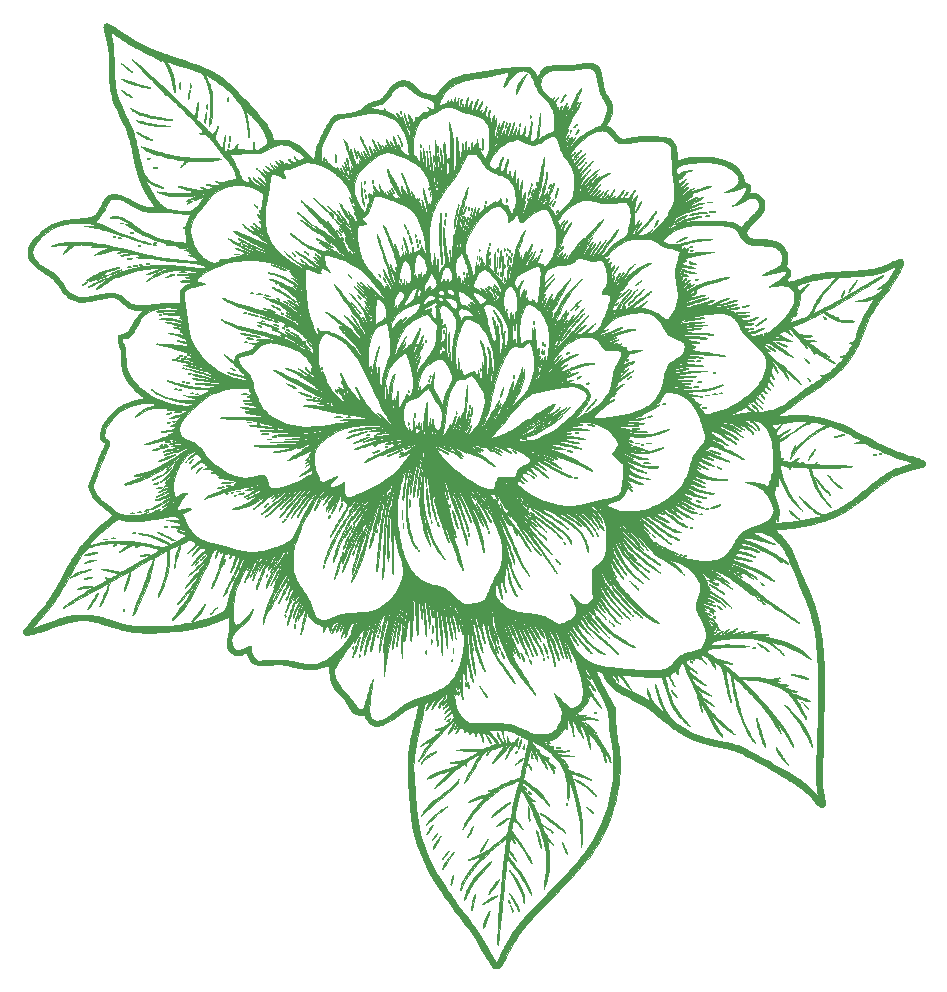
<source format=gbr>
%TF.GenerationSoftware,KiCad,Pcbnew,7.0.1*%
%TF.CreationDate,2023-06-01T23:30:29-07:00*%
%TF.ProjectId,flower,666c6f77-6572-42e6-9b69-6361645f7063,rev?*%
%TF.SameCoordinates,Original*%
%TF.FileFunction,Copper,L1,Top*%
%TF.FilePolarity,Positive*%
%FSLAX46Y46*%
G04 Gerber Fmt 4.6, Leading zero omitted, Abs format (unit mm)*
G04 Created by KiCad (PCBNEW 7.0.1) date 2023-06-01 23:30:29*
%MOMM*%
%LPD*%
G01*
G04 APERTURE LIST*
%TA.AperFunction,EtchedComponent*%
%ADD10C,0.010000*%
%TD*%
G04 APERTURE END LIST*
%TO.C,G\u002A\u002A\u002A*%
D10*
X20407143Y-13246894D02*
X20912089Y-13246894D01*
X20913872Y-13267164D01*
X20957239Y-13462212D01*
X20995549Y-13650359D01*
X21029243Y-13836076D01*
X21058765Y-14023834D01*
X21084555Y-14218104D01*
X21107055Y-14423356D01*
X21126708Y-14644062D01*
X21143955Y-14884693D01*
X21159238Y-15149718D01*
X21172999Y-15443610D01*
X21185680Y-15770840D01*
X21197723Y-16135877D01*
X21197867Y-16140540D01*
X21209963Y-16493233D01*
X21223658Y-16808210D01*
X21239482Y-17090073D01*
X21257965Y-17343424D01*
X21279637Y-17572866D01*
X21305027Y-17783002D01*
X21334666Y-17978435D01*
X21369083Y-18163768D01*
X21408808Y-18343603D01*
X21454371Y-18522543D01*
X21484556Y-18630779D01*
X21526321Y-18768877D01*
X21573120Y-18908224D01*
X21626929Y-19053426D01*
X21689724Y-19209087D01*
X21763482Y-19379812D01*
X21850178Y-19570208D01*
X21951790Y-19784878D01*
X22070294Y-20028428D01*
X22176019Y-20242001D01*
X22295997Y-20483651D01*
X22401898Y-20699411D01*
X22495326Y-20893982D01*
X22577886Y-21072069D01*
X22651184Y-21238371D01*
X22716826Y-21397593D01*
X22776417Y-21554437D01*
X22831561Y-21713604D01*
X22883865Y-21879797D01*
X22934933Y-22057719D01*
X22986372Y-22252072D01*
X23039786Y-22467558D01*
X23096781Y-22708880D01*
X23158962Y-22980740D01*
X23227934Y-23287840D01*
X23250765Y-23390123D01*
X23300787Y-23611290D01*
X23352850Y-23835792D01*
X23405576Y-24058083D01*
X23457589Y-24272615D01*
X23507511Y-24473841D01*
X23553965Y-24656213D01*
X23595574Y-24814184D01*
X23630961Y-24942206D01*
X23658748Y-25034733D01*
X23660052Y-25038756D01*
X23747998Y-25241172D01*
X23876584Y-25434999D01*
X24044841Y-25619429D01*
X24251796Y-25793658D01*
X24496479Y-25956879D01*
X24777919Y-26108287D01*
X25095145Y-26247075D01*
X25134340Y-26262369D01*
X25257076Y-26310860D01*
X25340871Y-26347065D01*
X25386955Y-26372046D01*
X25396562Y-26386867D01*
X25370922Y-26392590D01*
X25311268Y-26390277D01*
X25279392Y-26387459D01*
X25002408Y-26341193D01*
X24735562Y-26256427D01*
X24476660Y-26132152D01*
X24223509Y-25967361D01*
X24034047Y-25814783D01*
X23965372Y-25756174D01*
X23908234Y-25709834D01*
X23870223Y-25681783D01*
X23859422Y-25676210D01*
X23846557Y-25683889D01*
X23846089Y-25709345D01*
X23859321Y-25755898D01*
X23887559Y-25826870D01*
X23932109Y-25925583D01*
X23994276Y-26055357D01*
X24063891Y-26196482D01*
X24226161Y-26505039D01*
X24398443Y-26800018D01*
X24577154Y-27076269D01*
X24758713Y-27328643D01*
X24939537Y-27551992D01*
X25116044Y-27741167D01*
X25182049Y-27803760D01*
X25315522Y-27917865D01*
X25450437Y-28019414D01*
X25578075Y-28102411D01*
X25689715Y-28160862D01*
X25718698Y-28172683D01*
X25815990Y-28202301D01*
X25949455Y-28232703D01*
X26112974Y-28262821D01*
X26300429Y-28291587D01*
X26505699Y-28317934D01*
X26629771Y-28331610D01*
X26785081Y-28347614D01*
X26906455Y-28359656D01*
X27002054Y-28368228D01*
X27080043Y-28373822D01*
X27148582Y-28376927D01*
X27215835Y-28378036D01*
X27289964Y-28377639D01*
X27373011Y-28376336D01*
X27477452Y-28373958D01*
X27552582Y-28369167D01*
X27611423Y-28358970D01*
X27666993Y-28340373D01*
X27732312Y-28310385D01*
X27793371Y-28279714D01*
X27903482Y-28217068D01*
X28009900Y-28141146D01*
X28118375Y-28046756D01*
X28234658Y-27928702D01*
X28364499Y-27781792D01*
X28426206Y-27708123D01*
X28510704Y-27602683D01*
X28591657Y-27495725D01*
X28665541Y-27392577D01*
X28728832Y-27298568D01*
X28778005Y-27219025D01*
X28809538Y-27159278D01*
X28819905Y-27124656D01*
X28816163Y-27118467D01*
X28789967Y-27124923D01*
X28732483Y-27148045D01*
X28650002Y-27185008D01*
X28548817Y-27232986D01*
X28435218Y-27289154D01*
X28428268Y-27292660D01*
X28275954Y-27367955D01*
X28157511Y-27422609D01*
X28070375Y-27457539D01*
X28011983Y-27473659D01*
X27979772Y-27471886D01*
X27971047Y-27456036D01*
X27987573Y-27436390D01*
X28031630Y-27400691D01*
X28094936Y-27355458D01*
X28121069Y-27337947D01*
X28187992Y-27292468D01*
X28237594Y-27256082D01*
X28262203Y-27234532D01*
X28263370Y-27231391D01*
X28233858Y-27229355D01*
X28168416Y-27244080D01*
X28069628Y-27274756D01*
X27940079Y-27320575D01*
X27782354Y-27380726D01*
X27767139Y-27386707D01*
X27625427Y-27442123D01*
X27518204Y-27482765D01*
X27440804Y-27509952D01*
X27388560Y-27525000D01*
X27356804Y-27529225D01*
X27340871Y-27523944D01*
X27336093Y-27510474D01*
X27336047Y-27508335D01*
X27356230Y-27472928D01*
X27414872Y-27429521D01*
X27509113Y-27379325D01*
X27636094Y-27323550D01*
X27792953Y-27263406D01*
X27976832Y-27200104D01*
X28184870Y-27134854D01*
X28294878Y-27102504D01*
X28528075Y-27033215D01*
X28720398Y-26971418D01*
X28872587Y-26916844D01*
X28985383Y-26869222D01*
X29059527Y-26828282D01*
X29071714Y-26819372D01*
X29105458Y-26790863D01*
X29106993Y-26779471D01*
X29081715Y-26777260D01*
X29045961Y-26783191D01*
X28979082Y-26799733D01*
X28890222Y-26824445D01*
X28788526Y-26854888D01*
X28774757Y-26859166D01*
X28535334Y-26929224D01*
X28306828Y-26985598D01*
X28079908Y-27029686D01*
X27845243Y-27062890D01*
X27593503Y-27086609D01*
X27315357Y-27102245D01*
X27111202Y-27108856D01*
X26689102Y-27110548D01*
X26298884Y-27094080D01*
X25941837Y-27059627D01*
X25619251Y-27007365D01*
X25332414Y-26937470D01*
X25082617Y-26850117D01*
X25023589Y-26824428D01*
X24944530Y-26785456D01*
X24888804Y-26752188D01*
X24859900Y-26727746D01*
X24861307Y-26715250D01*
X24896512Y-26717824D01*
X24907172Y-26720240D01*
X25014813Y-26740600D01*
X25160916Y-26759312D01*
X25341633Y-26776160D01*
X25553117Y-26790926D01*
X25791521Y-26803395D01*
X26052997Y-26813352D01*
X26333699Y-26820578D01*
X26629777Y-26824859D01*
X26785714Y-26825839D01*
X27000696Y-26826187D01*
X27179934Y-26825408D01*
X27330008Y-26823265D01*
X27457499Y-26819525D01*
X27568986Y-26813952D01*
X27671051Y-26806311D01*
X27770271Y-26796366D01*
X27839170Y-26788207D01*
X27948813Y-26773601D01*
X28040409Y-26759549D01*
X28107250Y-26747232D01*
X28142628Y-26737831D01*
X28146086Y-26734178D01*
X28120680Y-26725091D01*
X28061443Y-26709190D01*
X27975973Y-26688360D01*
X27871869Y-26664487D01*
X27813922Y-26651720D01*
X27621871Y-26607644D01*
X27425634Y-26558377D01*
X27234116Y-26506440D01*
X27056224Y-26454354D01*
X26900861Y-26404641D01*
X26776934Y-26359822D01*
X26762314Y-26353965D01*
X26676647Y-26318370D01*
X26624522Y-26293871D01*
X26599955Y-26276404D01*
X26596962Y-26261902D01*
X26607208Y-26248578D01*
X26632477Y-26242629D01*
X26688665Y-26245373D01*
X26777342Y-26257087D01*
X26900081Y-26278047D01*
X27058452Y-26308532D01*
X27254027Y-26348818D01*
X27488377Y-26399183D01*
X27600631Y-26423824D01*
X27816068Y-26470750D01*
X27995962Y-26508322D01*
X28145863Y-26537346D01*
X28271323Y-26558630D01*
X28377895Y-26572982D01*
X28471128Y-26581208D01*
X28556576Y-26584117D01*
X28639790Y-26582515D01*
X28678117Y-26580530D01*
X28781493Y-26570739D01*
X28900289Y-26553701D01*
X29027606Y-26531059D01*
X29156549Y-26504457D01*
X29280220Y-26475537D01*
X29391721Y-26445943D01*
X29484156Y-26417317D01*
X29550628Y-26391303D01*
X29584239Y-26369544D01*
X29586891Y-26364040D01*
X29570800Y-26335960D01*
X29519802Y-26301940D01*
X29440445Y-26264639D01*
X29339275Y-26226711D01*
X29222837Y-26190814D01*
X29097678Y-26159604D01*
X29067169Y-26153127D01*
X29026441Y-26137128D01*
X29021843Y-26109931D01*
X29022864Y-26107073D01*
X29037209Y-26088512D01*
X29068221Y-26080525D01*
X29125900Y-26081617D01*
X29168975Y-26085203D01*
X29267183Y-26098478D01*
X29375277Y-26119095D01*
X29435530Y-26133578D01*
X29560070Y-26157885D01*
X29698065Y-26169806D01*
X29836473Y-26169460D01*
X29962248Y-26156962D01*
X30062346Y-26132431D01*
X30074034Y-26127848D01*
X30176770Y-26084886D01*
X30007038Y-25985379D01*
X29917582Y-25930573D01*
X29848767Y-25883714D01*
X29805131Y-25848317D01*
X29791210Y-25827894D01*
X29799052Y-25824290D01*
X29823773Y-25829914D01*
X29879224Y-25844981D01*
X29955583Y-25866780D01*
X29997436Y-25879033D01*
X30138577Y-25913750D01*
X30273351Y-25934091D01*
X30394107Y-25939838D01*
X30493193Y-25930772D01*
X30562957Y-25906677D01*
X30578058Y-25895557D01*
X30632121Y-25852757D01*
X30695325Y-25817424D01*
X30774080Y-25787619D01*
X30874794Y-25761402D01*
X31003875Y-25736833D01*
X31167733Y-25711973D01*
X31198964Y-25707652D01*
X31301681Y-25692361D01*
X31395905Y-25676134D01*
X31469375Y-25661201D01*
X31502993Y-25652354D01*
X31545015Y-25636535D01*
X31564282Y-25616655D01*
X31566805Y-25579369D01*
X31560391Y-25524914D01*
X31534459Y-25403017D01*
X31487443Y-25255709D01*
X31423224Y-25091766D01*
X31345683Y-24919966D01*
X31258701Y-24749086D01*
X31166160Y-24587904D01*
X31102064Y-24488360D01*
X31060935Y-24431640D01*
X30998405Y-24350258D01*
X30920486Y-24251810D01*
X30833192Y-24143890D01*
X30742535Y-24034095D01*
X30741358Y-24032686D01*
X30638244Y-23907228D01*
X30520041Y-23760170D01*
X30396678Y-23604066D01*
X30370100Y-23569867D01*
X30997881Y-23569867D01*
X31008397Y-23596356D01*
X31037412Y-23651970D01*
X31081121Y-23729851D01*
X31135720Y-23823142D01*
X31169666Y-23879609D01*
X31330250Y-24156834D01*
X31481245Y-24444673D01*
X31627871Y-24753589D01*
X31773902Y-25090564D01*
X31826087Y-25215027D01*
X31875453Y-25331141D01*
X31918700Y-25431267D01*
X31952528Y-25507767D01*
X31973636Y-25553001D01*
X31974054Y-25553826D01*
X32028585Y-25641822D01*
X32096760Y-25724767D01*
X32166913Y-25789479D01*
X32203725Y-25813367D01*
X32254067Y-25833546D01*
X32331098Y-25858038D01*
X32421701Y-25883389D01*
X32512762Y-25906145D01*
X32591166Y-25922852D01*
X32643797Y-25930058D01*
X32647115Y-25930123D01*
X32680114Y-25918628D01*
X32689784Y-25882241D01*
X32675784Y-25818106D01*
X32637775Y-25723366D01*
X32617131Y-25679093D01*
X32571957Y-25579304D01*
X32548268Y-25512363D01*
X32545235Y-25475142D01*
X32560254Y-25464456D01*
X32588492Y-25480957D01*
X32632906Y-25525363D01*
X32686685Y-25590032D01*
X32743016Y-25667320D01*
X32749307Y-25676607D01*
X32847817Y-25800290D01*
X32976809Y-25922082D01*
X33139141Y-26044142D01*
X33337672Y-26168629D01*
X33565301Y-26292592D01*
X33690180Y-26356491D01*
X33782335Y-26402770D01*
X33846494Y-26433545D01*
X33887384Y-26450930D01*
X33909735Y-26457040D01*
X33918273Y-26453991D01*
X33918881Y-26450742D01*
X33903291Y-26435249D01*
X33860165Y-26397839D01*
X33794963Y-26343113D01*
X33713147Y-26275671D01*
X33649006Y-26223431D01*
X33450115Y-26059812D01*
X33285192Y-25918950D01*
X33154473Y-25801064D01*
X33058196Y-25706371D01*
X32996597Y-25635089D01*
X32977683Y-25606123D01*
X32951324Y-25546433D01*
X32953215Y-25517933D01*
X32983109Y-25520508D01*
X33040761Y-25554041D01*
X33125925Y-25618415D01*
X33238356Y-25713513D01*
X33278151Y-25748717D01*
X33434312Y-25884364D01*
X33578463Y-26002335D01*
X33708013Y-26100964D01*
X33820369Y-26178585D01*
X33912938Y-26233532D01*
X33983128Y-26264138D01*
X34028346Y-26268737D01*
X34046001Y-26245663D01*
X34046148Y-26242331D01*
X34031651Y-26219483D01*
X33991370Y-26173115D01*
X33930401Y-26108665D01*
X33853843Y-26031569D01*
X33793150Y-25972456D01*
X33657109Y-25838948D01*
X33545001Y-25723146D01*
X33458734Y-25627218D01*
X33400218Y-25553331D01*
X33371362Y-25503652D01*
X33368547Y-25490558D01*
X33373811Y-25475823D01*
X33391966Y-25477998D01*
X33426555Y-25499654D01*
X33481122Y-25543364D01*
X33559212Y-25611702D01*
X33654297Y-25698004D01*
X33789390Y-25818925D01*
X33896719Y-25908599D01*
X33976724Y-25967348D01*
X34029847Y-25995493D01*
X34056528Y-25993356D01*
X34057385Y-25992132D01*
X34065189Y-25950359D01*
X34060370Y-25881550D01*
X34045187Y-25798299D01*
X34021898Y-25713201D01*
X33994820Y-25643179D01*
X33955366Y-25569282D01*
X33901683Y-25487612D01*
X33830382Y-25393948D01*
X33738076Y-25284069D01*
X33621376Y-25153752D01*
X33481619Y-25003777D01*
X33397664Y-24914007D01*
X33325497Y-24835108D01*
X33269522Y-24772039D01*
X33234140Y-24729755D01*
X33223670Y-24713278D01*
X33241767Y-24723385D01*
X33286418Y-24756754D01*
X33352103Y-24809021D01*
X33433299Y-24875821D01*
X33496141Y-24928663D01*
X33662053Y-25067982D01*
X33798782Y-25179664D01*
X33908069Y-25264982D01*
X33991656Y-25325208D01*
X34051283Y-25361614D01*
X34088694Y-25375472D01*
X34103044Y-25372015D01*
X34099126Y-25348752D01*
X34076493Y-25298425D01*
X34039762Y-25229296D01*
X33993547Y-25149626D01*
X33942463Y-25067675D01*
X33891124Y-24991707D01*
X33888677Y-24988274D01*
X33837108Y-24911161D01*
X33814692Y-24864732D01*
X33821487Y-24848924D01*
X33857549Y-24863672D01*
X33922935Y-24908911D01*
X33944282Y-24925298D01*
X34022577Y-24976710D01*
X34114156Y-25023669D01*
X34158893Y-25041714D01*
X34247559Y-25067189D01*
X34329687Y-25080832D01*
X34396237Y-25082234D01*
X34438172Y-25070988D01*
X34448047Y-25054802D01*
X34434324Y-25030013D01*
X34396485Y-24980555D01*
X34339525Y-24912489D01*
X34268441Y-24831882D01*
X34226552Y-24785936D01*
X34151000Y-24702930D01*
X34087622Y-24631245D01*
X34041122Y-24576371D01*
X34016208Y-24543797D01*
X34013452Y-24537329D01*
X34033351Y-24544950D01*
X34082632Y-24571514D01*
X34154884Y-24613357D01*
X34243698Y-24666812D01*
X34293155Y-24697272D01*
X34430695Y-24781946D01*
X34536528Y-24845424D01*
X34614360Y-24889710D01*
X34667892Y-24916808D01*
X34700829Y-24928724D01*
X34716874Y-24927462D01*
X34717447Y-24926946D01*
X34719816Y-24900962D01*
X34699420Y-24848600D01*
X34655269Y-24767980D01*
X34586376Y-24657220D01*
X34532633Y-24575335D01*
X34477760Y-24491123D01*
X34433813Y-24420209D01*
X34404959Y-24369580D01*
X34395365Y-24346222D01*
X34395635Y-24345646D01*
X34413060Y-24355397D01*
X34449311Y-24390222D01*
X34494185Y-24439893D01*
X34546401Y-24498202D01*
X34618383Y-24575123D01*
X34699682Y-24659618D01*
X34762783Y-24723623D01*
X34849197Y-24806322D01*
X34909740Y-24855556D01*
X34944295Y-24871458D01*
X34952743Y-24854162D01*
X34934967Y-24803802D01*
X34890848Y-24720512D01*
X34840063Y-24635970D01*
X34792324Y-24556678D01*
X34755790Y-24491180D01*
X34734642Y-24447296D01*
X34731569Y-24433045D01*
X34751190Y-24440949D01*
X34793487Y-24471650D01*
X34850222Y-24519029D01*
X34865119Y-24532244D01*
X34971695Y-24621294D01*
X35054773Y-24675981D01*
X35115022Y-24696701D01*
X35138358Y-24693883D01*
X35153137Y-24671873D01*
X35144225Y-24624668D01*
X35110755Y-24550190D01*
X35051863Y-24446361D01*
X35001225Y-24364797D01*
X34954010Y-24288849D01*
X34915133Y-24223205D01*
X34890745Y-24178374D01*
X34886443Y-24168676D01*
X34879571Y-24130012D01*
X34898946Y-24123915D01*
X34944675Y-24150454D01*
X35016868Y-24209694D01*
X35115631Y-24301702D01*
X35139372Y-24324816D01*
X35362821Y-24543706D01*
X35354244Y-24401165D01*
X35345291Y-24312669D01*
X35327095Y-24247143D01*
X35293442Y-24185330D01*
X35276654Y-24160715D01*
X35241023Y-24105844D01*
X35220578Y-24065670D01*
X35218749Y-24051699D01*
X35246808Y-24050420D01*
X35297052Y-24069026D01*
X35357918Y-24101840D01*
X35417848Y-24143184D01*
X35436440Y-24158599D01*
X35478226Y-24200142D01*
X35499019Y-24240605D01*
X35505918Y-24297687D01*
X35506381Y-24332983D01*
X35509440Y-24398141D01*
X35517295Y-24443993D01*
X35524098Y-24456908D01*
X35555998Y-24454432D01*
X35599110Y-24425271D01*
X35642170Y-24378610D01*
X35665795Y-24341338D01*
X35692158Y-24298444D01*
X35719636Y-24283107D01*
X35759037Y-24294740D01*
X35821168Y-24332757D01*
X35821367Y-24332889D01*
X35889889Y-24369725D01*
X35960348Y-24395163D01*
X35977372Y-24398786D01*
X36037595Y-24400583D01*
X36103501Y-24391133D01*
X36161629Y-24373931D01*
X36198518Y-24352467D01*
X36204881Y-24339763D01*
X36192032Y-24315362D01*
X36157615Y-24267392D01*
X36107826Y-24204243D01*
X36079972Y-24170628D01*
X36023170Y-24100174D01*
X35977258Y-24037680D01*
X35949232Y-23992911D01*
X35944370Y-23981346D01*
X35947465Y-23947826D01*
X35977328Y-23939855D01*
X36028128Y-23955980D01*
X36094031Y-23994744D01*
X36141020Y-24030415D01*
X36233453Y-24105457D01*
X36301663Y-24157074D01*
X36353404Y-24189577D01*
X36396430Y-24207280D01*
X36438495Y-24214497D01*
X36473986Y-24215623D01*
X36560164Y-24207640D01*
X36620721Y-24185656D01*
X36648416Y-24152613D01*
X36649381Y-24144289D01*
X36638910Y-24115316D01*
X36610747Y-24059775D01*
X36569766Y-23986913D01*
X36541009Y-23938659D01*
X36480657Y-23838188D01*
X36443428Y-23771753D01*
X36429630Y-23737733D01*
X36439570Y-23734504D01*
X36473554Y-23760446D01*
X36531890Y-23813936D01*
X36559622Y-23840303D01*
X36659232Y-23930176D01*
X36740590Y-23989774D01*
X36810918Y-24022628D01*
X36877441Y-24032273D01*
X36936730Y-24024785D01*
X37038940Y-23995554D01*
X37135034Y-23956958D01*
X37216774Y-23913536D01*
X37275924Y-23869824D01*
X37304248Y-23830362D01*
X37305547Y-23821576D01*
X37288453Y-23781639D01*
X37240318Y-23722670D01*
X37165865Y-23648288D01*
X37069816Y-23562114D01*
X36956894Y-23467767D01*
X36831822Y-23368868D01*
X36699321Y-23269036D01*
X36564114Y-23171891D01*
X36430923Y-23081053D01*
X36304472Y-23000143D01*
X36189482Y-22932780D01*
X36090675Y-22882583D01*
X36067297Y-22872407D01*
X35905530Y-22816282D01*
X35724849Y-22771962D01*
X35543880Y-22743268D01*
X35392513Y-22733956D01*
X35289629Y-22737069D01*
X35189038Y-22747526D01*
X35086183Y-22767006D01*
X34976508Y-22797187D01*
X34855455Y-22839746D01*
X34718467Y-22896363D01*
X34560988Y-22968714D01*
X34378460Y-23058479D01*
X34166326Y-23167336D01*
X34049427Y-23228556D01*
X33581617Y-23474790D01*
X33120541Y-23475051D01*
X32977316Y-23475781D01*
X32810918Y-23477717D01*
X32627138Y-23480699D01*
X32431770Y-23484569D01*
X32230607Y-23489166D01*
X32029440Y-23494332D01*
X31834063Y-23499906D01*
X31650269Y-23505730D01*
X31483849Y-23511644D01*
X31340597Y-23517488D01*
X31226305Y-23523103D01*
X31146767Y-23528330D01*
X31130172Y-23529836D01*
X31049022Y-23542195D01*
X31005073Y-23558660D01*
X30997881Y-23569867D01*
X30370100Y-23569867D01*
X30278081Y-23451467D01*
X30183010Y-23326685D01*
X30053821Y-23156390D01*
X29919451Y-22981853D01*
X29783901Y-22808080D01*
X29651169Y-22640081D01*
X29525256Y-22482861D01*
X29410162Y-22341430D01*
X29309885Y-22220794D01*
X29228427Y-22125961D01*
X29188934Y-22082111D01*
X29092271Y-21984139D01*
X29006748Y-21915540D01*
X28920150Y-21870379D01*
X28820260Y-21842723D01*
X28694863Y-21826636D01*
X28656866Y-21823638D01*
X28564165Y-21815963D01*
X28488062Y-21807841D01*
X28437898Y-21800378D01*
X28422933Y-21795898D01*
X28424134Y-21788351D01*
X28445313Y-21778230D01*
X28492211Y-21763687D01*
X28570568Y-21742873D01*
X28648381Y-21723291D01*
X28700139Y-21703809D01*
X28724778Y-21674664D01*
X28721530Y-21631280D01*
X28689626Y-21569080D01*
X28628295Y-21483486D01*
X28602590Y-21450735D01*
X28565504Y-21407993D01*
X28501159Y-21338272D01*
X28412328Y-21244425D01*
X28301786Y-21129306D01*
X28172308Y-20995767D01*
X28026669Y-20846664D01*
X27867643Y-20684848D01*
X27698004Y-20513175D01*
X27520529Y-20334497D01*
X27389673Y-20203336D01*
X27106422Y-19920690D01*
X26851132Y-19667560D01*
X26622566Y-19442816D01*
X26419483Y-19245325D01*
X26240644Y-19073956D01*
X26084809Y-18927575D01*
X25950739Y-18805053D01*
X25837194Y-18705256D01*
X25742934Y-18627053D01*
X25666721Y-18569312D01*
X25607314Y-18530901D01*
X25563474Y-18510689D01*
X25533962Y-18507542D01*
X25532867Y-18507806D01*
X25501015Y-18504801D01*
X25494547Y-18491288D01*
X25487769Y-18471639D01*
X25466487Y-18438697D01*
X25429282Y-18390937D01*
X25374732Y-18326834D01*
X25301418Y-18244864D01*
X25207918Y-18143503D01*
X25092812Y-18021226D01*
X24954680Y-17876507D01*
X24792102Y-17707824D01*
X24603656Y-17513651D01*
X24387923Y-17292463D01*
X24171796Y-17071628D01*
X23917896Y-16812181D01*
X23692654Y-16581229D01*
X23494770Y-16377358D01*
X23322943Y-16199156D01*
X23175871Y-16045208D01*
X23052253Y-15914100D01*
X22950789Y-15804420D01*
X22870177Y-15714753D01*
X22809116Y-15643685D01*
X22766306Y-15589804D01*
X22740445Y-15551695D01*
X22730233Y-15527946D01*
X22734367Y-15517141D01*
X22740195Y-15516123D01*
X22769426Y-15530421D01*
X22827426Y-15572157D01*
X22912287Y-15639598D01*
X23022103Y-15731008D01*
X23154967Y-15844651D01*
X23308973Y-15978794D01*
X23482212Y-16131700D01*
X23672780Y-16301636D01*
X23878767Y-16486866D01*
X24098268Y-16685654D01*
X24329376Y-16896267D01*
X24570184Y-17116969D01*
X24818785Y-17346025D01*
X25073271Y-17581701D01*
X25331737Y-17822260D01*
X25592275Y-18065969D01*
X25852979Y-18311092D01*
X26111941Y-18555894D01*
X26367254Y-18798640D01*
X26617012Y-19037596D01*
X26729969Y-19146206D01*
X26973304Y-19380031D01*
X27187942Y-19585094D01*
X27375147Y-19762540D01*
X27536186Y-19913511D01*
X27672324Y-20039152D01*
X27784826Y-20140607D01*
X27874959Y-20219019D01*
X27943987Y-20275532D01*
X27993175Y-20311290D01*
X28023790Y-20327437D01*
X28036053Y-20326710D01*
X28051056Y-20292477D01*
X28071078Y-20217324D01*
X28095895Y-20102335D01*
X28125284Y-19948598D01*
X28159019Y-19757197D01*
X28183265Y-19612546D01*
X28207350Y-19467318D01*
X28226005Y-19358613D01*
X28240524Y-19281159D01*
X28252199Y-19229682D01*
X28262323Y-19198909D01*
X28272188Y-19183569D01*
X28283086Y-19178387D01*
X28289796Y-19177956D01*
X28302317Y-19198021D01*
X28308660Y-19254825D01*
X28309193Y-19343283D01*
X28304280Y-19458309D01*
X28294287Y-19594819D01*
X28279579Y-19747725D01*
X28260521Y-19911943D01*
X28237480Y-20082388D01*
X28213752Y-20236217D01*
X28163450Y-20543062D01*
X28823957Y-21209870D01*
X28961539Y-21348597D01*
X29090034Y-21477841D01*
X29206369Y-21594532D01*
X29307471Y-21695602D01*
X29390265Y-21777984D01*
X29451677Y-21838610D01*
X29488636Y-21874410D01*
X29498389Y-21883098D01*
X29517244Y-21870911D01*
X29556517Y-21832904D01*
X29609540Y-21775790D01*
X29643830Y-21736712D01*
X29730407Y-21625829D01*
X29803593Y-21512137D01*
X29858685Y-21404419D01*
X29890980Y-21311459D01*
X29897521Y-21262873D01*
X29905826Y-21197543D01*
X29927056Y-21159215D01*
X29956919Y-21155015D01*
X29961131Y-21157297D01*
X29979274Y-21191802D01*
X29981948Y-21257792D01*
X29971110Y-21348176D01*
X29948722Y-21455860D01*
X29916743Y-21573752D01*
X29877131Y-21694758D01*
X29831847Y-21811785D01*
X29782850Y-21917742D01*
X29732100Y-22005535D01*
X29723224Y-22018447D01*
X29714278Y-22041677D01*
X29718265Y-22075415D01*
X29737620Y-22127541D01*
X29774776Y-22205937D01*
X29791267Y-22238735D01*
X29860819Y-22367129D01*
X29943952Y-22506780D01*
X30033902Y-22647391D01*
X30123904Y-22778663D01*
X30207195Y-22890300D01*
X30263103Y-22957067D01*
X30358108Y-23062003D01*
X30392894Y-22945605D01*
X30412032Y-22871725D01*
X30435913Y-22764212D01*
X30462937Y-22631289D01*
X30491506Y-22481179D01*
X30520019Y-22322103D01*
X30546879Y-22162286D01*
X30554554Y-22114294D01*
X30567743Y-22038758D01*
X30579743Y-21984050D01*
X30588442Y-21959427D01*
X30589984Y-21959170D01*
X30591184Y-21981991D01*
X30589650Y-22041314D01*
X30585660Y-22131420D01*
X30579495Y-22246584D01*
X30571433Y-22381085D01*
X30563167Y-22508280D01*
X30553467Y-22666176D01*
X30546034Y-22815018D01*
X30541099Y-22947676D01*
X30538893Y-23057017D01*
X30539647Y-23135912D01*
X30541825Y-23167423D01*
X30561304Y-23253683D01*
X30591982Y-23299510D01*
X30632110Y-23304778D01*
X30679943Y-23269359D01*
X30733733Y-23193128D01*
X30740175Y-23181824D01*
X30773317Y-23130049D01*
X30801670Y-23098402D01*
X30811203Y-23093790D01*
X30840283Y-23106398D01*
X30884782Y-23137618D01*
X30895907Y-23146706D01*
X30957588Y-23184961D01*
X31026894Y-23197171D01*
X31113410Y-23183653D01*
X31195992Y-23156584D01*
X31339166Y-23080747D01*
X31463646Y-22967244D01*
X31569768Y-22815762D01*
X31578528Y-22800075D01*
X31617588Y-22731711D01*
X31649103Y-22681917D01*
X31667806Y-22658830D01*
X31670220Y-22658407D01*
X31670309Y-22681943D01*
X31662090Y-22735510D01*
X31647303Y-22808018D01*
X31645500Y-22816018D01*
X31621683Y-22935320D01*
X31613134Y-23020275D01*
X31619909Y-23076044D01*
X31642066Y-23107784D01*
X31648756Y-23111921D01*
X31679985Y-23118642D01*
X31746909Y-23126587D01*
X31842928Y-23135192D01*
X31961441Y-23143895D01*
X32095846Y-23152133D01*
X32162047Y-23155655D01*
X32312226Y-23163448D01*
X32459528Y-23171434D01*
X32594768Y-23179091D01*
X32708759Y-23185893D01*
X32792313Y-23191318D01*
X32809524Y-23192557D01*
X32980752Y-23205346D01*
X32994636Y-22964359D01*
X33000579Y-22851804D01*
X33005552Y-22740077D01*
X33008915Y-22644590D01*
X33009959Y-22596373D01*
X33012921Y-22529847D01*
X33019200Y-22502504D01*
X33027842Y-22511409D01*
X33037894Y-22553628D01*
X33048403Y-22626226D01*
X33058415Y-22726268D01*
X33060473Y-22751880D01*
X33074804Y-22883040D01*
X33095826Y-23003347D01*
X33121443Y-23103723D01*
X33149559Y-23175090D01*
X33162974Y-23195949D01*
X33200269Y-23213636D01*
X33265718Y-23207870D01*
X33361401Y-23178201D01*
X33484110Y-23126599D01*
X33614938Y-23061015D01*
X33749111Y-22983388D01*
X33875694Y-22900808D01*
X33983752Y-22820369D01*
X34056348Y-22755441D01*
X34099181Y-22709343D01*
X34124954Y-22670776D01*
X34138700Y-22626005D01*
X34145448Y-22561293D01*
X34148367Y-22504202D01*
X34149927Y-22416257D01*
X34143765Y-22341510D01*
X34127236Y-22263667D01*
X34097696Y-22166437D01*
X34089583Y-22142002D01*
X34002680Y-21917859D01*
X33889408Y-21687276D01*
X33747954Y-21447510D01*
X33576509Y-21195821D01*
X33373260Y-20929469D01*
X33136398Y-20645713D01*
X32994688Y-20485185D01*
X32880373Y-20361305D01*
X32767407Y-20245135D01*
X32659721Y-20140173D01*
X32561248Y-20049916D01*
X32475921Y-19977862D01*
X32407673Y-19927507D01*
X32360436Y-19902350D01*
X32340064Y-19903050D01*
X32341617Y-19925764D01*
X32352421Y-19980995D01*
X32370677Y-20060392D01*
X32394031Y-20153473D01*
X32444608Y-20365593D01*
X32494075Y-20606123D01*
X32539843Y-20861165D01*
X32579322Y-21116822D01*
X32594270Y-21227773D01*
X32605050Y-21329301D01*
X32613862Y-21446045D01*
X32620590Y-21570970D01*
X32625115Y-21697042D01*
X32627318Y-21817225D01*
X32627082Y-21924485D01*
X32624289Y-22011787D01*
X32618819Y-22072096D01*
X32610556Y-22098378D01*
X32608903Y-22098956D01*
X32602272Y-22097707D01*
X32596168Y-22091300D01*
X32589922Y-22075750D01*
X32582866Y-22047069D01*
X32574330Y-22001271D01*
X32563646Y-21934368D01*
X32550146Y-21842373D01*
X32533161Y-21721301D01*
X32512022Y-21567163D01*
X32486061Y-21375973D01*
X32479342Y-21326373D01*
X32434806Y-21010076D01*
X32392145Y-20733438D01*
X32350858Y-20493849D01*
X32310442Y-20288701D01*
X32270397Y-20115386D01*
X32230221Y-19971295D01*
X32203068Y-19890050D01*
X32132821Y-19727592D01*
X32035796Y-19549795D01*
X31918466Y-19367518D01*
X31787307Y-19191620D01*
X31784840Y-19188555D01*
X31651397Y-19028185D01*
X31501010Y-18856379D01*
X31338702Y-18678233D01*
X31169497Y-18498844D01*
X30998418Y-18323306D01*
X30830488Y-18156717D01*
X30670730Y-18004171D01*
X30524168Y-17870766D01*
X30395824Y-17761596D01*
X30320547Y-17703086D01*
X30193918Y-17611600D01*
X30054964Y-17514338D01*
X29907899Y-17413965D01*
X29756935Y-17313148D01*
X29606283Y-17214553D01*
X29460156Y-17120846D01*
X29322767Y-17034694D01*
X29198326Y-16958763D01*
X29091047Y-16895720D01*
X29005141Y-16848230D01*
X28944822Y-16818960D01*
X28914300Y-16810576D01*
X28912190Y-16811591D01*
X28918974Y-16831823D01*
X28942147Y-16883952D01*
X28978945Y-16962119D01*
X29026604Y-17060470D01*
X29082361Y-17173147D01*
X29090314Y-17189049D01*
X29203711Y-17427241D01*
X29297936Y-17653357D01*
X29374295Y-17874110D01*
X29434095Y-18096212D01*
X29478644Y-18326377D01*
X29509247Y-18571316D01*
X29527211Y-18837743D01*
X29533844Y-19132370D01*
X29530696Y-19451105D01*
X29518398Y-19806927D01*
X29498038Y-20122507D01*
X29469440Y-20399199D01*
X29432424Y-20638355D01*
X29386812Y-20841327D01*
X29332426Y-21009467D01*
X29322027Y-21035331D01*
X29284908Y-21116497D01*
X29254294Y-21168260D01*
X29232758Y-21188305D01*
X29222872Y-21174316D01*
X29227210Y-21123978D01*
X29227933Y-21119998D01*
X29241741Y-21028245D01*
X29256259Y-20900920D01*
X29271050Y-20744770D01*
X29285678Y-20566540D01*
X29299704Y-20372976D01*
X29312693Y-20170826D01*
X29324207Y-19966834D01*
X29333809Y-19767746D01*
X29341061Y-19580310D01*
X29345528Y-19411271D01*
X29346808Y-19284987D01*
X29337743Y-18902391D01*
X29309593Y-18550032D01*
X29260693Y-18219563D01*
X29189378Y-17902637D01*
X29093983Y-17590908D01*
X28972843Y-17276028D01*
X28923255Y-17161740D01*
X28854347Y-17015950D01*
X28789958Y-16902961D01*
X28723080Y-16814841D01*
X28646701Y-16743658D01*
X28553811Y-16681480D01*
X28450398Y-16626711D01*
X28377231Y-16594155D01*
X28271096Y-16552220D01*
X28131117Y-16500607D01*
X27956419Y-16439020D01*
X27746126Y-16367163D01*
X27499361Y-16284740D01*
X27215250Y-16191452D01*
X26892915Y-16087005D01*
X26531482Y-15971101D01*
X26245964Y-15880204D01*
X26095609Y-15832742D01*
X25958781Y-15790083D01*
X25840542Y-15753761D01*
X25745953Y-15725313D01*
X25680076Y-15706274D01*
X25647974Y-15698180D01*
X25645701Y-15698101D01*
X25652567Y-15717736D01*
X25676681Y-15767325D01*
X25714506Y-15839943D01*
X25762501Y-15928666D01*
X25776536Y-15954108D01*
X25849919Y-16092223D01*
X25925199Y-16243851D01*
X25998278Y-16399850D01*
X26065058Y-16551078D01*
X26121441Y-16688390D01*
X26163329Y-16802646D01*
X26177940Y-16849623D01*
X26215643Y-17000013D01*
X26253425Y-17181385D01*
X26289460Y-17382432D01*
X26321925Y-17591844D01*
X26348996Y-17798313D01*
X26368848Y-17990531D01*
X26375117Y-18071998D01*
X26380972Y-18170384D01*
X26382313Y-18233939D01*
X26378486Y-18269989D01*
X26368836Y-18285859D01*
X26355719Y-18288956D01*
X26340930Y-18283203D01*
X26325349Y-18263560D01*
X26307896Y-18226450D01*
X26287493Y-18168298D01*
X26263059Y-18085528D01*
X26233516Y-17974564D01*
X26197785Y-17831829D01*
X26154786Y-17653749D01*
X26120926Y-17510988D01*
X26018220Y-17106766D01*
X25910208Y-16741797D01*
X25797202Y-16417066D01*
X25691878Y-16160902D01*
X25603084Y-15974629D01*
X25520042Y-15826903D01*
X25440422Y-15714714D01*
X25361894Y-15635054D01*
X25282127Y-15584916D01*
X25232332Y-15567659D01*
X25192630Y-15559873D01*
X25178366Y-15570583D01*
X25182021Y-15609760D01*
X25185666Y-15629511D01*
X25191663Y-15684285D01*
X25180607Y-15702888D01*
X25150018Y-15685798D01*
X25107713Y-15644522D01*
X25073784Y-15613171D01*
X25025557Y-15576807D01*
X24960233Y-15533874D01*
X24875011Y-15482817D01*
X24767092Y-15422079D01*
X24633675Y-15350106D01*
X24471961Y-15265342D01*
X24279149Y-15166229D01*
X24052439Y-15051214D01*
X23917631Y-14983301D01*
X23616601Y-14831203D01*
X23348253Y-14693787D01*
X23106920Y-14567807D01*
X22886934Y-14450013D01*
X22682629Y-14337157D01*
X22488337Y-14225992D01*
X22298393Y-14113268D01*
X22107129Y-13995738D01*
X21908879Y-13870154D01*
X21697974Y-13733267D01*
X21468750Y-13581829D01*
X21444811Y-13565900D01*
X21314674Y-13479648D01*
X21195775Y-13401598D01*
X21092714Y-13334708D01*
X21010088Y-13281936D01*
X20952499Y-13246244D01*
X20924546Y-13230589D01*
X20922918Y-13230123D01*
X20912089Y-13246894D01*
X20407143Y-13246894D01*
X20390638Y-13186504D01*
X20351149Y-13021379D01*
X20326921Y-12887315D01*
X20317940Y-12780106D01*
X20324191Y-12695545D01*
X20345659Y-12629426D01*
X20382329Y-12577542D01*
X20434186Y-12535686D01*
X20442356Y-12530569D01*
X20499217Y-12502710D01*
X20559408Y-12488960D01*
X20626612Y-12490838D01*
X20704512Y-12509875D01*
X20796793Y-12547593D01*
X20907138Y-12605516D01*
X21039231Y-12685171D01*
X21196754Y-12788081D01*
X21383392Y-12915772D01*
X21398797Y-12926482D01*
X21743185Y-13163999D01*
X22059727Y-13377479D01*
X22353342Y-13569693D01*
X22628947Y-13743415D01*
X22891459Y-13901415D01*
X23145796Y-14046466D01*
X23396875Y-14181339D01*
X23649614Y-14308807D01*
X23908930Y-14431641D01*
X24179741Y-14552614D01*
X24466964Y-14674497D01*
X24588592Y-14724552D01*
X24723961Y-14779312D01*
X24856230Y-14831624D01*
X24989027Y-14882732D01*
X25125980Y-14933881D01*
X25270716Y-14986316D01*
X25426863Y-15041281D01*
X25598050Y-15100021D01*
X25787903Y-15163782D01*
X26000051Y-15233807D01*
X26238121Y-15311342D01*
X26505742Y-15397632D01*
X26806540Y-15493920D01*
X27144144Y-15601453D01*
X27145547Y-15601899D01*
X27748954Y-15804583D01*
X28311399Y-16015988D01*
X28833395Y-16236354D01*
X29315454Y-16465922D01*
X29758090Y-16704931D01*
X30161816Y-16953621D01*
X30429082Y-17139091D01*
X30603249Y-17274294D01*
X30802074Y-17443297D01*
X31025186Y-17645756D01*
X31272217Y-17881326D01*
X31542798Y-18149665D01*
X31825245Y-18438691D01*
X32134267Y-18761239D01*
X32427233Y-19071172D01*
X32702607Y-19366756D01*
X32958854Y-19646257D01*
X33194439Y-19907944D01*
X33407826Y-20150083D01*
X33597481Y-20370941D01*
X33761869Y-20568785D01*
X33899453Y-20741883D01*
X34008699Y-20888501D01*
X34055303Y-20955956D01*
X34164022Y-21129049D01*
X34273088Y-21321038D01*
X34378035Y-21522675D01*
X34474393Y-21724710D01*
X34557697Y-21917892D01*
X34623477Y-22092974D01*
X34657479Y-22202626D01*
X34695714Y-22342373D01*
X34788839Y-22356411D01*
X34841922Y-22360509D01*
X34927626Y-22362652D01*
X35036281Y-22362789D01*
X35158217Y-22360867D01*
X35231214Y-22358789D01*
X35489270Y-22356437D01*
X35716091Y-22369039D01*
X35920673Y-22398375D01*
X36112012Y-22446224D01*
X36299104Y-22514363D01*
X36490945Y-22604573D01*
X36501214Y-22609898D01*
X36611475Y-22670322D01*
X36717994Y-22735664D01*
X36825069Y-22809444D01*
X36936997Y-22895185D01*
X37058074Y-22996408D01*
X37192598Y-23116633D01*
X37344865Y-23259382D01*
X37519173Y-23428176D01*
X37615626Y-23523136D01*
X38147955Y-24049472D01*
X38160114Y-23968506D01*
X38167739Y-23911888D01*
X38178100Y-23827208D01*
X38189510Y-23728505D01*
X38195342Y-23675873D01*
X38214813Y-23538290D01*
X38716078Y-23538290D01*
X38717199Y-23727133D01*
X38722060Y-23877324D01*
X38731087Y-23992414D01*
X38744705Y-24075956D01*
X38763341Y-24131499D01*
X38787421Y-24162596D01*
X38791256Y-24165204D01*
X38822680Y-24163109D01*
X38858192Y-24129375D01*
X38891474Y-24073398D01*
X38916205Y-24004573D01*
X38923306Y-23968869D01*
X38934327Y-23899490D01*
X38945426Y-23842695D01*
X38949484Y-23826534D01*
X38963663Y-23800734D01*
X38977785Y-23811132D01*
X38989667Y-23851647D01*
X38997121Y-23916197D01*
X38998556Y-23963073D01*
X39004412Y-24051640D01*
X39019680Y-24139214D01*
X39041625Y-24218614D01*
X39067512Y-24282660D01*
X39094606Y-24324170D01*
X39120174Y-24335964D01*
X39135583Y-24322882D01*
X39138370Y-24293122D01*
X39134069Y-24234654D01*
X39124402Y-24160178D01*
X39111091Y-24082393D01*
X39095860Y-24013996D01*
X39091606Y-23998665D01*
X39090645Y-23967924D01*
X39098933Y-23961623D01*
X39115348Y-23979430D01*
X39144956Y-24027418D01*
X39182983Y-24097441D01*
X39210320Y-24151660D01*
X39255900Y-24240348D01*
X39300945Y-24320705D01*
X39338621Y-24380835D01*
X39353207Y-24400368D01*
X39402947Y-24459040D01*
X39389732Y-24390248D01*
X39384095Y-24343866D01*
X39387847Y-24321760D01*
X39388959Y-24321456D01*
X39408297Y-24335586D01*
X39449654Y-24373431D01*
X39505723Y-24428171D01*
X39535883Y-24458613D01*
X39648312Y-24560733D01*
X39759250Y-24633561D01*
X39808806Y-24657883D01*
X39895737Y-24703086D01*
X39981592Y-24757712D01*
X40037443Y-24801185D01*
X40087556Y-24845217D01*
X40112985Y-24862635D01*
X40119995Y-24855708D01*
X40115485Y-24829456D01*
X40095170Y-24738119D01*
X40084731Y-24680929D01*
X40083634Y-24651003D01*
X40091346Y-24641453D01*
X40101037Y-24642981D01*
X40121153Y-24663871D01*
X40156987Y-24714631D01*
X40203797Y-24788066D01*
X40256841Y-24876986D01*
X40267311Y-24895175D01*
X40353908Y-25043742D01*
X40425797Y-25160251D01*
X40487072Y-25250573D01*
X40541824Y-25320579D01*
X40594148Y-25376141D01*
X40617625Y-25397673D01*
X40670442Y-25441179D01*
X40711343Y-25462095D01*
X40758932Y-25467169D01*
X40803501Y-25465087D01*
X40835885Y-25466898D01*
X40861137Y-25482824D01*
X40886552Y-25520993D01*
X40919424Y-25589536D01*
X40923708Y-25599054D01*
X40957442Y-25671031D01*
X40982970Y-25712162D01*
X41008152Y-25730764D01*
X41040851Y-25735158D01*
X41052163Y-25734983D01*
X41115413Y-25747209D01*
X41177679Y-25792136D01*
X41184871Y-25799177D01*
X41225757Y-25837781D01*
X41252200Y-25858460D01*
X41256599Y-25859626D01*
X41252218Y-25838752D01*
X41235256Y-25789690D01*
X41210974Y-25727070D01*
X41191121Y-25668690D01*
X41171928Y-25591610D01*
X41152467Y-25490703D01*
X41131810Y-25360842D01*
X41109027Y-25196903D01*
X41094460Y-25084084D01*
X41076607Y-24939757D01*
X41061118Y-24808450D01*
X41048654Y-24696294D01*
X41039878Y-24609420D01*
X41035453Y-24553960D01*
X41035337Y-24536896D01*
X41042885Y-24544961D01*
X41059672Y-24587679D01*
X41083585Y-24658917D01*
X41112514Y-24752546D01*
X41129546Y-24810491D01*
X41184226Y-24994917D01*
X41230789Y-25141258D01*
X41270398Y-25252734D01*
X41304212Y-25332564D01*
X41333394Y-25383967D01*
X41339193Y-25391639D01*
X41357548Y-25411523D01*
X41365587Y-25407281D01*
X41364974Y-25372607D01*
X41359099Y-25316290D01*
X41349801Y-25248956D01*
X41334429Y-25153185D01*
X41315168Y-25042057D01*
X41295469Y-24935290D01*
X41270897Y-24805644D01*
X41253658Y-24711746D01*
X41243027Y-24647786D01*
X41238281Y-24607952D01*
X41238695Y-24586433D01*
X41243546Y-24577418D01*
X41250609Y-24575246D01*
X41265127Y-24592873D01*
X41292140Y-24642723D01*
X41328186Y-24717811D01*
X41369800Y-24811150D01*
X41383871Y-24844072D01*
X41437927Y-24969849D01*
X41478470Y-25058860D01*
X41507167Y-25113855D01*
X41525688Y-25137585D01*
X41535700Y-25132800D01*
X41538871Y-25102252D01*
X41538881Y-25099657D01*
X41529754Y-24996904D01*
X41504436Y-24867573D01*
X41466020Y-24722772D01*
X41417598Y-24573609D01*
X41362265Y-24431191D01*
X41336921Y-24374373D01*
X41320482Y-24338167D01*
X41303568Y-24298298D01*
X41285023Y-24251359D01*
X41263690Y-24193944D01*
X41238412Y-24122645D01*
X41208030Y-24034054D01*
X41171388Y-23924765D01*
X41127329Y-23791371D01*
X41074695Y-23630465D01*
X41012330Y-23438639D01*
X40939075Y-23212486D01*
X40875677Y-23016393D01*
X40829960Y-22877570D01*
X40783724Y-22741893D01*
X40740161Y-22618394D01*
X40702468Y-22516107D01*
X40673836Y-22444064D01*
X40671073Y-22437681D01*
X40640844Y-22365099D01*
X40620395Y-22308672D01*
X40613242Y-22278344D01*
X40613914Y-22276034D01*
X40631642Y-22285424D01*
X40668139Y-22319475D01*
X40708152Y-22362624D01*
X40778547Y-22451475D01*
X40840353Y-22550527D01*
X40896414Y-22666312D01*
X40949571Y-22805359D01*
X41002666Y-22974199D01*
X41051024Y-23150421D01*
X41101322Y-23338003D01*
X41153430Y-23523594D01*
X41205630Y-23701731D01*
X41256203Y-23866948D01*
X41303430Y-24013782D01*
X41345593Y-24136769D01*
X41380972Y-24230443D01*
X41407851Y-24289342D01*
X41410890Y-24294588D01*
X41426203Y-24315941D01*
X41427419Y-24301138D01*
X41423588Y-24279123D01*
X41414209Y-24229469D01*
X41400507Y-24156683D01*
X41389709Y-24099206D01*
X41375415Y-24029860D01*
X41353538Y-23931910D01*
X41326926Y-23817779D01*
X41298427Y-23699890D01*
X41295108Y-23686456D01*
X41251808Y-23507233D01*
X41220099Y-23365391D01*
X41199447Y-23257748D01*
X41189317Y-23181128D01*
X41189176Y-23132348D01*
X41198032Y-23108671D01*
X41213445Y-23106569D01*
X41233278Y-23129371D01*
X41258715Y-23179946D01*
X41290940Y-23261166D01*
X41331138Y-23375902D01*
X41380491Y-23527023D01*
X41412852Y-23629518D01*
X41483407Y-23854531D01*
X41542690Y-24042349D01*
X41591813Y-24196258D01*
X41631893Y-24319543D01*
X41664044Y-24415490D01*
X41689381Y-24487383D01*
X41709018Y-24538508D01*
X41724071Y-24572151D01*
X41735654Y-24591597D01*
X41741415Y-24597827D01*
X41756050Y-24604501D01*
X41765136Y-24590622D01*
X41769912Y-24549712D01*
X41771615Y-24475292D01*
X41771714Y-24439215D01*
X41773960Y-24345107D01*
X41780464Y-24287021D01*
X41790871Y-24267811D01*
X41792881Y-24268540D01*
X41810836Y-24298477D01*
X41814047Y-24321525D01*
X41827303Y-24363573D01*
X41859771Y-24414135D01*
X41865339Y-24420818D01*
X41916631Y-24480206D01*
X41941227Y-24416706D01*
X41953366Y-24367501D01*
X41953774Y-24304391D01*
X41942369Y-24214904D01*
X41939779Y-24199292D01*
X41925387Y-24107274D01*
X41922062Y-24052683D01*
X41933198Y-24034481D01*
X41962188Y-24051630D01*
X42012425Y-24103091D01*
X42064060Y-24161266D01*
X42105942Y-24204751D01*
X42136466Y-24228585D01*
X42145380Y-24230012D01*
X42140740Y-24208041D01*
X42120819Y-24154259D01*
X42088281Y-24075196D01*
X42045792Y-23977385D01*
X42008432Y-23894414D01*
X41927732Y-23713319D01*
X41864268Y-23561900D01*
X41817932Y-23441118D01*
X41788618Y-23351934D01*
X41776217Y-23295311D01*
X41780622Y-23272209D01*
X41801727Y-23283590D01*
X41839423Y-23330415D01*
X41893604Y-23413645D01*
X41964162Y-23534242D01*
X42034375Y-23662082D01*
X42108521Y-23797109D01*
X42175572Y-23913266D01*
X42232857Y-24006295D01*
X42277705Y-24071940D01*
X42307446Y-24105944D01*
X42315250Y-24109790D01*
X42324221Y-24091843D01*
X42316722Y-24042398D01*
X42294751Y-23968049D01*
X42260308Y-23875390D01*
X42215391Y-23771016D01*
X42207143Y-23753192D01*
X42165408Y-23659935D01*
X42129747Y-23572936D01*
X42104887Y-23504124D01*
X42096684Y-23474425D01*
X42089150Y-23427581D01*
X42094752Y-23414775D01*
X42115848Y-23428473D01*
X42139563Y-23457174D01*
X42178541Y-23514222D01*
X42227203Y-23591117D01*
X42275617Y-23671890D01*
X42350706Y-23795896D01*
X42409670Y-23882798D01*
X42453791Y-23934083D01*
X42484352Y-23951234D01*
X42502636Y-23935736D01*
X42502936Y-23934973D01*
X42505184Y-23880407D01*
X42483429Y-23791665D01*
X42437844Y-23669321D01*
X42388658Y-23557027D01*
X42335792Y-23437365D01*
X42302885Y-23351413D01*
X42289054Y-23296037D01*
X42293414Y-23268099D01*
X42305769Y-23263169D01*
X42327488Y-23274256D01*
X42359593Y-23309598D01*
X42404350Y-23372403D01*
X42464025Y-23465877D01*
X42540884Y-23593229D01*
X42551129Y-23610534D01*
X42600282Y-23688633D01*
X42647293Y-23754649D01*
X42684606Y-23798282D01*
X42695662Y-23807517D01*
X42726368Y-23822562D01*
X42754916Y-23818011D01*
X42794609Y-23789710D01*
X42818451Y-23769172D01*
X42901299Y-23679234D01*
X42947783Y-23588575D01*
X42957047Y-23529782D01*
X42950792Y-23490165D01*
X42933699Y-23419840D01*
X42908277Y-23328275D01*
X42877032Y-23224935D01*
X42872381Y-23210206D01*
X42829261Y-23068393D01*
X42801805Y-22963086D01*
X42789549Y-22891650D01*
X42792030Y-22851451D01*
X42807154Y-22839790D01*
X42836157Y-22859957D01*
X42873120Y-22918558D01*
X42916639Y-23012744D01*
X42965308Y-23139663D01*
X42989695Y-23210206D01*
X43034388Y-23336399D01*
X43072035Y-23425723D01*
X43105053Y-23482570D01*
X43135857Y-23511334D01*
X43158431Y-23517123D01*
X43188439Y-23507629D01*
X43243003Y-23483264D01*
X43309949Y-23450206D01*
X43377104Y-23414631D01*
X43432292Y-23382715D01*
X43458569Y-23364846D01*
X43467230Y-23358125D01*
X43472820Y-23350411D01*
X43473609Y-23337229D01*
X43467867Y-23314106D01*
X43453862Y-23276569D01*
X43429865Y-23220143D01*
X43394143Y-23140357D01*
X43344967Y-23032735D01*
X43280606Y-22892805D01*
X43251336Y-22829206D01*
X43179193Y-22671205D01*
X43124174Y-22547493D01*
X43084890Y-22454289D01*
X43059952Y-22387810D01*
X43047970Y-22344276D01*
X43047556Y-22319904D01*
X43057320Y-22310913D01*
X43060849Y-22310623D01*
X43086548Y-22329222D01*
X43128258Y-22382887D01*
X43183880Y-22468418D01*
X43251316Y-22582617D01*
X43317643Y-22702206D01*
X43407991Y-22860891D01*
X43494765Y-22997432D01*
X43573774Y-23105547D01*
X43626453Y-23165242D01*
X43687297Y-23226111D01*
X43694165Y-23168767D01*
X43689603Y-23126719D01*
X43672040Y-23055643D01*
X43644326Y-22965763D01*
X43612245Y-22875064D01*
X43575681Y-22773159D01*
X43544263Y-22677130D01*
X43521643Y-22598670D01*
X43511994Y-22554040D01*
X43506361Y-22501812D01*
X43511103Y-22484033D01*
X43529482Y-22493419D01*
X43536580Y-22499149D01*
X43559517Y-22528689D01*
X43596261Y-22587980D01*
X43641979Y-22668766D01*
X43691836Y-22762790D01*
X43698093Y-22775013D01*
X43772128Y-22911817D01*
X43838249Y-23017042D01*
X43894849Y-23088682D01*
X43940324Y-23124732D01*
X43973067Y-23123187D01*
X43975317Y-23121153D01*
X43983091Y-23094109D01*
X43970991Y-23043278D01*
X43941184Y-22970333D01*
X43913008Y-22901351D01*
X43895443Y-22846015D01*
X43892225Y-22817673D01*
X43908269Y-22822311D01*
X43945287Y-22854174D01*
X43997424Y-22907740D01*
X44046992Y-22963570D01*
X44107254Y-23032796D01*
X44156617Y-23087423D01*
X44189208Y-23121081D01*
X44199234Y-23128658D01*
X44198245Y-23106705D01*
X44190562Y-23053263D01*
X44177693Y-22978375D01*
X44172260Y-22949045D01*
X44153497Y-22840405D01*
X44146350Y-22771501D01*
X44151598Y-22741145D01*
X44170017Y-22748153D01*
X44202384Y-22791337D01*
X44237702Y-22849178D01*
X44302368Y-22948562D01*
X44359902Y-23014501D01*
X44407878Y-23044666D01*
X44437783Y-23041448D01*
X44451944Y-23027703D01*
X44456893Y-23005042D01*
X44451156Y-22967443D01*
X44433258Y-22908882D01*
X44401723Y-22823337D01*
X44355735Y-22706437D01*
X44315126Y-22601542D01*
X44279498Y-22503762D01*
X44252465Y-22423413D01*
X44237644Y-22370812D01*
X44236963Y-22367423D01*
X44231594Y-22310886D01*
X44242092Y-22289902D01*
X44266049Y-22301837D01*
X44301054Y-22344061D01*
X44344700Y-22413940D01*
X44394576Y-22508843D01*
X44424508Y-22572330D01*
X44476529Y-22678096D01*
X44534670Y-22782006D01*
X44595422Y-22879472D01*
X44655279Y-22965901D01*
X44710733Y-23036706D01*
X44758276Y-23087294D01*
X44794401Y-23113078D01*
X44815599Y-23109465D01*
X44819714Y-23089502D01*
X44810821Y-23061719D01*
X44786536Y-23004193D01*
X44750448Y-22925019D01*
X44706148Y-22832292D01*
X44700806Y-22821364D01*
X44642148Y-22694497D01*
X44599160Y-22586454D01*
X44573077Y-22501465D01*
X44565136Y-22443763D01*
X44576572Y-22417581D01*
X44582561Y-22416456D01*
X44605552Y-22434524D01*
X44643061Y-22484667D01*
X44691286Y-22560794D01*
X44746428Y-22656816D01*
X44804689Y-22766641D01*
X44820254Y-22797456D01*
X44878366Y-22906353D01*
X44938942Y-23007173D01*
X44997857Y-23094334D01*
X45050989Y-23162254D01*
X45094214Y-23205348D01*
X45123409Y-23218035D01*
X45128747Y-23215145D01*
X45126639Y-23191731D01*
X45111723Y-23137728D01*
X45086650Y-23061956D01*
X45063780Y-22998836D01*
X45010888Y-22850630D01*
X44961965Y-22700340D01*
X44918271Y-22553270D01*
X44881066Y-22414725D01*
X44851611Y-22290010D01*
X44831164Y-22184432D01*
X44820986Y-22103295D01*
X44822338Y-22051904D01*
X44834975Y-22035456D01*
X44857193Y-22055335D01*
X44888981Y-22112722D01*
X44928919Y-22204244D01*
X44975589Y-22326527D01*
X45027570Y-22476197D01*
X45053109Y-22554040D01*
X45101538Y-22697507D01*
X45149220Y-22826564D01*
X45193885Y-22935965D01*
X45233261Y-23020466D01*
X45265076Y-23074822D01*
X45286865Y-23093790D01*
X45296740Y-23087405D01*
X45297371Y-23064101D01*
X45287558Y-23017650D01*
X45266098Y-22941824D01*
X45242960Y-22866178D01*
X45224643Y-22798357D01*
X45215664Y-22746443D01*
X45216944Y-22725148D01*
X45236372Y-22723412D01*
X45267088Y-22754580D01*
X45304820Y-22812186D01*
X45345297Y-22889764D01*
X45381955Y-22974927D01*
X45435954Y-23102115D01*
X45489809Y-23200506D01*
X45551796Y-23282793D01*
X45630190Y-23361665D01*
X45639708Y-23370264D01*
X45693325Y-23413179D01*
X45766049Y-23464403D01*
X45850753Y-23519731D01*
X45940312Y-23574958D01*
X46027599Y-23625879D01*
X46105486Y-23668287D01*
X46166848Y-23697979D01*
X46204558Y-23710749D01*
X46212886Y-23708480D01*
X46211514Y-23681146D01*
X46202948Y-23620814D01*
X46188546Y-23535947D01*
X46169663Y-23435008D01*
X46166228Y-23417480D01*
X46141141Y-23288009D01*
X46112354Y-23135833D01*
X46083427Y-22979954D01*
X46063882Y-22872228D01*
X46538470Y-22872228D01*
X46540018Y-23032702D01*
X46543468Y-23189840D01*
X46548693Y-23336129D01*
X46555566Y-23464053D01*
X46563960Y-23566099D01*
X46573749Y-23634752D01*
X46575727Y-23643290D01*
X46600481Y-23725182D01*
X46624678Y-23767599D01*
X46652054Y-23773180D01*
X46686343Y-23744563D01*
X46698362Y-23729928D01*
X46741778Y-23685977D01*
X46771517Y-23681629D01*
X46786632Y-23716718D01*
X46788412Y-23745914D01*
X46800911Y-23800852D01*
X46833997Y-23873319D01*
X46881506Y-23954562D01*
X46937276Y-24035825D01*
X46995143Y-24108355D01*
X47048945Y-24163397D01*
X47092517Y-24192196D01*
X47104191Y-24194456D01*
X47120671Y-24173822D01*
X47133263Y-24113720D01*
X47141800Y-24016851D01*
X47146116Y-23885919D01*
X47146045Y-23723623D01*
X47142626Y-23570040D01*
X47139812Y-23450102D01*
X47139140Y-23350876D01*
X47140512Y-23277813D01*
X47143831Y-23236362D01*
X47148756Y-23231373D01*
X47157583Y-23266367D01*
X47170244Y-23335017D01*
X47185359Y-23428967D01*
X47201550Y-23539863D01*
X47210275Y-23604010D01*
X47241123Y-23812058D01*
X47274892Y-23994940D01*
X47310710Y-24149534D01*
X47347703Y-24272717D01*
X47385000Y-24361367D01*
X47421727Y-24412363D01*
X47439089Y-24422609D01*
X47449545Y-24424240D01*
X47457117Y-24418982D01*
X47461566Y-24402608D01*
X47462652Y-24370893D01*
X47460133Y-24319608D01*
X47453769Y-24244526D01*
X47443321Y-24141422D01*
X47428548Y-24006067D01*
X47409209Y-23834236D01*
X47402047Y-23771123D01*
X47380401Y-23578342D01*
X47363706Y-23423620D01*
X47351705Y-23303007D01*
X47344140Y-23212549D01*
X47340755Y-23148296D01*
X47341294Y-23106294D01*
X47345499Y-23082592D01*
X47353114Y-23073239D01*
X47356652Y-23072623D01*
X47371984Y-23092693D01*
X47390487Y-23148916D01*
X47411251Y-23235305D01*
X47433363Y-23345877D01*
X47455912Y-23474647D01*
X47477987Y-23615632D01*
X47498678Y-23762845D01*
X47517072Y-23910304D01*
X47532259Y-24052023D01*
X47543327Y-24182018D01*
X47549365Y-24294305D01*
X47550214Y-24343796D01*
X47562955Y-24525375D01*
X47603929Y-24684514D01*
X47677258Y-24833574D01*
X47747559Y-24935290D01*
X47788007Y-24988206D01*
X47774765Y-24924706D01*
X47754922Y-24806276D01*
X47736770Y-24649013D01*
X47720213Y-24451895D01*
X47705159Y-24213900D01*
X47699486Y-24106011D01*
X47692146Y-23958982D01*
X47684776Y-23811235D01*
X47677918Y-23673625D01*
X47672112Y-23557007D01*
X47668026Y-23474790D01*
X47664789Y-23380574D01*
X47666085Y-23326449D01*
X47671321Y-23310480D01*
X47679906Y-23330737D01*
X47691247Y-23385285D01*
X47704753Y-23472193D01*
X47719832Y-23589528D01*
X47729621Y-23675873D01*
X47744659Y-23807396D01*
X47761478Y-23942879D01*
X47778211Y-24067918D01*
X47792988Y-24168111D01*
X47795539Y-24183873D01*
X47824407Y-24337275D01*
X47864783Y-24521345D01*
X47914274Y-24726764D01*
X47970487Y-24944214D01*
X48031028Y-25164376D01*
X48093504Y-25377933D01*
X48143519Y-25538540D01*
X48210788Y-25753655D01*
X48272753Y-25963208D01*
X48327894Y-26161358D01*
X48374692Y-26342262D01*
X48411628Y-26500080D01*
X48437183Y-26628969D01*
X48449002Y-26713290D01*
X48461639Y-26845481D01*
X48471479Y-26940856D01*
X48479414Y-27004770D01*
X48486335Y-27042580D01*
X48493134Y-27059642D01*
X48500702Y-27061311D01*
X48506206Y-27056931D01*
X48516710Y-27028102D01*
X48528385Y-26966974D01*
X48539573Y-26883487D01*
X48546236Y-26816952D01*
X48557925Y-26705486D01*
X48571621Y-26627139D01*
X48589424Y-26572699D01*
X48610002Y-26537462D01*
X48627750Y-26511450D01*
X48639300Y-26484898D01*
X48645141Y-26449786D01*
X48645757Y-26398095D01*
X48641635Y-26321805D01*
X48633261Y-26212896D01*
X48631214Y-26187656D01*
X48621904Y-26085552D01*
X48608135Y-25950995D01*
X48590965Y-25793502D01*
X48571452Y-25622594D01*
X48550653Y-25447788D01*
X48534398Y-25316290D01*
X48502455Y-25060534D01*
X48475668Y-24839643D01*
X48453529Y-24646526D01*
X48435530Y-24474094D01*
X48421164Y-24315259D01*
X48409923Y-24162931D01*
X48401300Y-24010021D01*
X48394786Y-23849440D01*
X48389874Y-23674099D01*
X48386056Y-23476909D01*
X48382825Y-23250781D01*
X48382051Y-23189040D01*
X48380081Y-23000367D01*
X48378939Y-22826050D01*
X48378604Y-22670362D01*
X48379053Y-22537579D01*
X48380264Y-22431974D01*
X48382214Y-22357821D01*
X48384882Y-22319395D01*
X48386628Y-22315018D01*
X48392134Y-22339319D01*
X48399769Y-22400216D01*
X48409005Y-22492059D01*
X48419314Y-22609194D01*
X48430166Y-22745969D01*
X48441033Y-22896732D01*
X48441058Y-22897102D01*
X48479603Y-23423178D01*
X48520795Y-23914447D01*
X48565368Y-24378390D01*
X48614056Y-24822491D01*
X48667591Y-25254230D01*
X48684345Y-25379790D01*
X48709312Y-25562344D01*
X48729364Y-25704718D01*
X48744879Y-25808730D01*
X48756234Y-25876199D01*
X48763809Y-25908947D01*
X48767982Y-25908791D01*
X48769132Y-25877552D01*
X48767637Y-25817050D01*
X48765799Y-25771373D01*
X48750557Y-25428244D01*
X48736333Y-25123901D01*
X48722918Y-24854810D01*
X48710101Y-24617443D01*
X48697674Y-24408268D01*
X48685427Y-24223754D01*
X48673150Y-24060370D01*
X48660634Y-23914586D01*
X48648030Y-23786291D01*
X48639270Y-23692573D01*
X48634079Y-23615322D01*
X48632939Y-23563647D01*
X48635306Y-23546809D01*
X48645881Y-23559045D01*
X48661608Y-23606148D01*
X48681028Y-23681172D01*
X48702680Y-23777167D01*
X48725104Y-23887189D01*
X48746841Y-24004289D01*
X48766430Y-24121521D01*
X48782411Y-24231938D01*
X48786983Y-24268540D01*
X48798150Y-24370023D01*
X48811554Y-24503617D01*
X48826255Y-24659216D01*
X48841311Y-24826715D01*
X48855780Y-24996011D01*
X48862924Y-25083456D01*
X48883514Y-25328120D01*
X48902708Y-25530987D01*
X48920597Y-25692567D01*
X48937271Y-25813368D01*
X48952822Y-25893901D01*
X48967339Y-25934676D01*
X48980914Y-25936202D01*
X48993638Y-25898989D01*
X49000906Y-25858245D01*
X49006093Y-25811328D01*
X49008930Y-25752683D01*
X49009225Y-25679479D01*
X49006789Y-25588883D01*
X49001428Y-25478062D01*
X48992953Y-25344186D01*
X48981171Y-25184421D01*
X48965892Y-24995935D01*
X48946925Y-24775896D01*
X48924077Y-24521472D01*
X48897159Y-24229831D01*
X48874975Y-23993373D01*
X48853993Y-23769404D01*
X48837009Y-23584066D01*
X48823797Y-23433864D01*
X48814136Y-23315308D01*
X48807801Y-23224904D01*
X48804570Y-23159160D01*
X48804217Y-23114583D01*
X48806521Y-23087680D01*
X48811257Y-23074960D01*
X48816049Y-23072623D01*
X48828646Y-23075723D01*
X48839654Y-23088719D01*
X48850479Y-23117153D01*
X48862526Y-23166567D01*
X48877202Y-23242503D01*
X48895912Y-23350503D01*
X48913746Y-23457745D01*
X48962686Y-23775846D01*
X49010918Y-24131551D01*
X49057857Y-24520132D01*
X49102916Y-24936859D01*
X49126912Y-25178706D01*
X49141770Y-25330320D01*
X49155824Y-25468375D01*
X49168452Y-25587181D01*
X49179034Y-25681048D01*
X49186948Y-25744288D01*
X49191573Y-25771211D01*
X49191643Y-25771373D01*
X49195800Y-25762241D01*
X49197988Y-25715360D01*
X49198352Y-25635258D01*
X49197034Y-25526467D01*
X49194180Y-25393517D01*
X49189933Y-25240938D01*
X49184437Y-25073261D01*
X49177837Y-24895016D01*
X49170276Y-24710733D01*
X49161899Y-24524943D01*
X49152849Y-24342177D01*
X49143270Y-24166963D01*
X49137595Y-24071651D01*
X49126270Y-23869899D01*
X49116865Y-23666260D01*
X49109429Y-23465347D01*
X49104007Y-23271770D01*
X49100646Y-23090139D01*
X49099392Y-22925067D01*
X49100292Y-22781164D01*
X49103393Y-22663040D01*
X49108741Y-22575308D01*
X49116382Y-22522577D01*
X49121839Y-22509892D01*
X49139130Y-22500994D01*
X49153292Y-22517715D01*
X49167170Y-22565955D01*
X49179756Y-22629968D01*
X49194064Y-22725451D01*
X49209581Y-22858088D01*
X49225974Y-23022730D01*
X49242913Y-23214228D01*
X49260064Y-23427429D01*
X49277096Y-23657185D01*
X49293678Y-23898345D01*
X49309477Y-24145759D01*
X49324162Y-24394277D01*
X49337400Y-24638748D01*
X49348860Y-24874023D01*
X49358210Y-25094951D01*
X49365118Y-25296381D01*
X49369252Y-25473165D01*
X49370334Y-25587414D01*
X49373679Y-25671991D01*
X49382746Y-25717513D01*
X49396514Y-25726718D01*
X49413962Y-25702344D01*
X49434072Y-25647128D01*
X49455822Y-25563810D01*
X49478193Y-25455126D01*
X49500165Y-25323814D01*
X49518663Y-25189290D01*
X49537627Y-25028351D01*
X49554339Y-24865971D01*
X49569226Y-24695980D01*
X49582719Y-24512203D01*
X49595244Y-24308470D01*
X49607231Y-24078607D01*
X49619108Y-23816443D01*
X49626662Y-23633540D01*
X49634611Y-23394452D01*
X49639897Y-23145121D01*
X49642640Y-22889762D01*
X49642962Y-22632589D01*
X49640983Y-22377819D01*
X49636822Y-22129666D01*
X49630600Y-21892345D01*
X49622439Y-21670072D01*
X49612457Y-21467061D01*
X49600775Y-21287529D01*
X49587515Y-21135689D01*
X49572796Y-21015758D01*
X49556738Y-20931951D01*
X49548773Y-20906265D01*
X49546918Y-20877097D01*
X49556110Y-20871290D01*
X49573658Y-20890821D01*
X49598246Y-20944873D01*
X49627761Y-21026636D01*
X49660092Y-21129298D01*
X49693126Y-21246047D01*
X49724753Y-21370074D01*
X49752860Y-21494566D01*
X49759674Y-21527889D01*
X49806964Y-21786911D01*
X49846600Y-22053403D01*
X49878948Y-22332363D01*
X49904375Y-22628792D01*
X49923246Y-22947689D01*
X49935927Y-23294052D01*
X49942784Y-23672882D01*
X49944269Y-24050656D01*
X49944336Y-24241483D01*
X49945168Y-24420328D01*
X49946685Y-24582493D01*
X49948811Y-24723279D01*
X49951466Y-24837988D01*
X49954572Y-24921922D01*
X49958051Y-24970383D01*
X49959755Y-24979469D01*
X49971272Y-25001905D01*
X49984116Y-24997712D01*
X50003569Y-24961953D01*
X50021088Y-24922187D01*
X50048176Y-24847291D01*
X50075972Y-24751789D01*
X50097633Y-24660123D01*
X50117296Y-24558789D01*
X50133807Y-24461606D01*
X50147435Y-24363737D01*
X50158448Y-24260342D01*
X50167115Y-24146583D01*
X50173706Y-24017622D01*
X50178488Y-23868622D01*
X50181731Y-23694743D01*
X50183703Y-23491147D01*
X50184674Y-23252997D01*
X50184889Y-23089561D01*
X50185391Y-22834905D01*
X50186607Y-22620659D01*
X50188584Y-22444905D01*
X50191369Y-22305726D01*
X50195007Y-22201202D01*
X50199546Y-22129416D01*
X50205031Y-22088450D01*
X50209400Y-22077141D01*
X50224552Y-22072903D01*
X50239443Y-22092412D01*
X50254387Y-22137834D01*
X50269697Y-22211337D01*
X50285685Y-22315086D01*
X50302665Y-22451250D01*
X50320949Y-22621995D01*
X50340850Y-22829488D01*
X50362681Y-23075895D01*
X50375525Y-23227599D01*
X50389262Y-23387297D01*
X50402609Y-23533667D01*
X50415013Y-23661291D01*
X50425918Y-23764751D01*
X50434772Y-23838629D01*
X50441021Y-23877507D01*
X50442413Y-23881729D01*
X50459371Y-23881863D01*
X50484209Y-23848285D01*
X50513803Y-23788161D01*
X50545031Y-23708657D01*
X50574769Y-23616940D01*
X50599791Y-23520632D01*
X50616600Y-23427659D01*
X50633033Y-23303494D01*
X50647845Y-23159269D01*
X50659791Y-23006117D01*
X50662799Y-22957150D01*
X50670104Y-22835109D01*
X50677107Y-22728589D01*
X50683308Y-22644420D01*
X50688207Y-22589429D01*
X50691129Y-22570486D01*
X50696103Y-22587689D01*
X50705123Y-22639451D01*
X50717016Y-22718320D01*
X50730611Y-22816845D01*
X50734273Y-22844708D01*
X50749844Y-22958334D01*
X50765894Y-23065150D01*
X50780621Y-23153769D01*
X50792223Y-23212801D01*
X50793072Y-23216352D01*
X50813909Y-23278735D01*
X50835260Y-23300151D01*
X50856664Y-23281957D01*
X50877661Y-23225507D01*
X50897790Y-23132158D01*
X50916592Y-23003265D01*
X50933606Y-22840183D01*
X50937880Y-22789899D01*
X50950851Y-22641063D01*
X50962249Y-22534351D01*
X50972254Y-22469588D01*
X50981044Y-22446600D01*
X50988799Y-22465214D01*
X50995697Y-22525256D01*
X51001918Y-22626552D01*
X51006033Y-22723722D01*
X51013921Y-22884943D01*
X51024538Y-23010156D01*
X51038587Y-23105638D01*
X51056775Y-23177664D01*
X51057151Y-23178805D01*
X51089374Y-23256066D01*
X51119796Y-23292366D01*
X51146710Y-23289079D01*
X51168413Y-23247575D01*
X51183197Y-23169228D01*
X51189095Y-23072623D01*
X51193776Y-23001972D01*
X51203160Y-22946306D01*
X51210576Y-22926111D01*
X51221185Y-22915934D01*
X51231959Y-22924746D01*
X51245121Y-22958164D01*
X51262891Y-23021802D01*
X51287035Y-23119380D01*
X51309715Y-23176432D01*
X51340129Y-23209097D01*
X51370383Y-23210878D01*
X51382918Y-23198262D01*
X51409691Y-23140623D01*
X51430402Y-23058088D01*
X51445993Y-22945269D01*
X51457402Y-22796774D01*
X51459400Y-22759653D01*
X51465596Y-22659296D01*
X51472897Y-22575353D01*
X51480416Y-22516291D01*
X51487265Y-22490577D01*
X51487622Y-22490287D01*
X51495976Y-22505917D01*
X51506841Y-22555451D01*
X51518661Y-22630659D01*
X51527519Y-22701625D01*
X51548643Y-22854590D01*
X51574617Y-22986190D01*
X51603797Y-23089427D01*
X51634419Y-23157113D01*
X51660123Y-23178781D01*
X51682082Y-23158340D01*
X51700275Y-23095850D01*
X51714682Y-22991369D01*
X51721930Y-22902112D01*
X51728918Y-22807029D01*
X51736023Y-22728705D01*
X51742346Y-22676064D01*
X51746465Y-22658149D01*
X51754080Y-22673831D01*
X51768038Y-22723222D01*
X51786319Y-22798533D01*
X51805920Y-22887328D01*
X51856343Y-23125540D01*
X51871008Y-23019706D01*
X51878580Y-22946424D01*
X51885141Y-22849857D01*
X51889434Y-22749051D01*
X51889823Y-22733956D01*
X51893681Y-22629945D01*
X51899990Y-22523066D01*
X51907460Y-22434737D01*
X51908301Y-22427040D01*
X51922627Y-22300040D01*
X51949634Y-22458790D01*
X51966647Y-22559581D01*
X51986504Y-22678376D01*
X52005232Y-22791400D01*
X52007270Y-22803778D01*
X52045169Y-22991197D01*
X52094686Y-23148969D01*
X52161346Y-23289341D01*
X52250675Y-23424559D01*
X52333938Y-23527706D01*
X52418339Y-23634145D01*
X52480482Y-23729677D01*
X52516715Y-23808134D01*
X52524705Y-23849655D01*
X52535913Y-23900792D01*
X52544756Y-23918735D01*
X52571799Y-23930913D01*
X52611328Y-23906426D01*
X52660632Y-23848119D01*
X52716996Y-23758838D01*
X52743325Y-23710492D01*
X52801435Y-23589371D01*
X52849242Y-23464957D01*
X52890022Y-23326618D01*
X52927054Y-23163724D01*
X52951366Y-23035746D01*
X52966146Y-22948975D01*
X52977627Y-22868731D01*
X52986219Y-22787760D01*
X52992333Y-22698813D01*
X52996379Y-22594636D01*
X52998768Y-22467978D01*
X52999910Y-22311587D01*
X53000193Y-22173040D01*
X52999764Y-21973443D01*
X52997473Y-21809668D01*
X52992301Y-21675210D01*
X52983229Y-21563567D01*
X52969237Y-21468235D01*
X52949308Y-21382710D01*
X52922422Y-21300489D01*
X52887559Y-21215067D01*
X52843701Y-21119943D01*
X52831046Y-21093540D01*
X52737916Y-20926160D01*
X52627293Y-20777880D01*
X52495598Y-20646336D01*
X52339250Y-20529165D01*
X52154669Y-20424003D01*
X51938272Y-20328486D01*
X51686481Y-20240253D01*
X51422817Y-20164096D01*
X51234816Y-20109938D01*
X51019462Y-20040820D01*
X50787387Y-19960464D01*
X50549225Y-19872592D01*
X50315610Y-19780928D01*
X50241434Y-19750525D01*
X50068535Y-19680367D01*
X49926648Y-19626771D01*
X49808725Y-19587771D01*
X49707717Y-19561398D01*
X49616574Y-19545684D01*
X49528247Y-19538661D01*
X49479411Y-19537790D01*
X49369995Y-19544475D01*
X49262898Y-19566613D01*
X49149074Y-19607325D01*
X49019480Y-19669733D01*
X48894297Y-19739756D01*
X48826766Y-19777860D01*
X48728105Y-19831685D01*
X48604899Y-19897732D01*
X48463733Y-19972499D01*
X48311195Y-20052484D01*
X48153869Y-20134185D01*
X48104285Y-20159762D01*
X47881977Y-20275203D01*
X47694441Y-20374926D01*
X47538112Y-20461159D01*
X47409422Y-20536135D01*
X47304805Y-20602081D01*
X47220693Y-20661228D01*
X47153519Y-20715807D01*
X47099716Y-20768046D01*
X47063135Y-20810624D01*
X46947198Y-20983057D01*
X46841829Y-21191586D01*
X46748790Y-21430903D01*
X46669839Y-21695697D01*
X46606736Y-21980659D01*
X46561241Y-22280478D01*
X46553836Y-22347268D01*
X46546507Y-22445939D01*
X46541587Y-22571332D01*
X46538950Y-22715934D01*
X46538470Y-22872228D01*
X46063882Y-22872228D01*
X46057996Y-22839790D01*
X45986224Y-22480426D01*
X45905438Y-22159128D01*
X45814028Y-21872279D01*
X45710386Y-21616264D01*
X45592901Y-21387468D01*
X45459964Y-21182275D01*
X45309966Y-20997069D01*
X45177433Y-20861650D01*
X44959211Y-20680799D01*
X44706907Y-20516251D01*
X44426820Y-20371604D01*
X44125249Y-20250458D01*
X44081257Y-20235438D01*
X43880293Y-20173653D01*
X43695070Y-20129525D01*
X43511229Y-20100802D01*
X43314413Y-20085228D01*
X43094631Y-20080552D01*
X42928735Y-20082865D01*
X42771999Y-20090758D01*
X42615683Y-20105368D01*
X42451046Y-20127832D01*
X42269350Y-20159287D01*
X42061854Y-20200871D01*
X41898714Y-20236142D01*
X41640999Y-20291853D01*
X41411833Y-20338498D01*
X41198982Y-20378363D01*
X40990212Y-20413738D01*
X40773289Y-20446910D01*
X40766297Y-20447928D01*
X40592818Y-20474580D01*
X40453072Y-20499775D01*
X40338618Y-20525673D01*
X40241010Y-20554436D01*
X40151804Y-20588225D01*
X40067581Y-20626737D01*
X40003356Y-20661306D01*
X39945957Y-20700884D01*
X39891200Y-20750487D01*
X39834905Y-20815128D01*
X39772887Y-20899823D01*
X39700965Y-21009586D01*
X39614956Y-21149433D01*
X39572315Y-21220540D01*
X39505791Y-21336712D01*
X39426354Y-21482952D01*
X39338324Y-21650658D01*
X39246019Y-21831229D01*
X39153758Y-22016065D01*
X39065859Y-22196565D01*
X38986641Y-22364128D01*
X38920423Y-22510152D01*
X38893577Y-22572308D01*
X38837372Y-22709383D01*
X38794419Y-22826629D01*
X38762951Y-22933669D01*
X38741199Y-23040124D01*
X38727395Y-23155619D01*
X38719771Y-23289774D01*
X38716559Y-23452212D01*
X38716078Y-23538290D01*
X38214813Y-23538290D01*
X38226920Y-23452750D01*
X38274090Y-23226868D01*
X38338529Y-22993433D01*
X38421914Y-22747651D01*
X38525922Y-22484729D01*
X38652228Y-22199872D01*
X38802510Y-21888287D01*
X38861673Y-21770873D01*
X39015189Y-21473629D01*
X39153998Y-21214306D01*
X39278973Y-20991460D01*
X39390985Y-20803648D01*
X39490905Y-20649427D01*
X39579605Y-20527354D01*
X39657956Y-20435987D01*
X39682908Y-20411173D01*
X39744987Y-20355278D01*
X39805204Y-20309109D01*
X39868960Y-20271058D01*
X39941657Y-20239518D01*
X40028696Y-20212879D01*
X40135477Y-20189534D01*
X40267403Y-20167873D01*
X40429875Y-20146289D01*
X40628294Y-20123174D01*
X40663105Y-20119296D01*
X40913760Y-20090604D01*
X41127215Y-20063550D01*
X41308478Y-20036507D01*
X41462557Y-20007850D01*
X41594458Y-19975953D01*
X41709191Y-19939191D01*
X41811761Y-19895938D01*
X41907177Y-19844569D01*
X42000447Y-19783457D01*
X42096578Y-19710977D01*
X42200577Y-19625504D01*
X42210788Y-19616869D01*
X42211756Y-19616068D01*
X42878038Y-19616068D01*
X42885080Y-19632013D01*
X42918801Y-19648662D01*
X42982257Y-19666743D01*
X43078503Y-19686985D01*
X43210595Y-19710115D01*
X43381589Y-19736862D01*
X43390964Y-19738270D01*
X43519088Y-19758245D01*
X43641281Y-19778685D01*
X43747671Y-19797838D01*
X43828387Y-19813951D01*
X43862242Y-19821920D01*
X43946038Y-19836980D01*
X43999383Y-19825973D01*
X44027726Y-19785264D01*
X44036522Y-19711213D01*
X44036547Y-19705611D01*
X44041236Y-19645361D01*
X44055197Y-19626379D01*
X44078274Y-19648664D01*
X44107705Y-19706253D01*
X44137908Y-19760542D01*
X44181816Y-19812273D01*
X44244711Y-19865497D01*
X44331878Y-19924266D01*
X44448599Y-19992630D01*
X44561139Y-20053932D01*
X44754179Y-20160829D01*
X44922620Y-20263469D01*
X45081811Y-20371611D01*
X45209845Y-20466373D01*
X45266585Y-20507732D01*
X45304863Y-20531800D01*
X45318122Y-20534584D01*
X45316781Y-20531523D01*
X45296959Y-20499935D01*
X45261085Y-20443654D01*
X45216090Y-20373543D01*
X45204835Y-20356070D01*
X45158675Y-20275477D01*
X45122981Y-20196076D01*
X45100250Y-20126107D01*
X45092979Y-20073809D01*
X45103665Y-20047421D01*
X45110797Y-20045790D01*
X45144816Y-20063689D01*
X45193265Y-20113351D01*
X45251549Y-20188722D01*
X45315074Y-20283746D01*
X45379244Y-20392369D01*
X45393216Y-20417906D01*
X45446731Y-20513338D01*
X45485287Y-20570754D01*
X45511295Y-20590743D01*
X45527169Y-20573895D01*
X45535321Y-20520799D01*
X45537893Y-20453248D01*
X45544735Y-20389586D01*
X45561703Y-20366320D01*
X45587606Y-20383956D01*
X45611075Y-20422170D01*
X45627114Y-20459613D01*
X45655116Y-20532013D01*
X45693261Y-20634301D01*
X45739729Y-20761406D01*
X45792701Y-20908259D01*
X45850354Y-21069791D01*
X45910871Y-21240932D01*
X45972429Y-21416613D01*
X46033210Y-21591763D01*
X46081952Y-21733657D01*
X46118584Y-21838555D01*
X46151177Y-21927602D01*
X46177070Y-21993851D01*
X46193602Y-22030355D01*
X46197531Y-22035282D01*
X46207266Y-22016167D01*
X46222758Y-21964847D01*
X46241352Y-21890604D01*
X46250447Y-21850248D01*
X46277273Y-21700185D01*
X46291800Y-21547516D01*
X46293546Y-21386661D01*
X46282028Y-21212043D01*
X46256763Y-21018084D01*
X46217268Y-20799204D01*
X46163060Y-20549826D01*
X46123571Y-20384456D01*
X46103478Y-20296873D01*
X46089508Y-20224715D01*
X46083421Y-20177781D01*
X46084308Y-20165762D01*
X46105723Y-20161546D01*
X46142010Y-20189521D01*
X46189297Y-20243924D01*
X46243710Y-20318989D01*
X46301378Y-20408951D01*
X46358428Y-20508045D01*
X46410987Y-20610508D01*
X46455182Y-20710572D01*
X46461988Y-20727984D01*
X46492281Y-20797969D01*
X46521142Y-20849007D01*
X46542796Y-20871063D01*
X46544441Y-20871290D01*
X46569644Y-20854683D01*
X46607393Y-20811487D01*
X46643132Y-20760649D01*
X46688853Y-20678693D01*
X46710775Y-20606081D01*
X46715653Y-20545213D01*
X46717176Y-20440419D01*
X46821487Y-20438637D01*
X46891242Y-20431950D01*
X46954766Y-20410420D01*
X47029048Y-20367819D01*
X47047166Y-20355906D01*
X47159768Y-20270695D01*
X47239888Y-20187950D01*
X47283699Y-20111756D01*
X47287265Y-20099731D01*
X47309433Y-20058919D01*
X47356395Y-20027632D01*
X47433750Y-20003481D01*
X47547099Y-19984083D01*
X47563819Y-19981906D01*
X47702554Y-19956096D01*
X47801008Y-19918342D01*
X47859791Y-19867652D01*
X47879514Y-19803034D01*
X47860787Y-19723493D01*
X47804221Y-19628039D01*
X47791800Y-19611354D01*
X47759513Y-19564482D01*
X47744153Y-19532876D01*
X47744533Y-19526915D01*
X47764477Y-19534424D01*
X47809254Y-19562854D01*
X47870566Y-19606775D01*
X47895774Y-19625860D01*
X47976166Y-19684129D01*
X48038903Y-19719451D01*
X48096969Y-19738091D01*
X48141750Y-19744564D01*
X48205335Y-19748641D01*
X48242720Y-19740762D01*
X48269692Y-19714383D01*
X48289715Y-19683237D01*
X48320301Y-19602077D01*
X48333236Y-19496815D01*
X48331620Y-19463414D01*
X48672047Y-19463414D01*
X48689808Y-19458475D01*
X48737771Y-19438668D01*
X48807954Y-19407407D01*
X48867839Y-19379687D01*
X48967716Y-19336232D01*
X49070077Y-19297366D01*
X49158643Y-19269067D01*
X49190631Y-19261169D01*
X49283356Y-19239706D01*
X49343397Y-19217982D01*
X49379946Y-19189533D01*
X49402194Y-19147894D01*
X49415258Y-19103201D01*
X49432522Y-19047130D01*
X49449030Y-19013221D01*
X49455120Y-19008623D01*
X49471601Y-19026416D01*
X49497157Y-19072273D01*
X49517286Y-19115827D01*
X49546222Y-19173342D01*
X49572435Y-19209128D01*
X49585693Y-19215602D01*
X49603942Y-19193768D01*
X49632185Y-19142623D01*
X49664967Y-19072270D01*
X49672137Y-19055481D01*
X49704516Y-18983559D01*
X49732807Y-18929861D01*
X49751901Y-18903858D01*
X49754502Y-18902790D01*
X49766808Y-18921514D01*
X49774474Y-18967934D01*
X49775218Y-18982165D01*
X49785061Y-19091004D01*
X49805355Y-19159998D01*
X49834463Y-19189868D01*
X49870746Y-19181339D01*
X49912565Y-19135134D01*
X49958280Y-19051976D01*
X50006255Y-18932589D01*
X50026932Y-18871040D01*
X50060063Y-18774563D01*
X50084769Y-18718292D01*
X50100725Y-18702453D01*
X50107603Y-18727276D01*
X50105077Y-18792988D01*
X50102705Y-18818123D01*
X50086598Y-18982795D01*
X50076226Y-19109106D01*
X50071511Y-19200623D01*
X50072375Y-19260918D01*
X50078740Y-19293561D01*
X50090528Y-19302121D01*
X50092158Y-19301743D01*
X50116286Y-19278386D01*
X50152532Y-19223350D01*
X50196859Y-19144085D01*
X50245230Y-19048043D01*
X50293610Y-18942675D01*
X50318698Y-18883594D01*
X50345467Y-18824611D01*
X50367135Y-18787701D01*
X50377310Y-18780664D01*
X50378958Y-18804884D01*
X50374983Y-18862410D01*
X50366170Y-18944701D01*
X50353303Y-19043217D01*
X50352941Y-19045776D01*
X50339980Y-19150036D01*
X50331595Y-19243709D01*
X50328531Y-19316206D01*
X50331203Y-19355738D01*
X50358454Y-19404500D01*
X50406484Y-19449495D01*
X50413574Y-19454112D01*
X50458964Y-19476552D01*
X50529215Y-19505371D01*
X50612401Y-19536359D01*
X50696593Y-19565308D01*
X50769864Y-19588009D01*
X50820287Y-19600252D01*
X50830628Y-19601290D01*
X50869717Y-19582232D01*
X50900352Y-19533464D01*
X50915259Y-19467590D01*
X50915714Y-19453841D01*
X50922775Y-19391763D01*
X50942022Y-19307424D01*
X50970546Y-19208692D01*
X51005441Y-19103434D01*
X51043798Y-18999518D01*
X51082712Y-18904812D01*
X51119274Y-18827184D01*
X51150578Y-18774501D01*
X51173715Y-18754632D01*
X51174086Y-18754623D01*
X51185449Y-18770987D01*
X51182607Y-18791665D01*
X51152838Y-18907444D01*
X51127696Y-19037230D01*
X51107953Y-19172556D01*
X51094376Y-19304954D01*
X51087736Y-19425957D01*
X51088803Y-19527098D01*
X51098347Y-19599910D01*
X51106959Y-19623848D01*
X51139677Y-19660935D01*
X51175723Y-19656060D01*
X51215135Y-19609168D01*
X51257956Y-19520208D01*
X51304223Y-19389126D01*
X51317000Y-19347546D01*
X51359654Y-19218859D01*
X51399418Y-19122718D01*
X51434083Y-19059860D01*
X51461441Y-19031020D01*
X51479283Y-19036933D01*
X51485400Y-19078336D01*
X51477584Y-19155963D01*
X51453625Y-19270550D01*
X51444881Y-19304956D01*
X51417716Y-19436245D01*
X51405476Y-19559925D01*
X51407460Y-19669738D01*
X51422967Y-19759425D01*
X51451296Y-19822728D01*
X51491748Y-19853390D01*
X51506512Y-19855290D01*
X51532834Y-19846028D01*
X51559986Y-19815348D01*
X51590097Y-19758903D01*
X51625293Y-19672348D01*
X51667703Y-19551336D01*
X51692912Y-19474593D01*
X51744127Y-19327248D01*
X51797355Y-19193712D01*
X51850192Y-19078435D01*
X51900234Y-18985866D01*
X51945076Y-18920455D01*
X51982316Y-18886651D01*
X52009413Y-18888767D01*
X52007621Y-18912382D01*
X51994149Y-18969498D01*
X51970827Y-19053496D01*
X51939487Y-19157756D01*
X51904500Y-19267873D01*
X51865118Y-19391119D01*
X51829763Y-19505978D01*
X51800882Y-19604163D01*
X51780926Y-19677386D01*
X51772882Y-19713340D01*
X51767964Y-19793708D01*
X51780426Y-19850388D01*
X51808310Y-19875791D01*
X51814925Y-19876456D01*
X51851578Y-19858459D01*
X51902793Y-19808209D01*
X51964208Y-19731324D01*
X52031457Y-19633419D01*
X52100179Y-19520108D01*
X52121639Y-19481747D01*
X52200616Y-19340559D01*
X52267889Y-19226195D01*
X52321678Y-19141466D01*
X52360202Y-19089182D01*
X52381166Y-19072123D01*
X52394731Y-19081351D01*
X52394143Y-19111571D01*
X52378203Y-19166582D01*
X52345712Y-19250186D01*
X52295470Y-19366183D01*
X52271704Y-19419040D01*
X52197180Y-19591094D01*
X52140795Y-19737553D01*
X52103406Y-19855709D01*
X52085869Y-19942856D01*
X52089041Y-19996287D01*
X52089063Y-19996343D01*
X52100589Y-20012205D01*
X52119936Y-20007243D01*
X52153306Y-19977362D01*
X52206625Y-19918790D01*
X52257901Y-19864437D01*
X52299092Y-19827962D01*
X52322320Y-19816214D01*
X52323756Y-19816997D01*
X52327209Y-19844124D01*
X52320138Y-19897780D01*
X52310942Y-19938890D01*
X52296140Y-20010425D01*
X52297400Y-20052798D01*
X52307578Y-20070287D01*
X52344780Y-20081247D01*
X52393979Y-20055025D01*
X52452889Y-19994289D01*
X52519222Y-19901708D01*
X52590692Y-19779951D01*
X52641814Y-19680305D01*
X52680050Y-19606386D01*
X52713441Y-19549832D01*
X52736604Y-19519464D01*
X52741705Y-19516623D01*
X52752650Y-19532278D01*
X52748921Y-19550037D01*
X52717144Y-19650202D01*
X52687367Y-19774187D01*
X52662993Y-19904595D01*
X52647426Y-20024032D01*
X52643633Y-20088123D01*
X52650704Y-20217142D01*
X52677953Y-20314225D01*
X52727869Y-20385899D01*
X52770044Y-20419625D01*
X52811717Y-20439057D01*
X52839362Y-20429904D01*
X52855360Y-20388251D01*
X52862091Y-20310185D01*
X52862723Y-20267195D01*
X52868315Y-20171308D01*
X52883008Y-20075097D01*
X52904384Y-19985922D01*
X52930026Y-19911144D01*
X52957518Y-19858124D01*
X52984443Y-19834222D01*
X53002994Y-19840014D01*
X53006774Y-19865407D01*
X53006678Y-19924113D01*
X53002938Y-20007311D01*
X52996027Y-20103338D01*
X52986847Y-20278291D01*
X52989196Y-20437449D01*
X53002299Y-20575861D01*
X53025379Y-20688573D01*
X53057662Y-20770633D01*
X53098372Y-20817087D01*
X53108569Y-20822110D01*
X53149768Y-20818855D01*
X53182472Y-20775396D01*
X53205806Y-20693171D01*
X53211953Y-20652694D01*
X53232590Y-20530008D01*
X53260574Y-20422735D01*
X53293041Y-20339933D01*
X53326121Y-20291553D01*
X53361201Y-20269323D01*
X53380153Y-20282028D01*
X53383445Y-20331198D01*
X53371546Y-20418363D01*
X53369076Y-20431684D01*
X53356576Y-20530258D01*
X53348791Y-20665070D01*
X53345659Y-20830295D01*
X53347117Y-21020109D01*
X53353101Y-21228685D01*
X53363549Y-21450201D01*
X53378396Y-21678830D01*
X53383263Y-21742435D01*
X53394433Y-21879554D01*
X53404943Y-22000900D01*
X53414237Y-22100681D01*
X53421763Y-22173103D01*
X53426968Y-22212376D01*
X53428672Y-22217720D01*
X53435739Y-22196247D01*
X53452316Y-22138866D01*
X53477019Y-22050575D01*
X53508468Y-21936376D01*
X53545281Y-21801267D01*
X53586076Y-21650249D01*
X53605500Y-21577925D01*
X53663029Y-21366787D01*
X53711656Y-21195992D01*
X53751743Y-21064574D01*
X53783650Y-20971571D01*
X53807739Y-20916016D01*
X53824369Y-20896945D01*
X53833902Y-20913393D01*
X53836714Y-20959674D01*
X53833606Y-21011183D01*
X53823854Y-21082276D01*
X53806817Y-21175828D01*
X53781854Y-21294714D01*
X53748323Y-21441808D01*
X53705583Y-21619987D01*
X53652992Y-21832124D01*
X53589909Y-22081095D01*
X53563653Y-22183623D01*
X53519624Y-22355287D01*
X53478463Y-22516059D01*
X53441477Y-22660808D01*
X53409973Y-22784406D01*
X53385260Y-22881723D01*
X53368645Y-22947629D01*
X53361797Y-22975417D01*
X53358142Y-23001490D01*
X53367136Y-23004059D01*
X53392874Y-22980129D01*
X53439449Y-22926706D01*
X53457013Y-22905778D01*
X53522540Y-22821443D01*
X53594146Y-22720141D01*
X53657633Y-22622065D01*
X53664628Y-22610475D01*
X53714672Y-22522563D01*
X53774207Y-22411751D01*
X53835023Y-22293590D01*
X53879047Y-22204294D01*
X53975229Y-22005506D01*
X54055085Y-21843206D01*
X54119722Y-21715306D01*
X54170249Y-21619717D01*
X54207775Y-21554350D01*
X54233406Y-21517118D01*
X54248253Y-21505932D01*
X54249464Y-21506290D01*
X54261976Y-21521189D01*
X54263977Y-21551772D01*
X54254286Y-21602930D01*
X54231722Y-21679552D01*
X54195104Y-21786527D01*
X54155271Y-21896230D01*
X54116531Y-22003914D01*
X54082369Y-22103666D01*
X54056038Y-22185643D01*
X54040792Y-22240003D01*
X54039278Y-22247123D01*
X54025314Y-22321206D01*
X54079900Y-22257706D01*
X54118774Y-22202101D01*
X54169456Y-22114100D01*
X54228542Y-22000811D01*
X54292630Y-21869345D01*
X54358320Y-21726812D01*
X54422208Y-21580322D01*
X54480893Y-21436985D01*
X54514199Y-21350057D01*
X54570879Y-21199193D01*
X54615688Y-21084642D01*
X54650313Y-21002613D01*
X54676440Y-20949315D01*
X54695757Y-20920957D01*
X54708467Y-20913623D01*
X54721287Y-20933402D01*
X54719634Y-20992377D01*
X54703625Y-21090001D01*
X54673375Y-21225729D01*
X54628998Y-21399015D01*
X54570611Y-21609314D01*
X54536706Y-21726443D01*
X54498516Y-21859167D01*
X54472467Y-21956729D01*
X54457796Y-22024285D01*
X54453737Y-22066990D01*
X54459527Y-22090000D01*
X54474400Y-22098472D01*
X54481473Y-22098956D01*
X54530206Y-22078357D01*
X54584673Y-22017752D01*
X54643883Y-21918933D01*
X54706846Y-21783690D01*
X54772569Y-21613814D01*
X54809522Y-21506306D01*
X54841716Y-21407517D01*
X54868373Y-21322963D01*
X54886955Y-21260901D01*
X54894923Y-21229583D01*
X54895047Y-21228151D01*
X54902792Y-21192246D01*
X54922956Y-21133406D01*
X54950938Y-21062393D01*
X54982134Y-20989971D01*
X55011941Y-20926902D01*
X55035756Y-20883951D01*
X55047667Y-20871290D01*
X55061335Y-20891089D01*
X55060151Y-20950418D01*
X55044133Y-21049171D01*
X55013300Y-21187241D01*
X54967672Y-21364523D01*
X54937759Y-21473409D01*
X54894488Y-21631000D01*
X54863296Y-21752547D01*
X54843592Y-21842403D01*
X54834788Y-21904917D01*
X54836293Y-21944440D01*
X54847519Y-21965322D01*
X54867874Y-21971915D01*
X54870191Y-21971956D01*
X54920446Y-21954850D01*
X54971771Y-21902440D01*
X55025125Y-21813089D01*
X55081464Y-21685158D01*
X55141747Y-21517012D01*
X55148753Y-21495706D01*
X55184148Y-21391831D01*
X55213316Y-21315207D01*
X55234797Y-21268712D01*
X55247133Y-21255229D01*
X55248867Y-21277636D01*
X55244849Y-21305868D01*
X55226805Y-21423707D01*
X55210997Y-21550971D01*
X55198968Y-21673019D01*
X55192259Y-21775212D01*
X55191381Y-21813489D01*
X55197389Y-21896156D01*
X55214298Y-21940045D01*
X55240431Y-21946798D01*
X55274112Y-21918058D01*
X55313665Y-21855468D01*
X55357413Y-21760672D01*
X55403682Y-21635313D01*
X55418023Y-21591296D01*
X55449204Y-21495334D01*
X55476480Y-21415960D01*
X55497105Y-21360848D01*
X55508332Y-21337672D01*
X55508881Y-21337402D01*
X55512338Y-21357041D01*
X55514246Y-21411099D01*
X55514498Y-21491688D01*
X55512985Y-21590918D01*
X55512568Y-21608170D01*
X55510673Y-21733174D01*
X55514015Y-21822031D01*
X55525067Y-21880836D01*
X55546304Y-21915686D01*
X55580200Y-21932677D01*
X55629228Y-21937904D01*
X55646464Y-21938090D01*
X55697299Y-21932744D01*
X55740130Y-21913578D01*
X55777729Y-21875900D01*
X55812865Y-21815017D01*
X55848310Y-21726236D01*
X55886833Y-21604867D01*
X55926409Y-21463956D01*
X55954871Y-21362950D01*
X55981249Y-21276466D01*
X56002828Y-21212934D01*
X56016893Y-21180780D01*
X56018105Y-21179265D01*
X56031201Y-21182032D01*
X56037316Y-21219197D01*
X56036853Y-21283475D01*
X56030218Y-21367578D01*
X56017814Y-21464222D01*
X56000046Y-21566120D01*
X55995382Y-21588877D01*
X55967886Y-21734572D01*
X55954946Y-21847062D01*
X55956733Y-21932953D01*
X55973413Y-21998855D01*
X56005156Y-22051373D01*
X56007227Y-22053867D01*
X56070764Y-22113478D01*
X56130274Y-22133326D01*
X56191059Y-22114943D01*
X56199825Y-22109502D01*
X56253235Y-22057269D01*
X56301334Y-21972927D01*
X56344776Y-21854380D01*
X56384213Y-21699533D01*
X56420298Y-21506291D01*
X56448918Y-21309547D01*
X56473611Y-21128518D01*
X56495020Y-20987836D01*
X56513494Y-20885666D01*
X56529381Y-20820178D01*
X56543029Y-20789540D01*
X56548220Y-20786623D01*
X56557912Y-20806704D01*
X56562751Y-20863254D01*
X56563103Y-20950729D01*
X56559332Y-21063588D01*
X56551804Y-21196287D01*
X56540883Y-21343284D01*
X56526934Y-21499037D01*
X56510323Y-21658003D01*
X56491413Y-21814640D01*
X56470878Y-21961373D01*
X56450320Y-22097930D01*
X56435685Y-22198705D01*
X56426502Y-22269764D01*
X56422299Y-22317172D01*
X56422603Y-22346996D01*
X56426942Y-22365299D01*
X56434846Y-22378149D01*
X56438131Y-22382197D01*
X56493925Y-22418948D01*
X56572322Y-22432400D01*
X56661736Y-22424213D01*
X56750578Y-22396047D01*
X56827260Y-22349564D01*
X56855321Y-22322418D01*
X56890325Y-22276323D01*
X56922330Y-22220138D01*
X56952055Y-22150544D01*
X56980216Y-22064225D01*
X57007531Y-21957863D01*
X57034717Y-21828140D01*
X57062492Y-21671738D01*
X57091575Y-21485341D01*
X57122681Y-21265631D01*
X57156529Y-21009290D01*
X57180860Y-20817299D01*
X57201967Y-20650523D01*
X57221795Y-20497515D01*
X57239662Y-20363252D01*
X57254887Y-20252708D01*
X57266789Y-20170859D01*
X57274688Y-20122680D01*
X57277420Y-20111694D01*
X57281836Y-20113033D01*
X57284704Y-20129919D01*
X57285954Y-20166159D01*
X57285517Y-20225560D01*
X57283324Y-20311927D01*
X57279304Y-20429067D01*
X57273389Y-20580786D01*
X57265509Y-20770890D01*
X57265292Y-20776040D01*
X57249532Y-21093111D01*
X57230620Y-21373640D01*
X57208679Y-21616401D01*
X57183831Y-21820169D01*
X57156199Y-21983717D01*
X57136473Y-22069112D01*
X57107998Y-22177015D01*
X57089554Y-22250590D01*
X57079987Y-22296343D01*
X57078146Y-22320775D01*
X57082879Y-22330390D01*
X57089945Y-22331790D01*
X57100860Y-22328615D01*
X57121980Y-22317470D01*
X57156978Y-22295923D01*
X57209528Y-22261540D01*
X57283303Y-22211890D01*
X57381977Y-22144541D01*
X57509223Y-22057061D01*
X57613262Y-21985306D01*
X57762133Y-21889936D01*
X57904642Y-21812683D01*
X58033326Y-21757117D01*
X58140723Y-21726806D01*
X58159642Y-21724010D01*
X58272888Y-21691256D01*
X58363267Y-21623162D01*
X58429438Y-21520840D01*
X58442139Y-21489779D01*
X58457886Y-21423833D01*
X58470854Y-21323451D01*
X58480832Y-21196452D01*
X58487609Y-21050655D01*
X58490976Y-20893880D01*
X58490723Y-20733945D01*
X58486639Y-20578669D01*
X58478514Y-20435872D01*
X58472334Y-20366324D01*
X58448420Y-20175902D01*
X58416352Y-20004529D01*
X58373243Y-19846850D01*
X58316206Y-19697508D01*
X58242353Y-19551148D01*
X58148799Y-19402416D01*
X58032656Y-19245954D01*
X57891037Y-19076408D01*
X57721055Y-18888422D01*
X57614964Y-18775790D01*
X57458834Y-18610103D01*
X57328932Y-18467002D01*
X57220960Y-18339742D01*
X57130622Y-18221575D01*
X57053619Y-18105756D01*
X56985655Y-17985539D01*
X56922434Y-17854178D01*
X56859657Y-17704925D01*
X56848048Y-17674626D01*
X57292019Y-17674626D01*
X57319201Y-17823499D01*
X57379159Y-17972856D01*
X57473208Y-18126959D01*
X57602663Y-18290071D01*
X57768841Y-18466453D01*
X57797033Y-18494335D01*
X57932332Y-18624586D01*
X58042063Y-18724496D01*
X58128326Y-18795767D01*
X58193222Y-18840098D01*
X58238851Y-18859191D01*
X58248956Y-18860251D01*
X58288470Y-18846459D01*
X58340238Y-18811397D01*
X58362790Y-18791665D01*
X58435299Y-18722873D01*
X58422137Y-18786373D01*
X58411030Y-18847448D01*
X58399007Y-18924220D01*
X58395313Y-18950415D01*
X58388950Y-19011226D01*
X58393407Y-19041093D01*
X58411459Y-19050633D01*
X58421641Y-19051135D01*
X58452310Y-19036259D01*
X58504494Y-18995154D01*
X58571710Y-18933346D01*
X58636256Y-18868203D01*
X58703300Y-18799817D01*
X58758429Y-18747233D01*
X58796119Y-18715457D01*
X58810846Y-18709494D01*
X58810881Y-18709954D01*
X58799376Y-18737227D01*
X58768515Y-18789765D01*
X58723775Y-18858547D01*
X58696539Y-18898178D01*
X58640623Y-18980903D01*
X58589859Y-19061002D01*
X58552532Y-19125226D01*
X58543494Y-19142923D01*
X58520672Y-19195672D01*
X58517386Y-19225060D01*
X58532911Y-19244902D01*
X58537962Y-19248756D01*
X58590439Y-19311247D01*
X58618028Y-19395556D01*
X58620381Y-19428833D01*
X58627167Y-19503427D01*
X58650541Y-19544393D01*
X58695024Y-19558681D01*
X58705047Y-19558956D01*
X58740877Y-19562856D01*
X58765439Y-19579419D01*
X58781922Y-19615941D01*
X58793513Y-19679718D01*
X58803402Y-19778046D01*
X58804033Y-19785461D01*
X58817284Y-19942222D01*
X58940279Y-19722097D01*
X59009385Y-19602490D01*
X59062926Y-19519401D01*
X59102545Y-19470670D01*
X59129884Y-19454137D01*
X59140742Y-19458428D01*
X59137426Y-19480985D01*
X59121113Y-19536340D01*
X59094014Y-19617786D01*
X59058339Y-19718616D01*
X59026357Y-19805403D01*
X58965081Y-19971984D01*
X58920152Y-20101085D01*
X58891146Y-20194095D01*
X58877641Y-20252405D01*
X58879213Y-20277403D01*
X58882265Y-20278623D01*
X58904820Y-20259933D01*
X58943939Y-20205612D01*
X58998057Y-20118287D01*
X59065611Y-20000583D01*
X59145037Y-19855125D01*
X59225310Y-19702783D01*
X59313606Y-19535155D01*
X59385878Y-19403551D01*
X59443713Y-19305499D01*
X59488698Y-19238527D01*
X59522420Y-19200162D01*
X59546465Y-19187931D01*
X59554333Y-19190158D01*
X59566515Y-19212433D01*
X59562720Y-19257014D01*
X59541874Y-19327275D01*
X59502901Y-19426588D01*
X59444730Y-19558324D01*
X59420027Y-19611873D01*
X59351446Y-19762913D01*
X59285249Y-19915417D01*
X59223398Y-20064214D01*
X59167850Y-20204131D01*
X59120565Y-20329998D01*
X59083502Y-20436641D01*
X59058619Y-20518889D01*
X59047876Y-20571570D01*
X59050119Y-20588417D01*
X59066273Y-20577964D01*
X59096626Y-20533176D01*
X59138761Y-20458654D01*
X59190261Y-20358998D01*
X59248709Y-20238810D01*
X59311687Y-20102689D01*
X59347616Y-20022162D01*
X59426743Y-19844604D01*
X59491380Y-19704535D01*
X59542613Y-19600081D01*
X59581526Y-19529367D01*
X59609204Y-19490519D01*
X59626732Y-19481662D01*
X59635196Y-19500921D01*
X59636381Y-19523255D01*
X59632479Y-19558777D01*
X59620022Y-19612766D01*
X59597882Y-19688680D01*
X59564932Y-19789976D01*
X59520045Y-19920113D01*
X59462093Y-20082547D01*
X59389948Y-20280736D01*
X59384780Y-20294833D01*
X59316284Y-20485034D01*
X59260527Y-20647195D01*
X59218188Y-20779083D01*
X59189952Y-20878467D01*
X59176500Y-20943113D01*
X59178245Y-20970543D01*
X59193932Y-20963017D01*
X59222487Y-20921038D01*
X59264356Y-20843712D01*
X59299940Y-20771062D01*
X59636381Y-20771062D01*
X59646259Y-20787824D01*
X59670711Y-20775077D01*
X59701965Y-20739263D01*
X59728459Y-20694723D01*
X59757340Y-20618594D01*
X59776456Y-20536312D01*
X59777729Y-20526543D01*
X59787837Y-20437373D01*
X59743910Y-20490290D01*
X59714999Y-20537872D01*
X59683549Y-20607939D01*
X59656046Y-20683552D01*
X59638978Y-20747773D01*
X59636381Y-20771062D01*
X59299940Y-20771062D01*
X59319983Y-20730142D01*
X59389815Y-20579434D01*
X59474296Y-20390693D01*
X59530464Y-20262800D01*
X59649837Y-19991770D01*
X59757903Y-19751811D01*
X59858661Y-19534528D01*
X59956109Y-19331524D01*
X60054248Y-19134401D01*
X60157076Y-18934763D01*
X60218524Y-18818123D01*
X60337097Y-18597492D01*
X60443436Y-18405503D01*
X60536588Y-18243713D01*
X60615601Y-18113681D01*
X60679524Y-18016964D01*
X60727403Y-17955121D01*
X60758287Y-17929708D01*
X60761877Y-17929123D01*
X60775307Y-17943506D01*
X60771752Y-17987305D01*
X60750810Y-18061494D01*
X60712078Y-18167045D01*
X60655154Y-18304932D01*
X60579637Y-18476128D01*
X60485125Y-18681608D01*
X60371216Y-18922344D01*
X60237600Y-19199123D01*
X60162668Y-19354889D01*
X60092893Y-19503305D01*
X60030747Y-19638853D01*
X59978701Y-19756015D01*
X59939228Y-19849272D01*
X59914798Y-19913104D01*
X59908749Y-19933322D01*
X59896466Y-19998810D01*
X59896224Y-20051916D01*
X59909763Y-20110912D01*
X59931734Y-20174763D01*
X59952322Y-20234145D01*
X59967061Y-20288395D01*
X59974630Y-20341491D01*
X59973709Y-20397413D01*
X59962976Y-20460140D01*
X59941109Y-20533650D01*
X59906788Y-20621923D01*
X59858692Y-20728938D01*
X59795498Y-20858673D01*
X59715886Y-21015107D01*
X59618534Y-21202220D01*
X59542301Y-21347540D01*
X59439537Y-21546425D01*
X59353565Y-21719714D01*
X59285289Y-21865370D01*
X59235616Y-21981355D01*
X59205451Y-22065630D01*
X59195701Y-22116159D01*
X59196941Y-22124579D01*
X59210385Y-22120054D01*
X59238606Y-22084849D01*
X59276564Y-22025693D01*
X59295438Y-21993123D01*
X59349390Y-21897299D01*
X59412396Y-21785440D01*
X59472717Y-21678386D01*
X59485460Y-21655776D01*
X59540629Y-21563246D01*
X59584809Y-21499793D01*
X59615956Y-21467378D01*
X59632025Y-21467965D01*
X59630973Y-21503517D01*
X59627478Y-21519405D01*
X59614893Y-21558853D01*
X59589412Y-21629696D01*
X59553974Y-21724072D01*
X59511522Y-21834118D01*
X59476324Y-21923528D01*
X59431869Y-22036745D01*
X59393485Y-22136936D01*
X59363727Y-22217234D01*
X59345148Y-22270773D01*
X59340047Y-22289902D01*
X59345737Y-22304405D01*
X59364533Y-22295071D01*
X59399023Y-22259166D01*
X59451795Y-22193956D01*
X59525437Y-22096707D01*
X59534438Y-22084590D01*
X59593024Y-22007520D01*
X59642511Y-21946003D01*
X59677653Y-21906315D01*
X59693168Y-21894688D01*
X59690178Y-21917401D01*
X59673841Y-21970258D01*
X59647099Y-22044330D01*
X59626327Y-22097631D01*
X59557658Y-22299749D01*
X59507138Y-22512372D01*
X59477601Y-22720776D01*
X59471583Y-22902299D01*
X59475057Y-22989518D01*
X59480123Y-23042801D01*
X59489518Y-23070532D01*
X59505981Y-23081093D01*
X59530547Y-23082856D01*
X59574495Y-23095137D01*
X59590074Y-23129661D01*
X59599665Y-23159061D01*
X59619030Y-23163974D01*
X59651482Y-23141930D01*
X59700334Y-23090461D01*
X59768901Y-23007098D01*
X59789353Y-22981185D01*
X59912863Y-22830342D01*
X60051293Y-22672349D01*
X60196894Y-22515312D01*
X60341920Y-22367334D01*
X60478622Y-22236520D01*
X60599253Y-22130973D01*
X60612290Y-22120383D01*
X60739863Y-22022332D01*
X60893449Y-21911547D01*
X61061903Y-21795580D01*
X61234082Y-21681981D01*
X61398842Y-21578303D01*
X61509631Y-21512296D01*
X61738560Y-21386690D01*
X61941248Y-21289841D01*
X62121078Y-21220262D01*
X62265951Y-21179779D01*
X62344883Y-21142855D01*
X62431707Y-21065074D01*
X62526663Y-20946193D01*
X62580421Y-20866362D01*
X62712807Y-20634764D01*
X62817693Y-20397875D01*
X62892672Y-20162865D01*
X62935336Y-19936904D01*
X62944693Y-19781206D01*
X62941498Y-19683806D01*
X62930835Y-19591850D01*
X62910512Y-19499671D01*
X62878338Y-19401601D01*
X62832120Y-19291973D01*
X62769666Y-19165121D01*
X62688785Y-19015378D01*
X62587284Y-18837077D01*
X62564006Y-18796956D01*
X62489931Y-18663885D01*
X62427303Y-18536888D01*
X62373828Y-18408747D01*
X62327211Y-18272245D01*
X62285161Y-18120161D01*
X62245382Y-17945277D01*
X62205581Y-17740376D01*
X62177275Y-17579873D01*
X62130016Y-17321628D01*
X62082735Y-17101784D01*
X62034023Y-16916432D01*
X61982473Y-16761662D01*
X61926676Y-16633565D01*
X61865225Y-16528230D01*
X61796712Y-16441749D01*
X61751251Y-16396945D01*
X61642467Y-16316250D01*
X61535482Y-16267749D01*
X61399452Y-16242429D01*
X61235082Y-16236890D01*
X61051310Y-16250855D01*
X60857076Y-16284047D01*
X60832297Y-16289582D01*
X60712072Y-16316457D01*
X60602099Y-16339061D01*
X60496976Y-16357862D01*
X60391303Y-16373325D01*
X60279679Y-16385919D01*
X60156703Y-16396111D01*
X60016974Y-16404368D01*
X59855089Y-16411157D01*
X59665650Y-16416945D01*
X59443254Y-16422200D01*
X59255381Y-16425999D01*
X59009724Y-16431022D01*
X58802079Y-16436126D01*
X58628125Y-16441787D01*
X58483540Y-16448479D01*
X58364004Y-16456675D01*
X58265197Y-16466851D01*
X58182799Y-16479480D01*
X58112487Y-16495036D01*
X58049943Y-16513995D01*
X57990846Y-16536831D01*
X57930874Y-16564017D01*
X57911073Y-16573576D01*
X57757252Y-16671221D01*
X57619937Y-16806369D01*
X57498504Y-16979764D01*
X57393974Y-17188290D01*
X57330720Y-17361283D01*
X57296297Y-17521975D01*
X57292019Y-17674626D01*
X56848048Y-17674626D01*
X56793028Y-17531037D01*
X56753517Y-17423370D01*
X56680515Y-17227855D01*
X56615491Y-17068009D01*
X56554974Y-16938746D01*
X56495496Y-16834979D01*
X56433584Y-16751621D01*
X56365769Y-16683587D01*
X56288580Y-16625789D01*
X56198547Y-16573141D01*
X56159840Y-16553224D01*
X56051014Y-16504305D01*
X55955578Y-16476868D01*
X55861525Y-16470422D01*
X55756850Y-16484478D01*
X55629546Y-16518546D01*
X55592910Y-16530090D01*
X55369520Y-16619957D01*
X55160967Y-16741991D01*
X54964944Y-16898260D01*
X54779142Y-17090827D01*
X54601253Y-17321761D01*
X54455524Y-17548123D01*
X54381500Y-17664114D01*
X54316014Y-17751573D01*
X54261189Y-17809054D01*
X54219146Y-17835109D01*
X54192009Y-17828292D01*
X54181898Y-17787156D01*
X54187055Y-17731159D01*
X54197904Y-17677796D01*
X54214229Y-17620643D01*
X54238478Y-17553763D01*
X54273097Y-17471220D01*
X54320534Y-17367077D01*
X54383236Y-17235400D01*
X54437365Y-17123981D01*
X54491446Y-17010968D01*
X54539404Y-16906475D01*
X54577790Y-16818356D01*
X54603157Y-16754460D01*
X54611486Y-16727554D01*
X54616299Y-16678858D01*
X54598438Y-16652628D01*
X54565468Y-16637387D01*
X54511894Y-16627335D01*
X54429726Y-16627721D01*
X54317085Y-16638844D01*
X54172092Y-16661004D01*
X53992867Y-16694502D01*
X53777532Y-16739637D01*
X53524207Y-16796710D01*
X53430823Y-16818479D01*
X53008335Y-16912838D01*
X52576586Y-17000129D01*
X52151247Y-17077357D01*
X51747985Y-17141528D01*
X51715489Y-17146247D01*
X51500201Y-17178420D01*
X51318605Y-17208442D01*
X51162248Y-17238111D01*
X51022673Y-17269222D01*
X50891424Y-17303569D01*
X50760045Y-17342949D01*
X50704047Y-17361009D01*
X50360528Y-17493606D01*
X50042582Y-17656935D01*
X49752026Y-17849487D01*
X49490677Y-18069755D01*
X49260353Y-18316228D01*
X49062870Y-18587399D01*
X48918646Y-18843333D01*
X48884567Y-18916213D01*
X48844690Y-19007476D01*
X48802389Y-19108637D01*
X48761038Y-19211211D01*
X48724013Y-19306710D01*
X48694688Y-19386651D01*
X48676438Y-19442546D01*
X48672047Y-19463414D01*
X48331620Y-19463414D01*
X48327689Y-19382195D01*
X48311248Y-19300199D01*
X48266795Y-19201024D01*
X48191956Y-19099447D01*
X48096191Y-19007370D01*
X48052694Y-18974867D01*
X47993888Y-18936818D01*
X47933239Y-18903545D01*
X47864935Y-18873102D01*
X47783162Y-18843546D01*
X47682109Y-18812933D01*
X47555963Y-18779319D01*
X47398912Y-18740760D01*
X47243297Y-18704159D01*
X47122885Y-18671512D01*
X47015872Y-18630610D01*
X46914287Y-18576548D01*
X46810157Y-18504421D01*
X46695510Y-18409322D01*
X46562373Y-18286348D01*
X46559009Y-18283132D01*
X46399367Y-18134058D01*
X46261670Y-18013743D01*
X46140962Y-17918261D01*
X46032284Y-17843687D01*
X45932230Y-17786882D01*
X45875623Y-17760695D01*
X45824603Y-17745747D01*
X45765028Y-17739876D01*
X45682759Y-17740918D01*
X45643082Y-17742654D01*
X45497466Y-17759892D01*
X45361115Y-17798975D01*
X45230373Y-17862682D01*
X45101583Y-17953790D01*
X44971088Y-18075079D01*
X44835230Y-18229328D01*
X44690352Y-18419315D01*
X44618570Y-18521069D01*
X44480886Y-18713369D01*
X44354506Y-18872346D01*
X44232756Y-19003005D01*
X44108960Y-19110349D01*
X43976445Y-19199383D01*
X43828536Y-19275111D01*
X43658557Y-19342536D01*
X43459836Y-19406662D01*
X43422714Y-19417596D01*
X43238545Y-19472537D01*
X43094039Y-19518582D01*
X42987602Y-19556312D01*
X42917639Y-19586309D01*
X42882553Y-19609154D01*
X42878038Y-19616068D01*
X42211756Y-19616068D01*
X42332710Y-19516036D01*
X42442339Y-19432117D01*
X42547317Y-19361053D01*
X42655288Y-19298786D01*
X42773893Y-19241256D01*
X42910776Y-19184402D01*
X43073580Y-19124167D01*
X43258595Y-19060322D01*
X43388341Y-19015403D01*
X43509875Y-18971331D01*
X43615346Y-18931107D01*
X43696901Y-18897734D01*
X43746689Y-18874212D01*
X43749097Y-18872827D01*
X43815639Y-18827858D01*
X43886288Y-18767810D01*
X43964745Y-18688670D01*
X44054714Y-18586429D01*
X44159896Y-18457075D01*
X44283995Y-18296597D01*
X44297823Y-18278373D01*
X44458041Y-18074466D01*
X44612848Y-17892234D01*
X44758754Y-17735388D01*
X44892270Y-17607642D01*
X45009907Y-17512709D01*
X45031381Y-17497880D01*
X45194114Y-17411796D01*
X45380042Y-17351468D01*
X45577920Y-17318379D01*
X45776503Y-17314012D01*
X45964547Y-17339850D01*
X46048604Y-17363704D01*
X46150418Y-17402129D01*
X46243549Y-17446643D01*
X46334309Y-17501823D01*
X46429011Y-17572246D01*
X46533966Y-17662490D01*
X46655486Y-17777133D01*
X46756464Y-17877034D01*
X46887427Y-18006213D01*
X46998219Y-18108731D01*
X47096941Y-18189431D01*
X47191699Y-18253157D01*
X47290593Y-18304753D01*
X47401729Y-18349064D01*
X47533208Y-18390933D01*
X47687797Y-18433782D01*
X47812436Y-18467136D01*
X47936380Y-18500503D01*
X48047555Y-18530621D01*
X48133883Y-18554225D01*
X48154914Y-18560043D01*
X48236791Y-18579425D01*
X48305557Y-18585124D01*
X48366480Y-18573669D01*
X48424825Y-18541591D01*
X48485860Y-18485422D01*
X48554850Y-18401692D01*
X48637062Y-18286932D01*
X48691797Y-18206396D01*
X48892297Y-17937259D01*
X49112259Y-17699400D01*
X49356695Y-17488545D01*
X49630620Y-17300421D01*
X49939045Y-17130757D01*
X49973797Y-17113761D01*
X50192195Y-17014751D01*
X50412124Y-16929280D01*
X50640103Y-16855689D01*
X50882653Y-16792319D01*
X51146291Y-16737514D01*
X51437537Y-16689613D01*
X51762910Y-16646960D01*
X51846897Y-16637309D01*
X52191778Y-16593929D01*
X52531462Y-16542185D01*
X52852619Y-16484250D01*
X53082046Y-16436078D01*
X53258305Y-16399005D01*
X53444697Y-16365276D01*
X53644683Y-16334556D01*
X53861721Y-16306513D01*
X54099270Y-16280813D01*
X54360792Y-16257123D01*
X54649745Y-16235110D01*
X54969588Y-16214441D01*
X55323783Y-16194782D01*
X55715787Y-16175801D01*
X55844333Y-16170055D01*
X56402036Y-16145558D01*
X56591261Y-16333549D01*
X56722446Y-16469826D01*
X56820867Y-16586133D01*
X56889000Y-16685955D01*
X56929323Y-16772777D01*
X56942313Y-16827572D01*
X56955728Y-16891585D01*
X56976494Y-16926266D01*
X57006874Y-16930270D01*
X57049129Y-16902251D01*
X57105522Y-16840863D01*
X57178313Y-16744762D01*
X57246854Y-16646418D01*
X57386637Y-16458892D01*
X57522103Y-16313115D01*
X57653588Y-16208756D01*
X57739725Y-16161798D01*
X57810903Y-16133013D01*
X57886081Y-16108882D01*
X57970018Y-16088859D01*
X58067474Y-16072396D01*
X58183209Y-16058945D01*
X58321983Y-16047959D01*
X58488556Y-16038890D01*
X58687688Y-16031190D01*
X58924139Y-16024313D01*
X58937881Y-16023959D01*
X59234214Y-16015880D01*
X59492154Y-16007670D01*
X59715641Y-15999014D01*
X59908616Y-15989594D01*
X60075017Y-15979095D01*
X60218787Y-15967202D01*
X60343863Y-15953597D01*
X60454187Y-15937965D01*
X60553699Y-15919989D01*
X60646338Y-15899355D01*
X60715881Y-15881342D01*
X60862473Y-15850555D01*
X61030029Y-15830570D01*
X61205944Y-15821668D01*
X61377618Y-15824131D01*
X61532448Y-15838243D01*
X61644832Y-15860541D01*
X61841047Y-15929538D01*
X62014087Y-16020693D01*
X62159602Y-16130574D01*
X62273245Y-16255747D01*
X62350670Y-16392777D01*
X62363831Y-16428407D01*
X62397815Y-16546294D01*
X62434738Y-16702533D01*
X62473832Y-16893304D01*
X62514328Y-17114791D01*
X62555459Y-17363173D01*
X62567677Y-17441517D01*
X62603498Y-17662830D01*
X62638020Y-17848110D01*
X62673251Y-18003527D01*
X62711199Y-18135251D01*
X62753871Y-18249452D01*
X62803276Y-18352303D01*
X62861422Y-18449972D01*
X62926062Y-18542868D01*
X63059908Y-18745042D01*
X63174690Y-18959474D01*
X63267326Y-19178138D01*
X63334735Y-19393009D01*
X63373835Y-19596061D01*
X63382732Y-19732197D01*
X63370520Y-19902572D01*
X63335146Y-20093973D01*
X63278993Y-20293667D01*
X63275990Y-20302721D01*
X63231050Y-20422329D01*
X63172655Y-20556012D01*
X63106215Y-20693153D01*
X63037137Y-20823132D01*
X62970831Y-20935331D01*
X62912705Y-21019131D01*
X62908254Y-21024679D01*
X62860693Y-21085995D01*
X62826135Y-21136134D01*
X62811486Y-21165007D01*
X62811381Y-21166195D01*
X62831008Y-21179301D01*
X62883989Y-21187430D01*
X62933089Y-21189254D01*
X63003091Y-21191654D01*
X63064802Y-21200483D01*
X63122306Y-21219054D01*
X63179690Y-21250679D01*
X63241037Y-21298672D01*
X63310435Y-21366344D01*
X63391967Y-21457007D01*
X63489720Y-21573974D01*
X63607778Y-21720558D01*
X63643091Y-21764920D01*
X63726151Y-21867459D01*
X63805677Y-21962060D01*
X63875920Y-22042150D01*
X63931133Y-22101160D01*
X63962950Y-22130605D01*
X64041237Y-22180927D01*
X64128504Y-22217076D01*
X64229221Y-22239099D01*
X64347857Y-22247042D01*
X64488880Y-22240951D01*
X64656761Y-22220872D01*
X64855966Y-22186852D01*
X65076214Y-22142109D01*
X65202460Y-22116539D01*
X65334502Y-22092306D01*
X65456620Y-22072157D01*
X65552464Y-22058909D01*
X65780676Y-22038469D01*
X66034944Y-22025892D01*
X66307579Y-22020858D01*
X66590891Y-22023044D01*
X66877192Y-22032129D01*
X67158793Y-22047791D01*
X67428005Y-22069707D01*
X67677138Y-22097557D01*
X67898504Y-22131018D01*
X68060054Y-22163859D01*
X68223155Y-22212772D01*
X68354815Y-22278191D01*
X68463761Y-22366897D01*
X68558719Y-22485674D01*
X68630736Y-22607387D01*
X68701516Y-22753993D01*
X68757235Y-22903091D01*
X68799704Y-23062776D01*
X68830734Y-23241146D01*
X68852137Y-23446296D01*
X68864264Y-23651226D01*
X68871862Y-23801624D01*
X68880019Y-23913691D01*
X68889183Y-23991429D01*
X68899804Y-24038841D01*
X68909984Y-24057964D01*
X68931263Y-24071420D01*
X68962956Y-24072055D01*
X69015121Y-24058548D01*
X69081863Y-24035401D01*
X69336198Y-23955938D01*
X69623834Y-23888716D01*
X69937371Y-23834349D01*
X70269406Y-23793450D01*
X70612535Y-23766635D01*
X70959356Y-23754517D01*
X71302467Y-23757709D01*
X71634465Y-23776827D01*
X71881026Y-23803200D01*
X72219264Y-23860497D01*
X72548324Y-23943584D01*
X72882560Y-24056287D01*
X72995881Y-24100405D01*
X73316262Y-24244438D01*
X73599392Y-24404813D01*
X73847675Y-24583052D01*
X74050881Y-24767677D01*
X74211013Y-24952159D01*
X74333404Y-25142818D01*
X74422576Y-25348260D01*
X74483053Y-25577090D01*
X74486923Y-25597397D01*
X74516363Y-25729153D01*
X74552042Y-25827084D01*
X74599308Y-25899689D01*
X74663511Y-25955467D01*
X74738797Y-25997636D01*
X74848770Y-26051266D01*
X74926350Y-26091955D01*
X74977861Y-26123882D01*
X75009627Y-26151223D01*
X75027974Y-26178156D01*
X75034044Y-26192645D01*
X75039467Y-26235258D01*
X75039387Y-26309684D01*
X75034561Y-26405866D01*
X75025748Y-26513748D01*
X75013705Y-26623276D01*
X74999188Y-26724392D01*
X74990299Y-26773404D01*
X74978055Y-26834626D01*
X75264253Y-26844333D01*
X75382292Y-26848931D01*
X75468220Y-26854628D01*
X75532252Y-26863268D01*
X75584602Y-26876694D01*
X75635488Y-26896749D01*
X75684931Y-26920243D01*
X75787407Y-26983427D01*
X75898776Y-27073038D01*
X76009193Y-27179092D01*
X76108812Y-27291606D01*
X76187786Y-27400596D01*
X76224572Y-27467386D01*
X76251252Y-27530559D01*
X76268221Y-27588219D01*
X76277664Y-27653413D01*
X76281766Y-27739191D01*
X76282612Y-27813956D01*
X76277762Y-27967534D01*
X76260122Y-28108870D01*
X76227162Y-28242219D01*
X76176355Y-28371835D01*
X76105169Y-28501975D01*
X76011076Y-28636894D01*
X75891547Y-28780846D01*
X75744050Y-28938088D01*
X75566058Y-29112874D01*
X75440303Y-29230971D01*
X75327598Y-29336725D01*
X75219095Y-29440887D01*
X75120787Y-29537525D01*
X75038665Y-29620706D01*
X74978723Y-29684498D01*
X74958033Y-29708373D01*
X74849271Y-29856356D01*
X74778453Y-29991086D01*
X74744798Y-30116403D01*
X74747521Y-30236149D01*
X74785841Y-30354164D01*
X74815236Y-30408978D01*
X74858558Y-30475031D01*
X74905499Y-30530965D01*
X74960039Y-30577878D01*
X75026160Y-30616873D01*
X75107842Y-30649050D01*
X75209066Y-30675509D01*
X75333811Y-30697351D01*
X75486059Y-30715677D01*
X75669789Y-30731588D01*
X75888983Y-30746183D01*
X76072297Y-30756566D01*
X76369929Y-30776322D01*
X76629871Y-30802209D01*
X76856494Y-30835559D01*
X77054168Y-30877704D01*
X77227263Y-30929978D01*
X77380150Y-30993713D01*
X77517201Y-31070243D01*
X77642784Y-31160900D01*
X77761272Y-31267017D01*
X77768058Y-31273714D01*
X77854765Y-31363328D01*
X77919207Y-31440884D01*
X77971970Y-31521021D01*
X78023641Y-31618379D01*
X78036666Y-31645123D01*
X78102597Y-31789454D01*
X78149729Y-31914344D01*
X78181012Y-32032987D01*
X78199395Y-32158579D01*
X78207829Y-32304315D01*
X78209377Y-32417706D01*
X78208963Y-32540481D01*
X78206228Y-32630723D01*
X78200021Y-32698214D01*
X78189187Y-32752738D01*
X78172575Y-32804079D01*
X78160148Y-32835499D01*
X78130684Y-32922653D01*
X78120911Y-32989582D01*
X78123086Y-33008433D01*
X78142723Y-33046261D01*
X78184539Y-33104581D01*
X78241188Y-33173548D01*
X78272468Y-33208610D01*
X78336119Y-33280746D01*
X78391264Y-33348265D01*
X78429454Y-33400614D01*
X78438994Y-33416675D01*
X78480336Y-33541066D01*
X78479655Y-33668205D01*
X78436899Y-33798340D01*
X78352020Y-33931718D01*
X78328767Y-33960247D01*
X78252546Y-34056056D01*
X78205760Y-34130534D01*
X78185792Y-34190008D01*
X78190027Y-34240805D01*
X78201762Y-34267403D01*
X78231377Y-34306680D01*
X78271778Y-34333495D01*
X78326328Y-34347283D01*
X78398390Y-34347481D01*
X78491327Y-34333525D01*
X78608501Y-34304853D01*
X78753275Y-34260900D01*
X78929013Y-34201103D01*
X79139076Y-34124900D01*
X79210040Y-34098475D01*
X79421206Y-34021063D01*
X79621917Y-33951264D01*
X79815729Y-33888521D01*
X80006193Y-33832280D01*
X80196866Y-33781984D01*
X80391300Y-33737078D01*
X80593049Y-33697006D01*
X80805669Y-33661212D01*
X81032711Y-33629140D01*
X81277732Y-33600235D01*
X81544283Y-33573941D01*
X81835921Y-33549702D01*
X82156198Y-33526962D01*
X82508669Y-33505166D01*
X82896887Y-33483758D01*
X83258381Y-33465414D01*
X83652940Y-33444951D01*
X84009069Y-33423880D01*
X84330672Y-33401426D01*
X84621651Y-33376811D01*
X84885909Y-33349259D01*
X85127350Y-33317996D01*
X85349877Y-33282243D01*
X85557392Y-33241226D01*
X85753800Y-33194167D01*
X85943002Y-33140292D01*
X86128903Y-33078823D01*
X86315405Y-33008985D01*
X86506411Y-32930001D01*
X86705825Y-32841095D01*
X86917549Y-32741491D01*
X86930797Y-32735125D01*
X87138054Y-32638516D01*
X87314087Y-32563496D01*
X87463179Y-32508602D01*
X87589611Y-32472370D01*
X87697666Y-32453335D01*
X87766339Y-32449456D01*
X87842792Y-32451808D01*
X87892588Y-32462196D01*
X87931296Y-32485620D01*
X87959009Y-32511328D01*
X88004254Y-32570188D01*
X88020283Y-32635969D01*
X88020881Y-32657087D01*
X88008582Y-32754850D01*
X87973050Y-32882877D01*
X87916330Y-33037471D01*
X87840465Y-33214939D01*
X87747501Y-33411585D01*
X87639483Y-33623714D01*
X87518455Y-33847632D01*
X87386462Y-34079644D01*
X87245549Y-34316055D01*
X87097760Y-34553170D01*
X86945140Y-34787295D01*
X86789734Y-35014734D01*
X86633587Y-35231792D01*
X86495478Y-35413470D01*
X86284665Y-35683987D01*
X86098232Y-35926287D01*
X85933572Y-36144773D01*
X85788081Y-36343849D01*
X85659155Y-36527916D01*
X85544189Y-36701379D01*
X85440578Y-36868639D01*
X85345718Y-37034099D01*
X85257003Y-37202162D01*
X85171829Y-37377231D01*
X85087591Y-37563709D01*
X85001685Y-37765999D01*
X84911506Y-37988502D01*
X84814450Y-38235623D01*
X84792679Y-38291759D01*
X84616214Y-38736519D01*
X84445409Y-39143385D01*
X84278115Y-39516072D01*
X84112181Y-39858292D01*
X83945455Y-40173758D01*
X83775789Y-40466183D01*
X83601030Y-40739281D01*
X83419029Y-40996765D01*
X83227635Y-41242347D01*
X83024698Y-41479742D01*
X82816473Y-41703954D01*
X82661289Y-41861460D01*
X82504607Y-42012984D01*
X82342850Y-42161350D01*
X82172439Y-42309385D01*
X81989796Y-42459914D01*
X81791342Y-42615764D01*
X81573498Y-42779760D01*
X81332687Y-42954728D01*
X81065329Y-43143494D01*
X80767848Y-43348884D01*
X80520241Y-43517277D01*
X80162755Y-43760673D01*
X79838676Y-43984699D01*
X79544965Y-44191516D01*
X79278578Y-44383287D01*
X79036477Y-44562174D01*
X78834547Y-44715709D01*
X78610292Y-44886569D01*
X78409952Y-45033979D01*
X78226028Y-45162869D01*
X78051023Y-45278165D01*
X77877438Y-45384797D01*
X77697774Y-45487694D01*
X77504535Y-45591783D01*
X77490464Y-45599159D01*
X77172964Y-45765321D01*
X77299964Y-45753498D01*
X77689128Y-45719561D01*
X78062546Y-45691544D01*
X78416455Y-45669597D01*
X78747092Y-45653872D01*
X79050694Y-45644521D01*
X79323499Y-45641695D01*
X79561742Y-45645545D01*
X79745733Y-45655008D01*
X80237862Y-45706513D01*
X80736936Y-45789167D01*
X81244728Y-45903588D01*
X81763009Y-46050394D01*
X82293553Y-46230202D01*
X82838132Y-46443630D01*
X83398517Y-46691296D01*
X83976481Y-46973819D01*
X84573797Y-47291815D01*
X84792964Y-47414561D01*
X85137408Y-47608461D01*
X85452138Y-47782158D01*
X85743088Y-47938287D01*
X86016190Y-48079479D01*
X86277376Y-48208370D01*
X86532580Y-48327592D01*
X86787733Y-48439780D01*
X87048769Y-48547566D01*
X87321619Y-48653584D01*
X87612217Y-48760468D01*
X87926494Y-48870851D01*
X88270384Y-48987367D01*
X88528881Y-49072994D01*
X88731246Y-49139919D01*
X88925286Y-49204815D01*
X89106494Y-49266128D01*
X89270367Y-49322298D01*
X89412401Y-49371771D01*
X89528092Y-49412990D01*
X89612936Y-49444397D01*
X89662428Y-49464437D01*
X89665028Y-49465645D01*
X89763406Y-49520772D01*
X89826293Y-49580037D01*
X89860224Y-49652682D01*
X89871734Y-49747948D01*
X89871896Y-49758221D01*
X89870081Y-49828053D01*
X89858366Y-49872628D01*
X89829785Y-49908921D01*
X89798881Y-49936094D01*
X89749886Y-49969468D01*
X89680682Y-50003389D01*
X89587786Y-50038952D01*
X89467716Y-50077255D01*
X89316990Y-50119394D01*
X89132127Y-50166465D01*
X88909645Y-50219563D01*
X88867547Y-50229334D01*
X88583150Y-50298179D01*
X88319027Y-50369285D01*
X88071284Y-50444776D01*
X87836023Y-50526775D01*
X87609352Y-50617402D01*
X87387375Y-50718781D01*
X87166197Y-50833035D01*
X86941922Y-50962286D01*
X86710656Y-51108656D01*
X86468504Y-51274267D01*
X86211571Y-51461243D01*
X85935962Y-51671705D01*
X85637781Y-51907777D01*
X85332714Y-52155518D01*
X85141903Y-52311697D01*
X84978174Y-52445013D01*
X84836099Y-52559718D01*
X84710250Y-52660068D01*
X84595201Y-52750315D01*
X84485523Y-52834712D01*
X84375790Y-52917513D01*
X84260575Y-53002971D01*
X84134449Y-53095339D01*
X84120757Y-53105317D01*
X83789185Y-53341566D01*
X83467548Y-53560275D01*
X83159760Y-53758997D01*
X82869735Y-53935283D01*
X82601384Y-54086685D01*
X82358622Y-54210757D01*
X82337631Y-54220750D01*
X82031056Y-54354658D01*
X81687134Y-54484840D01*
X81310774Y-54610069D01*
X80906888Y-54729118D01*
X80480387Y-54840760D01*
X80036182Y-54943767D01*
X79579184Y-55036913D01*
X79114304Y-55118970D01*
X78646453Y-55188712D01*
X78284214Y-55233593D01*
X78186016Y-55244158D01*
X78066245Y-55256293D01*
X77932208Y-55269335D01*
X77791212Y-55282622D01*
X77650566Y-55295493D01*
X77517575Y-55307286D01*
X77399549Y-55317340D01*
X77303794Y-55324994D01*
X77237618Y-55329585D01*
X77212454Y-55330623D01*
X77217070Y-55345095D01*
X77247586Y-55385710D01*
X77300386Y-55448266D01*
X77371851Y-55528560D01*
X77458366Y-55622391D01*
X77517638Y-55685165D01*
X77657377Y-55832316D01*
X77772005Y-55954196D01*
X77865963Y-56055842D01*
X77943696Y-56142291D01*
X78009647Y-56218581D01*
X78068259Y-56289748D01*
X78123976Y-56360830D01*
X78181241Y-56436863D01*
X78183958Y-56440526D01*
X78277772Y-56572109D01*
X78365931Y-56707233D01*
X78450761Y-56850615D01*
X78534590Y-57006974D01*
X78619743Y-57181027D01*
X78708547Y-57377495D01*
X78803328Y-57601094D01*
X78906414Y-57856544D01*
X78998689Y-58092873D01*
X79158602Y-58502131D01*
X79312736Y-58885365D01*
X79467187Y-59257183D01*
X79628048Y-59632196D01*
X79801417Y-60025011D01*
X79850559Y-60134680D01*
X80031665Y-60545073D01*
X80192223Y-60925627D01*
X80334188Y-61282360D01*
X80459511Y-61621292D01*
X80570146Y-61948441D01*
X80668046Y-62269828D01*
X80755163Y-62591469D01*
X80833452Y-62919386D01*
X80904865Y-63259597D01*
X80960003Y-63553873D01*
X81017916Y-63901267D01*
X81073744Y-64280328D01*
X81126219Y-64680397D01*
X81174074Y-65090814D01*
X81216040Y-65500920D01*
X81250851Y-65900057D01*
X81269628Y-66157373D01*
X81278915Y-66329068D01*
X81286689Y-66540994D01*
X81292968Y-66791078D01*
X81297769Y-67077244D01*
X81301110Y-67397419D01*
X81303007Y-67749529D01*
X81303479Y-68131499D01*
X81302542Y-68541254D01*
X81300215Y-68976721D01*
X81296514Y-69435826D01*
X81291456Y-69916493D01*
X81285060Y-70416650D01*
X81277343Y-70934221D01*
X81268321Y-71467133D01*
X81258013Y-72013310D01*
X81246435Y-72570680D01*
X81233606Y-73137167D01*
X81219542Y-73710697D01*
X81204261Y-74289197D01*
X81200275Y-74433540D01*
X81192106Y-74753285D01*
X81185439Y-75069591D01*
X81180274Y-75378956D01*
X81176607Y-75677881D01*
X81174437Y-75962865D01*
X81173761Y-76230410D01*
X81174579Y-76477014D01*
X81176887Y-76699178D01*
X81180683Y-76893402D01*
X81185966Y-77056187D01*
X81192734Y-77184031D01*
X81200984Y-77273436D01*
X81201937Y-77280456D01*
X81215240Y-77368276D01*
X81234367Y-77486373D01*
X81257416Y-77623404D01*
X81282484Y-77768024D01*
X81303103Y-77883706D01*
X81341720Y-78107808D01*
X81369392Y-78292854D01*
X81386283Y-78440638D01*
X81392560Y-78552952D01*
X81388386Y-78631591D01*
X81375907Y-78674916D01*
X81338093Y-78719365D01*
X81276465Y-78767846D01*
X81205548Y-78811147D01*
X81139865Y-78840053D01*
X81104977Y-78846790D01*
X81044266Y-78835720D01*
X80973458Y-78801173D01*
X80890282Y-78741136D01*
X80792464Y-78653600D01*
X80677731Y-78536553D01*
X80543812Y-78387987D01*
X80411126Y-78232956D01*
X80191688Y-77983017D01*
X79966125Y-77749352D01*
X79728939Y-77527372D01*
X79474630Y-77312489D01*
X79197702Y-77100115D01*
X78892656Y-76885662D01*
X78553993Y-76664541D01*
X78464131Y-76608117D01*
X78293134Y-76503056D01*
X78091766Y-76381979D01*
X77864421Y-76247370D01*
X77615496Y-76101707D01*
X77349386Y-75947473D01*
X77070487Y-75787149D01*
X76783196Y-75623214D01*
X76491907Y-75458150D01*
X76201018Y-75294438D01*
X75914922Y-75134559D01*
X75638018Y-74980994D01*
X75374699Y-74836223D01*
X75129363Y-74702728D01*
X74906405Y-74582989D01*
X74710220Y-74479488D01*
X74545205Y-74394705D01*
X74518569Y-74381332D01*
X74287691Y-74268421D01*
X74079406Y-74172825D01*
X73885680Y-74092067D01*
X73698476Y-74023672D01*
X73509757Y-73965162D01*
X73311487Y-73914060D01*
X73095629Y-73867892D01*
X72854149Y-73824180D01*
X72579008Y-73780448D01*
X72558631Y-73777375D01*
X71967434Y-73671673D01*
X71402693Y-73535633D01*
X70859579Y-73367432D01*
X70333263Y-73165252D01*
X69818916Y-72927271D01*
X69311708Y-72651669D01*
X68901805Y-72398967D01*
X68804031Y-72334277D01*
X68703256Y-72264869D01*
X68595992Y-72188068D01*
X68478748Y-72101204D01*
X68348034Y-72001602D01*
X68200360Y-71886589D01*
X68032236Y-71753493D01*
X67840173Y-71599640D01*
X67620680Y-71422357D01*
X67518087Y-71339142D01*
X67364183Y-71214387D01*
X67214118Y-71093132D01*
X67072509Y-70979081D01*
X66943975Y-70875939D01*
X66833135Y-70787409D01*
X66744607Y-70717196D01*
X66683009Y-70669003D01*
X66671420Y-70660114D01*
X66463466Y-70509314D01*
X66229378Y-70353970D01*
X65966432Y-70192478D01*
X65671905Y-70023233D01*
X65343071Y-69844629D01*
X64977208Y-69655063D01*
X64896297Y-69614154D01*
X64616841Y-69471619D01*
X64372428Y-69342787D01*
X64159021Y-69225084D01*
X63972583Y-69115936D01*
X63809078Y-69012772D01*
X63664469Y-68913017D01*
X63534720Y-68814098D01*
X63415793Y-68713443D01*
X63303651Y-68608477D01*
X63276682Y-68581740D01*
X63162603Y-68463285D01*
X63065174Y-68351430D01*
X62977731Y-68236865D01*
X62893610Y-68110279D01*
X62806151Y-67962363D01*
X62717589Y-67800523D01*
X62661903Y-67698838D01*
X62643383Y-67666626D01*
X63343993Y-67666626D01*
X63363505Y-67732905D01*
X63400587Y-67816578D01*
X63452331Y-67912385D01*
X63515827Y-68015064D01*
X63588168Y-68119355D01*
X63666445Y-68219999D01*
X63747748Y-68311734D01*
X63773111Y-68337540D01*
X63813276Y-68375488D01*
X63857363Y-68412810D01*
X63908771Y-68451489D01*
X63970898Y-68493508D01*
X64047144Y-68540850D01*
X64140908Y-68595499D01*
X64255588Y-68659437D01*
X64394582Y-68734648D01*
X64561292Y-68823116D01*
X64759114Y-68926823D01*
X64980964Y-69042307D01*
X65136084Y-69122191D01*
X65302222Y-69206538D01*
X65474506Y-69292978D01*
X65648060Y-69379143D01*
X65818011Y-69462662D01*
X65979485Y-69541167D01*
X66127609Y-69612286D01*
X66257508Y-69673652D01*
X66364310Y-69722895D01*
X66443139Y-69757644D01*
X66489089Y-69775521D01*
X66527526Y-69779214D01*
X66536714Y-69766793D01*
X66531339Y-69740108D01*
X66516325Y-69679057D01*
X66493340Y-69590069D01*
X66464052Y-69479575D01*
X66430130Y-69354004D01*
X66420297Y-69318001D01*
X66372661Y-69139795D01*
X66337892Y-68999738D01*
X66315626Y-68895765D01*
X66305496Y-68825813D01*
X66307138Y-68787820D01*
X66320185Y-68779721D01*
X66325350Y-68782226D01*
X66347755Y-68805986D01*
X66375850Y-68854723D01*
X66411105Y-68931799D01*
X66454986Y-69040576D01*
X66508963Y-69184414D01*
X66547199Y-69290040D01*
X66622830Y-69492773D01*
X66692585Y-69660558D01*
X66759771Y-69799768D01*
X66827696Y-69916779D01*
X66899668Y-70017967D01*
X66964271Y-70093875D01*
X67014790Y-70145939D01*
X67084624Y-70213642D01*
X67168634Y-70292431D01*
X67261685Y-70377749D01*
X67358640Y-70465044D01*
X67454363Y-70549759D01*
X67543716Y-70627341D01*
X67621563Y-70693234D01*
X67682768Y-70742883D01*
X67722193Y-70771735D01*
X67734524Y-70776868D01*
X67730359Y-70754843D01*
X67711378Y-70703347D01*
X67680979Y-70631126D01*
X67658108Y-70580251D01*
X67565166Y-70364226D01*
X67468923Y-70114797D01*
X67372193Y-69840451D01*
X67277794Y-69549671D01*
X67188542Y-69250944D01*
X67107252Y-68952754D01*
X67073550Y-68819085D01*
X67047572Y-68707157D01*
X67026713Y-68605579D01*
X67012644Y-68523449D01*
X67007036Y-68469866D01*
X67007420Y-68459252D01*
X67013226Y-68428367D01*
X67022168Y-68425554D01*
X67039187Y-68454705D01*
X67060893Y-68501353D01*
X67080928Y-68550308D01*
X67111901Y-68632143D01*
X67151187Y-68739634D01*
X67196163Y-68865558D01*
X67244207Y-69002691D01*
X67268438Y-69072853D01*
X67389549Y-69420110D01*
X67501842Y-69729794D01*
X67607285Y-70005265D01*
X67707851Y-70249886D01*
X67805508Y-70467018D01*
X67902228Y-70660023D01*
X67999980Y-70832262D01*
X68100735Y-70987098D01*
X68206464Y-71127892D01*
X68319135Y-71258005D01*
X68440721Y-71380799D01*
X68573190Y-71499636D01*
X68718513Y-71617877D01*
X68794110Y-71675935D01*
X69197507Y-71964647D01*
X69600795Y-72219569D01*
X70011476Y-72444398D01*
X70437050Y-72642827D01*
X70885020Y-72818551D01*
X71362886Y-72975266D01*
X71532047Y-73024464D01*
X71670776Y-73062237D01*
X71819374Y-73099807D01*
X71983195Y-73138359D01*
X72167594Y-73179074D01*
X72377926Y-73223139D01*
X72619544Y-73271735D01*
X72885545Y-73323682D01*
X73087534Y-73364142D01*
X73279237Y-73406000D01*
X73463461Y-73450504D01*
X73643015Y-73498902D01*
X73820705Y-73552444D01*
X73999341Y-73612378D01*
X74181730Y-73679953D01*
X74370680Y-73756418D01*
X74568999Y-73843022D01*
X74779494Y-73941012D01*
X75004974Y-74051639D01*
X75248247Y-74176151D01*
X75512119Y-74315796D01*
X75799400Y-74471823D01*
X76112897Y-74645482D01*
X76455417Y-74838020D01*
X76829770Y-75050687D01*
X77043892Y-75173047D01*
X77446562Y-75404611D01*
X77813266Y-75617792D01*
X78145658Y-75813619D01*
X78445393Y-75993118D01*
X78714127Y-76157317D01*
X78953515Y-76307244D01*
X79165210Y-76443925D01*
X79350870Y-76568388D01*
X79512147Y-76681662D01*
X79650698Y-76784772D01*
X79691797Y-76816808D01*
X79869904Y-76967103D01*
X80065302Y-77149917D01*
X80273905Y-77361228D01*
X80491629Y-77597016D01*
X80542934Y-77654703D01*
X80626356Y-77748449D01*
X80699848Y-77829701D01*
X80759010Y-77893706D01*
X80799445Y-77935710D01*
X80816755Y-77950960D01*
X80817003Y-77950889D01*
X80815327Y-77928878D01*
X80805749Y-77874179D01*
X80789887Y-77795353D01*
X80772034Y-77712907D01*
X80749962Y-77605111D01*
X80731133Y-77492225D01*
X80715329Y-77370228D01*
X80702335Y-77235095D01*
X80691933Y-77082804D01*
X80683908Y-76909332D01*
X80678042Y-76710657D01*
X80674119Y-76482754D01*
X80671923Y-76221602D01*
X80671237Y-75923178D01*
X80671277Y-75841123D01*
X80672219Y-75524566D01*
X80674531Y-75221562D01*
X80678386Y-74925853D01*
X80683956Y-74631185D01*
X80691413Y-74331302D01*
X80700930Y-74019947D01*
X80712678Y-73690866D01*
X80726830Y-73337803D01*
X80743559Y-72954501D01*
X80761320Y-72570873D01*
X80793402Y-71809170D01*
X80817241Y-71056469D01*
X80832889Y-70315775D01*
X80840401Y-69590089D01*
X80839830Y-68882416D01*
X80831229Y-68195758D01*
X80814653Y-67533119D01*
X80790154Y-66897502D01*
X80757785Y-66291909D01*
X80717602Y-65719345D01*
X80669656Y-65182812D01*
X80621928Y-64749790D01*
X80543340Y-64170646D01*
X80451090Y-63624501D01*
X80343048Y-63103619D01*
X80217083Y-62600266D01*
X80071065Y-62106708D01*
X79902864Y-61615210D01*
X79710350Y-61118037D01*
X79491392Y-60607457D01*
X79464726Y-60548206D01*
X79236788Y-60040097D01*
X79027483Y-59565154D01*
X78835106Y-59119417D01*
X78657955Y-58698925D01*
X78494323Y-58299717D01*
X78453697Y-58198706D01*
X78387951Y-58037126D01*
X78317585Y-57868670D01*
X78245618Y-57700198D01*
X78175071Y-57538574D01*
X78108963Y-57390657D01*
X78050313Y-57263310D01*
X78002142Y-57163395D01*
X77975282Y-57111636D01*
X77846925Y-56906152D01*
X77682581Y-56691011D01*
X77486022Y-56471096D01*
X77460724Y-56444901D01*
X77195724Y-56195318D01*
X76923183Y-55982719D01*
X76645194Y-55808399D01*
X76363850Y-55673648D01*
X76081245Y-55579761D01*
X76045570Y-55570875D01*
X75939293Y-55551708D01*
X75823021Y-55541178D01*
X75704181Y-55538702D01*
X75590202Y-55543696D01*
X75488513Y-55555575D01*
X75406542Y-55573755D01*
X75351717Y-55597651D01*
X75331467Y-55626680D01*
X75331464Y-55627044D01*
X75337025Y-55646130D01*
X75356209Y-55668199D01*
X75392771Y-55695387D01*
X75450464Y-55729830D01*
X75533040Y-55773665D01*
X75644254Y-55829029D01*
X75787858Y-55898057D01*
X75904392Y-55953170D01*
X76165965Y-56076841D01*
X76401498Y-56189217D01*
X76609425Y-56289516D01*
X76788176Y-56376957D01*
X76936186Y-56450759D01*
X77051887Y-56510141D01*
X77133711Y-56554321D01*
X77180092Y-56582518D01*
X77189709Y-56593868D01*
X77157739Y-56593168D01*
X77098071Y-56582109D01*
X77023380Y-56563062D01*
X77020376Y-56562201D01*
X76714719Y-56474337D01*
X76446513Y-56397554D01*
X76212571Y-56331075D01*
X76009704Y-56274125D01*
X75834725Y-56225928D01*
X75684446Y-56185708D01*
X75555679Y-56152690D01*
X75445236Y-56126096D01*
X75349930Y-56105153D01*
X75266572Y-56089083D01*
X75191974Y-56077111D01*
X75122949Y-56068462D01*
X75056310Y-56062358D01*
X74988867Y-56058025D01*
X74938819Y-56055601D01*
X74825850Y-56051788D01*
X74745764Y-56052508D01*
X74689283Y-56058482D01*
X74647129Y-56070431D01*
X74626611Y-56079852D01*
X74575869Y-56119980D01*
X74559653Y-56164708D01*
X74579756Y-56205130D01*
X74598759Y-56218309D01*
X74635672Y-56232578D01*
X74702670Y-56253672D01*
X74788748Y-56278243D01*
X74846415Y-56293637D01*
X74994335Y-56337933D01*
X75168764Y-56401044D01*
X75371490Y-56483739D01*
X75604305Y-56586784D01*
X75868998Y-56710947D01*
X76167359Y-56856995D01*
X76209881Y-56878213D01*
X76542460Y-57047223D01*
X76839000Y-57203954D01*
X77103198Y-57350727D01*
X77338750Y-57489863D01*
X77549352Y-57623685D01*
X77738701Y-57754515D01*
X77910493Y-57884673D01*
X78068425Y-58016483D01*
X78173089Y-58111331D01*
X78238370Y-58178236D01*
X78276298Y-58229879D01*
X78284773Y-58262584D01*
X78265247Y-58272790D01*
X78240826Y-58261720D01*
X78189444Y-58231760D01*
X78119176Y-58187782D01*
X78055306Y-58146122D01*
X77936989Y-58069145D01*
X77849571Y-58016361D01*
X77789944Y-57986753D01*
X77755000Y-57979305D01*
X77741630Y-57993000D01*
X77746723Y-58026822D01*
X77753931Y-58047604D01*
X77762995Y-58088676D01*
X77748055Y-58102946D01*
X77707812Y-58089805D01*
X77640967Y-58048642D01*
X77546220Y-57978845D01*
X77456786Y-57907921D01*
X77354653Y-57827276D01*
X77269790Y-57764319D01*
X77499115Y-57764319D01*
X77520841Y-57795807D01*
X77532763Y-57809671D01*
X77596647Y-57878568D01*
X77638911Y-57916225D01*
X77662979Y-57925532D01*
X77667292Y-57923100D01*
X77660749Y-57902953D01*
X77631771Y-57864827D01*
X77615921Y-57847414D01*
X77567130Y-57800261D01*
X77527743Y-57769035D01*
X77503243Y-57756225D01*
X77499115Y-57764319D01*
X77269790Y-57764319D01*
X77253397Y-57752158D01*
X77148194Y-57679720D01*
X77034218Y-57607118D01*
X76906643Y-57531506D01*
X76760644Y-57450038D01*
X76591397Y-57359869D01*
X76394075Y-57258155D01*
X76163854Y-57142049D01*
X76125214Y-57122731D01*
X75831114Y-56977950D01*
X75570430Y-56854297D01*
X75340493Y-56750756D01*
X75138638Y-56666311D01*
X74962199Y-56599950D01*
X74808508Y-56550655D01*
X74674900Y-56517413D01*
X74558709Y-56499209D01*
X74475538Y-56494790D01*
X74376382Y-56504377D01*
X74305320Y-56531476D01*
X74267447Y-56573588D01*
X74262547Y-56599231D01*
X74271843Y-56637671D01*
X74303790Y-56665778D01*
X74364472Y-56686436D01*
X74459977Y-56702529D01*
X74487763Y-56705917D01*
X74608488Y-56725448D01*
X74745798Y-56756937D01*
X74894315Y-56798239D01*
X75048662Y-56847212D01*
X75203461Y-56901713D01*
X75353337Y-56959600D01*
X75492910Y-57018728D01*
X75616804Y-57076956D01*
X75719642Y-57132140D01*
X75796045Y-57182137D01*
X75840637Y-57224805D01*
X75850047Y-57248816D01*
X75847013Y-57262066D01*
X75834564Y-57268372D01*
X75807676Y-57266500D01*
X75761328Y-57255214D01*
X75690496Y-57233277D01*
X75590157Y-57199456D01*
X75455290Y-57152513D01*
X75447555Y-57149800D01*
X75238579Y-57081835D01*
X75032104Y-57024694D01*
X74833334Y-56979155D01*
X74647475Y-56945996D01*
X74479731Y-56925996D01*
X74335306Y-56919933D01*
X74219405Y-56928586D01*
X74137233Y-56952732D01*
X74135547Y-56953597D01*
X74076727Y-56997803D01*
X74054440Y-57046288D01*
X74070216Y-57092579D01*
X74097209Y-57115744D01*
X74137262Y-57133257D01*
X74207908Y-57156748D01*
X74298445Y-57182876D01*
X74378964Y-57203669D01*
X74507362Y-57238148D01*
X74647119Y-57280934D01*
X74792329Y-57329677D01*
X74937087Y-57382028D01*
X75075488Y-57435634D01*
X75201627Y-57488147D01*
X75309599Y-57537216D01*
X75393500Y-57580491D01*
X75447423Y-57615621D01*
X75464886Y-57635890D01*
X75464114Y-57649731D01*
X75447268Y-57655247D01*
X75410261Y-57651533D01*
X75349004Y-57637685D01*
X75259407Y-57612800D01*
X75137382Y-57575974D01*
X75001480Y-57533461D01*
X74806474Y-57473757D01*
X74642729Y-57428293D01*
X74502264Y-57395435D01*
X74377097Y-57373547D01*
X74259246Y-57360995D01*
X74140728Y-57356143D01*
X74135547Y-57356082D01*
X73992181Y-57361614D01*
X73886714Y-57382235D01*
X73817174Y-57418809D01*
X73781590Y-57472201D01*
X73775714Y-57513685D01*
X73793673Y-57536205D01*
X73848170Y-57565505D01*
X73940139Y-57601915D01*
X74070510Y-57645764D01*
X74240216Y-57697381D01*
X74450189Y-57757096D01*
X74518195Y-57775824D01*
X74707568Y-57828058D01*
X74859606Y-57871047D01*
X74977987Y-57906028D01*
X75066391Y-57934237D01*
X75128498Y-57956910D01*
X75167986Y-57975283D01*
X75188537Y-57990593D01*
X75193881Y-58002844D01*
X75173956Y-58014297D01*
X75116292Y-58015252D01*
X75024055Y-58006116D01*
X74900411Y-57987295D01*
X74748526Y-57959196D01*
X74580047Y-57924078D01*
X74325599Y-57870888D01*
X74104271Y-57829469D01*
X73917312Y-57799970D01*
X73765972Y-57782540D01*
X73651499Y-57777329D01*
X73575142Y-57784487D01*
X73541634Y-57799903D01*
X73540352Y-57826754D01*
X73577368Y-57864048D01*
X73650277Y-57910595D01*
X73756674Y-57965203D01*
X73894153Y-58026680D01*
X74060309Y-58093836D01*
X74252737Y-58165480D01*
X74347214Y-58198850D01*
X74870820Y-58391815D01*
X75353748Y-58592500D01*
X75797033Y-58801407D01*
X76201709Y-59019037D01*
X76568812Y-59245892D01*
X76717881Y-59348178D01*
X76794927Y-59405827D01*
X76874555Y-59470441D01*
X76949693Y-59535639D01*
X77013271Y-59595043D01*
X77058219Y-59642271D01*
X77077467Y-59670945D01*
X77077714Y-59672860D01*
X77069489Y-59688171D01*
X77042599Y-59687322D01*
X76993719Y-59668805D01*
X76919523Y-59631111D01*
X76816687Y-59572732D01*
X76689330Y-59496675D01*
X76553401Y-59416743D01*
X76395375Y-59327711D01*
X76231466Y-59238489D01*
X76077888Y-59157991D01*
X76019449Y-59128470D01*
X75786761Y-59015698D01*
X75543636Y-58903545D01*
X75294190Y-58793538D01*
X75042538Y-58687205D01*
X74792797Y-58586072D01*
X74549081Y-58491665D01*
X74315506Y-58405512D01*
X74096188Y-58329140D01*
X73895241Y-58264074D01*
X73716781Y-58211843D01*
X73564924Y-58173973D01*
X73443785Y-58151990D01*
X73373547Y-58146852D01*
X73299464Y-58147290D01*
X73352381Y-58177526D01*
X73390177Y-58195669D01*
X73459133Y-58225552D01*
X73550910Y-58263683D01*
X73657172Y-58306565D01*
X73712214Y-58328337D01*
X73942531Y-58424788D01*
X74188846Y-58538568D01*
X74441366Y-58664492D01*
X74690299Y-58797374D01*
X74925853Y-58932028D01*
X75138236Y-59063270D01*
X75278547Y-59157838D01*
X75375392Y-59230185D01*
X75464734Y-59304171D01*
X75542317Y-59375335D01*
X75603885Y-59439215D01*
X75645181Y-59491352D01*
X75661950Y-59527285D01*
X75649935Y-59542555D01*
X75645854Y-59542790D01*
X75625269Y-59531011D01*
X75575707Y-59498132D01*
X75502512Y-59447833D01*
X75411028Y-59383796D01*
X75306599Y-59309703D01*
X75280729Y-59291210D01*
X75117122Y-59175847D01*
X74982470Y-59084669D01*
X74877597Y-59018177D01*
X74803326Y-58976873D01*
X74760483Y-58961258D01*
X74749381Y-58968051D01*
X74764308Y-58990197D01*
X74805439Y-59035118D01*
X74867291Y-59097510D01*
X74944386Y-59172072D01*
X75031242Y-59253500D01*
X75122380Y-59336493D01*
X75209921Y-59413672D01*
X75270850Y-59468483D01*
X75316921Y-59513931D01*
X75340499Y-59542340D01*
X75342047Y-59546510D01*
X75326285Y-59542440D01*
X75283556Y-59517201D01*
X75220696Y-59475112D01*
X75156839Y-59429529D01*
X74913701Y-59259243D01*
X74694285Y-59121862D01*
X74496781Y-59016525D01*
X74319379Y-58942369D01*
X74160273Y-58898530D01*
X74017652Y-58884146D01*
X74013621Y-58884160D01*
X73940498Y-58883463D01*
X73895818Y-58876097D01*
X73865695Y-58856016D01*
X73836241Y-58817175D01*
X73826651Y-58802762D01*
X73775834Y-58737414D01*
X73734112Y-58706995D01*
X73704510Y-58713537D01*
X73700942Y-58718403D01*
X73694485Y-58756416D01*
X73716872Y-58805944D01*
X73769828Y-58868779D01*
X73855080Y-58946716D01*
X73974351Y-59041547D01*
X74102825Y-59136098D01*
X74188752Y-59199112D01*
X74261500Y-59255036D01*
X74314394Y-59298545D01*
X74340760Y-59324317D01*
X74342350Y-59327115D01*
X74339008Y-59351625D01*
X74304635Y-59349647D01*
X74240683Y-59321841D01*
X74148603Y-59268864D01*
X74029848Y-59191377D01*
X74003431Y-59173278D01*
X73840791Y-59063429D01*
X73677074Y-58957182D01*
X73519040Y-58858642D01*
X73373449Y-58771914D01*
X73247061Y-58701102D01*
X73146637Y-58650313D01*
X73129261Y-58642479D01*
X73063811Y-58614621D01*
X73031613Y-58603882D01*
X73027562Y-58609472D01*
X73045464Y-58629520D01*
X73072586Y-58651521D01*
X73130057Y-58694489D01*
X73213454Y-58755242D01*
X73318356Y-58830596D01*
X73440341Y-58917370D01*
X73574987Y-59012380D01*
X73669881Y-59078920D01*
X74042784Y-59341900D01*
X74386421Y-59588986D01*
X74708060Y-59825671D01*
X75014970Y-60057444D01*
X75314421Y-60289797D01*
X75613682Y-60528218D01*
X75920022Y-60778200D01*
X75924126Y-60781585D01*
X76176091Y-60987362D01*
X76422648Y-61184164D01*
X76669741Y-61376443D01*
X76923317Y-61568650D01*
X77189324Y-61765234D01*
X77473708Y-61970646D01*
X77782414Y-62189338D01*
X78114881Y-62421248D01*
X78348071Y-62583192D01*
X78548168Y-62722899D01*
X78717137Y-62841858D01*
X78856943Y-62941558D01*
X78969554Y-63023489D01*
X79056934Y-63089139D01*
X79121050Y-63139997D01*
X79163868Y-63177553D01*
X79187353Y-63203295D01*
X79193472Y-63218713D01*
X79184191Y-63225295D01*
X79177108Y-63225790D01*
X79149926Y-63214841D01*
X79090851Y-63183533D01*
X79003744Y-63134176D01*
X78892465Y-63069078D01*
X78760874Y-62990548D01*
X78612833Y-62900895D01*
X78452202Y-62802427D01*
X78282842Y-62697453D01*
X78108612Y-62588282D01*
X78063012Y-62559509D01*
X77724090Y-62344356D01*
X77404147Y-62139303D01*
X77105017Y-61945580D01*
X76828533Y-61764420D01*
X76576528Y-61597055D01*
X76350836Y-61444715D01*
X76153290Y-61308632D01*
X75985724Y-61190038D01*
X75849969Y-61090165D01*
X75747860Y-61010244D01*
X75712786Y-60980601D01*
X75633964Y-60916567D01*
X75580751Y-60883574D01*
X75552672Y-60879326D01*
X75549247Y-60901524D01*
X75569998Y-60947870D01*
X75614449Y-61016066D01*
X75682122Y-61103816D01*
X75756519Y-61190907D01*
X75830329Y-61275394D01*
X75876351Y-61331533D01*
X75894128Y-61359186D01*
X75883205Y-61358213D01*
X75843125Y-61328474D01*
X75773433Y-61269830D01*
X75673672Y-61182140D01*
X75645323Y-61156863D01*
X75552603Y-61068164D01*
X75479225Y-60986182D01*
X75432316Y-60919001D01*
X75427722Y-60910123D01*
X75389793Y-60852156D01*
X75323338Y-60772693D01*
X75233068Y-60676455D01*
X75123693Y-60568165D01*
X74999924Y-60452545D01*
X74866472Y-60334318D01*
X74781131Y-60261941D01*
X74691204Y-60187298D01*
X74625251Y-60133576D01*
X74584007Y-60101919D01*
X74568206Y-60093472D01*
X74578582Y-60109379D01*
X74615871Y-60150785D01*
X74680807Y-60218833D01*
X74774125Y-60314669D01*
X74892256Y-60435059D01*
X75018980Y-60564753D01*
X75117615Y-60667663D01*
X75190432Y-60746505D01*
X75239704Y-60803994D01*
X75267704Y-60842844D01*
X75276707Y-60865772D01*
X75268983Y-60875492D01*
X75261628Y-60876290D01*
X75237250Y-60863427D01*
X75183165Y-60826492D01*
X75102637Y-60767960D01*
X74998933Y-60690308D01*
X74875316Y-60596012D01*
X74735054Y-60487548D01*
X74581411Y-60367394D01*
X74417653Y-60238025D01*
X74368381Y-60198855D01*
X74081732Y-59974280D01*
X73818817Y-59776345D01*
X73573950Y-59601244D01*
X73341447Y-59445176D01*
X73115624Y-59304337D01*
X72890796Y-59174922D01*
X72661279Y-59053130D01*
X72639369Y-59041993D01*
X72456740Y-58954162D01*
X72273270Y-58874546D01*
X72097140Y-58806213D01*
X71936529Y-58752236D01*
X71799617Y-58715685D01*
X71740728Y-58704619D01*
X71696562Y-58699307D01*
X71673168Y-58700902D01*
X71673180Y-58711421D01*
X71699237Y-58732883D01*
X71753973Y-58767308D01*
X71840026Y-58816714D01*
X71960031Y-58883120D01*
X72008297Y-58909526D01*
X72186515Y-59008411D01*
X72330083Y-59091441D01*
X72438186Y-59158102D01*
X72510005Y-59207881D01*
X72544725Y-59240266D01*
X72548047Y-59248514D01*
X72536646Y-59267373D01*
X72534454Y-59267623D01*
X72495451Y-59260088D01*
X72420400Y-59238247D01*
X72312670Y-59203243D01*
X72175626Y-59156219D01*
X72012635Y-59098320D01*
X71827064Y-59030689D01*
X71716905Y-58989874D01*
X71547903Y-58927720D01*
X71385409Y-58869468D01*
X71234589Y-58816848D01*
X71100610Y-58771593D01*
X70988636Y-58735434D01*
X70903833Y-58710101D01*
X70851368Y-58697328D01*
X70840513Y-58696123D01*
X70840193Y-58709895D01*
X70844317Y-58717592D01*
X70862341Y-58735737D01*
X70898562Y-58758420D01*
X70956632Y-58787240D01*
X71040200Y-58823800D01*
X71152919Y-58869700D01*
X71298439Y-58926540D01*
X71470821Y-58992294D01*
X71723889Y-59090540D01*
X71942557Y-59181488D01*
X72133312Y-59268798D01*
X72302646Y-59356130D01*
X72457048Y-59447146D01*
X72603006Y-59545506D01*
X72747011Y-59654870D01*
X72895552Y-59778900D01*
X72950214Y-59826807D01*
X73053457Y-59917554D01*
X73163305Y-60012960D01*
X73267787Y-60102696D01*
X73354932Y-60176432D01*
X73368256Y-60187543D01*
X73439387Y-60247303D01*
X73496553Y-60296528D01*
X73533057Y-60329372D01*
X73542881Y-60339916D01*
X73536181Y-60346715D01*
X73513629Y-60340019D01*
X73471542Y-60317676D01*
X73406237Y-60277529D01*
X73314032Y-60217426D01*
X73191244Y-60135211D01*
X73179779Y-60127471D01*
X73049087Y-60040983D01*
X72904082Y-59947944D01*
X72758708Y-59857122D01*
X72626911Y-59777289D01*
X72569000Y-59743391D01*
X72393819Y-59645214D01*
X72201265Y-59542017D01*
X71998411Y-59437235D01*
X71792327Y-59334303D01*
X71590084Y-59236658D01*
X71398753Y-59147734D01*
X71225404Y-59070968D01*
X71077109Y-59009794D01*
X70998899Y-58980514D01*
X70920834Y-58952925D01*
X71048715Y-59147316D01*
X71166504Y-59336295D01*
X71259315Y-59509164D01*
X71333383Y-59678410D01*
X71381188Y-59812943D01*
X71449594Y-60000598D01*
X71522329Y-60152870D01*
X71602775Y-60276699D01*
X71614577Y-60291825D01*
X71663013Y-60356513D01*
X71680819Y-60394210D01*
X71665892Y-60407485D01*
X71616127Y-60398909D01*
X71545254Y-60376492D01*
X71485659Y-60358967D01*
X71444139Y-60351918D01*
X71433725Y-60353723D01*
X71441882Y-60372622D01*
X71481678Y-60407626D01*
X71547425Y-60454865D01*
X71633437Y-60510470D01*
X71734027Y-60570575D01*
X71835466Y-60627006D01*
X72105678Y-60783485D01*
X72379958Y-60963474D01*
X72639889Y-61154614D01*
X72733299Y-61229433D01*
X72815493Y-61298953D01*
X72908559Y-61380834D01*
X73007788Y-61470581D01*
X73108470Y-61563697D01*
X73205895Y-61655689D01*
X73295355Y-61742059D01*
X73372140Y-61818314D01*
X73431540Y-61879956D01*
X73468846Y-61922491D01*
X73479348Y-61941423D01*
X73479266Y-61941516D01*
X73460574Y-61932033D01*
X73415365Y-61898923D01*
X73349001Y-61846412D01*
X73266842Y-61778724D01*
X73189309Y-61713024D01*
X72885987Y-61461906D01*
X72603970Y-61247062D01*
X72343000Y-61068339D01*
X72102821Y-60925580D01*
X71883176Y-60818629D01*
X71683806Y-60747332D01*
X71543165Y-60716513D01*
X71485042Y-60709620D01*
X71459544Y-60713529D01*
X71457875Y-60730313D01*
X71459908Y-60736141D01*
X71486854Y-60766511D01*
X71548873Y-60812855D01*
X71642721Y-60873146D01*
X71765158Y-60945353D01*
X71912941Y-61027448D01*
X71998581Y-61073293D01*
X72275185Y-61235070D01*
X72519612Y-61411978D01*
X72741215Y-61610927D01*
X72782115Y-61652414D01*
X72853009Y-61727222D01*
X72910625Y-61790956D01*
X72949825Y-61837705D01*
X72965473Y-61861559D01*
X72965267Y-61863126D01*
X72945617Y-61854910D01*
X72899639Y-61824858D01*
X72834024Y-61777622D01*
X72755466Y-61717855D01*
X72748839Y-61712684D01*
X72655290Y-61640626D01*
X72560394Y-61569341D01*
X72476343Y-61507894D01*
X72423780Y-61471015D01*
X72277853Y-61377657D01*
X72125810Y-61290204D01*
X71972959Y-61210851D01*
X71824612Y-61141794D01*
X71686076Y-61085225D01*
X71562662Y-61043342D01*
X71459678Y-61018338D01*
X71382435Y-61012408D01*
X71341547Y-61023629D01*
X71322874Y-61044406D01*
X71327647Y-61069771D01*
X71358848Y-61102031D01*
X71419457Y-61143492D01*
X71512458Y-61196460D01*
X71640831Y-61263243D01*
X71671005Y-61278456D01*
X71803388Y-61347019D01*
X71902480Y-61402901D01*
X71966417Y-61444972D01*
X71993330Y-61472101D01*
X71993974Y-61474248D01*
X71992885Y-61496955D01*
X71975905Y-61507813D01*
X71938195Y-61506082D01*
X71874915Y-61491017D01*
X71781229Y-61461879D01*
X71672524Y-61424954D01*
X71540505Y-61382274D01*
X71422872Y-61350168D01*
X71324707Y-61329503D01*
X71251091Y-61321143D01*
X71207105Y-61325957D01*
X71197543Y-61343993D01*
X71225429Y-61373680D01*
X71292202Y-61414654D01*
X71396194Y-61466072D01*
X71535733Y-61527090D01*
X71659047Y-61577195D01*
X71811759Y-61639305D01*
X71927209Y-61690178D01*
X72008467Y-61731433D01*
X72058607Y-61764689D01*
X72080700Y-61791564D01*
X72082381Y-61800273D01*
X72064448Y-61823020D01*
X72012091Y-61824927D01*
X71927468Y-61806452D01*
X71812737Y-61768058D01*
X71680087Y-61714524D01*
X71501590Y-61646079D01*
X71348471Y-61604530D01*
X71223077Y-61590417D01*
X71161889Y-61595385D01*
X71109938Y-61617688D01*
X71090507Y-61653116D01*
X71100324Y-61692187D01*
X71136114Y-61725421D01*
X71194605Y-61743337D01*
X71213301Y-61744317D01*
X71263428Y-61755118D01*
X71341768Y-61784606D01*
X71440798Y-61828767D01*
X71552997Y-61883590D01*
X71670845Y-61945062D01*
X71786819Y-62009171D01*
X71893398Y-62071904D01*
X71983062Y-62129249D01*
X72048289Y-62177193D01*
X72077089Y-62205129D01*
X72103896Y-62247631D01*
X72101409Y-62269772D01*
X72068320Y-62271256D01*
X72003324Y-62251790D01*
X71905113Y-62211080D01*
X71772381Y-62148831D01*
X71726041Y-62126114D01*
X71595482Y-62064313D01*
X71464638Y-62007230D01*
X71340146Y-61957300D01*
X71228641Y-61916958D01*
X71136762Y-61888640D01*
X71071144Y-61874780D01*
X71042875Y-61875430D01*
X71046253Y-61891439D01*
X71077166Y-61926949D01*
X71129664Y-61975554D01*
X71157876Y-61999280D01*
X71221800Y-62054494D01*
X71270631Y-62102143D01*
X71296639Y-62134461D01*
X71298931Y-62140998D01*
X71293845Y-62160891D01*
X71272381Y-62165316D01*
X71226116Y-62153976D01*
X71174875Y-62136645D01*
X71116740Y-62119087D01*
X71093126Y-62121649D01*
X71103017Y-62147020D01*
X71145400Y-62197891D01*
X71149896Y-62202849D01*
X71232766Y-62281139D01*
X71321249Y-62333654D01*
X71408892Y-62365452D01*
X71509277Y-62407960D01*
X71627798Y-62481231D01*
X71731585Y-62558318D01*
X71762688Y-62588858D01*
X71759175Y-62602435D01*
X71725129Y-62599254D01*
X71664630Y-62579518D01*
X71599421Y-62551714D01*
X71494715Y-62507432D01*
X71424635Y-62487105D01*
X71388942Y-62490680D01*
X71383881Y-62502677D01*
X71396544Y-62532616D01*
X71429082Y-62583481D01*
X71473316Y-62644495D01*
X71521066Y-62704881D01*
X71564154Y-62753861D01*
X71594399Y-62780659D01*
X71595180Y-62781093D01*
X71644173Y-62796095D01*
X71706560Y-62802455D01*
X71707442Y-62802456D01*
X71774997Y-62815005D01*
X71843454Y-62845874D01*
X71849925Y-62850081D01*
X71880867Y-62878900D01*
X71927374Y-62931616D01*
X71984219Y-63001240D01*
X72046173Y-63080785D01*
X72108009Y-63163265D01*
X72164499Y-63241691D01*
X72210414Y-63309076D01*
X72240527Y-63358433D01*
X72249609Y-63382775D01*
X72249115Y-63383610D01*
X72231620Y-63372868D01*
X72188582Y-63337902D01*
X72125426Y-63283358D01*
X72047572Y-63213880D01*
X71994068Y-63165128D01*
X71905136Y-63084821D01*
X71822859Y-63012982D01*
X71754102Y-62955425D01*
X71705729Y-62917960D01*
X71690754Y-62908267D01*
X71648414Y-62890171D01*
X71620877Y-62899421D01*
X71596669Y-62927969D01*
X71558413Y-62962087D01*
X71531647Y-62960959D01*
X71515781Y-62963567D01*
X71516612Y-62998419D01*
X71532012Y-63059842D01*
X71559852Y-63142164D01*
X71598004Y-63239711D01*
X71644339Y-63346811D01*
X71696726Y-63457792D01*
X71753039Y-63566981D01*
X71772033Y-63601498D01*
X71824986Y-63689310D01*
X71863736Y-63739547D01*
X71887195Y-63752181D01*
X71894276Y-63727186D01*
X71883891Y-63664536D01*
X71867323Y-63603817D01*
X71854868Y-63549192D01*
X71853857Y-63513255D01*
X71856163Y-63508451D01*
X71878938Y-63512736D01*
X71923200Y-63538335D01*
X71978918Y-63578299D01*
X72036063Y-63625677D01*
X72065754Y-63653663D01*
X72097158Y-63697673D01*
X72095848Y-63740890D01*
X72059965Y-63791517D01*
X72027313Y-63823235D01*
X71951144Y-63905328D01*
X71908418Y-63988240D01*
X71892467Y-64086322D01*
X71891881Y-64114700D01*
X71896803Y-64189271D01*
X71915359Y-64239739D01*
X71943835Y-64274502D01*
X71987831Y-64309307D01*
X72026273Y-64325366D01*
X72049208Y-64320507D01*
X72048729Y-64297385D01*
X72060856Y-64273853D01*
X72104032Y-64235864D01*
X72171258Y-64187517D01*
X72255536Y-64132915D01*
X72349866Y-64076158D01*
X72447251Y-64021347D01*
X72540690Y-63972583D01*
X72623186Y-63933967D01*
X72687738Y-63909601D01*
X72721588Y-63903123D01*
X72750507Y-63904794D01*
X72752321Y-63916146D01*
X72726146Y-63946690D01*
X72716603Y-63956867D01*
X72667783Y-63999459D01*
X72591720Y-64055155D01*
X72498640Y-64117352D01*
X72398768Y-64179451D01*
X72302330Y-64234848D01*
X72224007Y-64274885D01*
X72114131Y-64326043D01*
X72198797Y-64325589D01*
X72254456Y-64322869D01*
X72339548Y-64315857D01*
X72441523Y-64305683D01*
X72526881Y-64296021D01*
X72679791Y-64272811D01*
X72822538Y-64239481D01*
X72963328Y-64192810D01*
X73110367Y-64129576D01*
X73271862Y-64046557D01*
X73456021Y-63940532D01*
X73500055Y-63914005D01*
X73655585Y-63821967D01*
X73777883Y-63754726D01*
X73867775Y-63711934D01*
X73926084Y-63693244D01*
X73953637Y-63698309D01*
X73952585Y-63723511D01*
X73931463Y-63748528D01*
X73883508Y-63792030D01*
X73816130Y-63847612D01*
X73746874Y-63901268D01*
X73631232Y-63990379D01*
X73548324Y-64059313D01*
X73495361Y-64110917D01*
X73469553Y-64148037D01*
X73468110Y-64173519D01*
X73473165Y-64180540D01*
X73507590Y-64191511D01*
X73573684Y-64186031D01*
X73672904Y-64163739D01*
X73806706Y-64124274D01*
X73976547Y-64067275D01*
X74082631Y-64029486D01*
X74248716Y-63970628D01*
X74378260Y-63927675D01*
X74473690Y-63899985D01*
X74537430Y-63886919D01*
X74571906Y-63887835D01*
X74580047Y-63898175D01*
X74572066Y-63920982D01*
X74544472Y-63945538D01*
X74491793Y-63975043D01*
X74408555Y-64012695D01*
X74324721Y-64047420D01*
X74218016Y-64093738D01*
X74149464Y-64130539D01*
X74119712Y-64157266D01*
X74129402Y-64173358D01*
X74174013Y-64178290D01*
X74250662Y-64172707D01*
X74360323Y-64156989D01*
X74495318Y-64132681D01*
X74647967Y-64101327D01*
X74810593Y-64064473D01*
X74975517Y-64023662D01*
X75077464Y-63996527D01*
X75262642Y-63948529D01*
X75412820Y-63915609D01*
X75527038Y-63897894D01*
X75604337Y-63895509D01*
X75643755Y-63908580D01*
X75648964Y-63921404D01*
X75628775Y-63942836D01*
X75571475Y-63967282D01*
X75500003Y-63988098D01*
X75407747Y-64015005D01*
X75315286Y-64047881D01*
X75229831Y-64083335D01*
X75158593Y-64117975D01*
X75108786Y-64148410D01*
X75087621Y-64171248D01*
X75091892Y-64180021D01*
X75120062Y-64183555D01*
X75185065Y-64185317D01*
X75281442Y-64185357D01*
X75403732Y-64183730D01*
X75546476Y-64180489D01*
X75704212Y-64175685D01*
X75766762Y-64173469D01*
X75981983Y-64166195D01*
X76158049Y-64161820D01*
X76298045Y-64160469D01*
X76405058Y-64162268D01*
X76482175Y-64167343D01*
X76532482Y-64175820D01*
X76559066Y-64187824D01*
X76565013Y-64203481D01*
X76564377Y-64205962D01*
X76538217Y-64229587D01*
X76479991Y-64255665D01*
X76399612Y-64281160D01*
X76306989Y-64303040D01*
X76212035Y-64318270D01*
X76189899Y-64320608D01*
X76131475Y-64327022D01*
X76097721Y-64333864D01*
X76091291Y-64342111D01*
X76114838Y-64352740D01*
X76171016Y-64366726D01*
X76262477Y-64385046D01*
X76391874Y-64408676D01*
X76463881Y-64421424D01*
X76851219Y-64495385D01*
X77204075Y-64575490D01*
X77530128Y-64664084D01*
X77837056Y-64763512D01*
X78132540Y-64876120D01*
X78424258Y-65004253D01*
X78517047Y-65048423D01*
X78915044Y-65257197D01*
X79277926Y-65481640D01*
X79611233Y-65725615D01*
X79920503Y-65992985D01*
X80046063Y-66114688D01*
X80122236Y-66194285D01*
X80166806Y-66248918D01*
X80179480Y-66278503D01*
X80159964Y-66282956D01*
X80107963Y-66262193D01*
X80023183Y-66216130D01*
X79905332Y-66144683D01*
X79754114Y-66047769D01*
X79709672Y-66018637D01*
X79469077Y-65870491D01*
X79193940Y-65719055D01*
X78891519Y-65567744D01*
X78569072Y-65419969D01*
X78233856Y-65279143D01*
X77893129Y-65148680D01*
X77755047Y-65099508D01*
X77657547Y-65066440D01*
X77541909Y-65028621D01*
X77414323Y-64987927D01*
X77280980Y-64946234D01*
X77148070Y-64905418D01*
X77021784Y-64867355D01*
X76908311Y-64833921D01*
X76813842Y-64806992D01*
X76744567Y-64788444D01*
X76706678Y-64780153D01*
X76701543Y-64780238D01*
X76714383Y-64795418D01*
X76755275Y-64831900D01*
X76818781Y-64885089D01*
X76899463Y-64950391D01*
X76954238Y-64993776D01*
X77034251Y-65059723D01*
X77130239Y-65143726D01*
X77237212Y-65240928D01*
X77350180Y-65346472D01*
X77464154Y-65455502D01*
X77574144Y-65563159D01*
X77675161Y-65664588D01*
X77762214Y-65754931D01*
X77830314Y-65829332D01*
X77874472Y-65882933D01*
X77886413Y-65901156D01*
X77900943Y-65931704D01*
X77890256Y-65929532D01*
X77869798Y-65913956D01*
X77840542Y-65889037D01*
X77786560Y-65841329D01*
X77714346Y-65776635D01*
X77630394Y-65700758D01*
X77584271Y-65658822D01*
X77301947Y-65414329D01*
X77029549Y-65205997D01*
X76761019Y-65030787D01*
X76490302Y-64885659D01*
X76211340Y-64767576D01*
X75918078Y-64673496D01*
X75604457Y-64600382D01*
X75405547Y-64565555D01*
X75295695Y-64552778D01*
X75150139Y-64542496D01*
X74975434Y-64534706D01*
X74778137Y-64529404D01*
X74564803Y-64526587D01*
X74341988Y-64526249D01*
X74116247Y-64528388D01*
X73894136Y-64532999D01*
X73682210Y-64540078D01*
X73487026Y-64549622D01*
X73315138Y-64561626D01*
X73257131Y-64566847D01*
X72955045Y-64598899D01*
X72692865Y-64632793D01*
X72468183Y-64669004D01*
X72278594Y-64708004D01*
X72121691Y-64750266D01*
X71995068Y-64796264D01*
X71928481Y-64828057D01*
X71854067Y-64874878D01*
X71802540Y-64928918D01*
X71760076Y-65001307D01*
X71731187Y-65064585D01*
X71714776Y-65113211D01*
X71713700Y-65133599D01*
X71727495Y-65143022D01*
X71757682Y-65148629D01*
X71808375Y-65150262D01*
X71883686Y-65147765D01*
X71987729Y-65140979D01*
X72124618Y-65129748D01*
X72298467Y-65113914D01*
X72346165Y-65109410D01*
X72746127Y-65080045D01*
X73145438Y-65068750D01*
X73558842Y-65075326D01*
X73845324Y-65089286D01*
X73966502Y-65097477D01*
X74102267Y-65108119D01*
X74246308Y-65120564D01*
X74392315Y-65134161D01*
X74533976Y-65148262D01*
X74664982Y-65162217D01*
X74779022Y-65175378D01*
X74869785Y-65187093D01*
X74930962Y-65196715D01*
X74956233Y-65203586D01*
X74957479Y-65209577D01*
X74947055Y-65215181D01*
X74922409Y-65220533D01*
X74880986Y-65225771D01*
X74820234Y-65231030D01*
X74737599Y-65236446D01*
X74630529Y-65242156D01*
X74496468Y-65248296D01*
X74332865Y-65255001D01*
X74137166Y-65262408D01*
X73906818Y-65270653D01*
X73639267Y-65279872D01*
X73331961Y-65290202D01*
X73331214Y-65290227D01*
X73000180Y-65302435D01*
X72709655Y-65315720D01*
X72457824Y-65330244D01*
X72242873Y-65346169D01*
X72062987Y-65363657D01*
X71916352Y-65382871D01*
X71801152Y-65403973D01*
X71715573Y-65427126D01*
X71688766Y-65437191D01*
X71597177Y-65484687D01*
X71509009Y-65546464D01*
X71432188Y-65615093D01*
X71374643Y-65683146D01*
X71344298Y-65743195D01*
X71341547Y-65762593D01*
X71359675Y-65784011D01*
X71399756Y-65800197D01*
X71461647Y-65821777D01*
X71551506Y-65862046D01*
X71661507Y-65917091D01*
X71783820Y-65983002D01*
X71906679Y-66053529D01*
X72115247Y-66172495D01*
X72298246Y-66266475D01*
X72462113Y-66338195D01*
X72613283Y-66390379D01*
X72758192Y-66425754D01*
X72805680Y-66434194D01*
X72926910Y-66457486D01*
X73051898Y-66487838D01*
X73173793Y-66522860D01*
X73285744Y-66560166D01*
X73380901Y-66597368D01*
X73452412Y-66632078D01*
X73493426Y-66661908D01*
X73500547Y-66676386D01*
X73492627Y-66688866D01*
X73465911Y-66694882D01*
X73415965Y-66694111D01*
X73338357Y-66686230D01*
X73228652Y-66670913D01*
X73082419Y-66647838D01*
X73060218Y-66644206D01*
X72944230Y-66625725D01*
X72839472Y-66610057D01*
X72754700Y-66598436D01*
X72698673Y-66592095D01*
X72684506Y-66591290D01*
X72652931Y-66592607D01*
X72647924Y-66601679D01*
X72671548Y-66626184D01*
X72700769Y-66651878D01*
X72732117Y-66678174D01*
X72792496Y-66727874D01*
X72877995Y-66797792D01*
X72984703Y-66884744D01*
X73108710Y-66985545D01*
X73246104Y-67097008D01*
X73392975Y-67215951D01*
X73451601Y-67263372D01*
X74132905Y-67814276D01*
X74901518Y-67824963D01*
X75150410Y-67829160D01*
X75363073Y-67834595D01*
X75545604Y-67841761D01*
X75704099Y-67851148D01*
X75844655Y-67863247D01*
X75973371Y-67878550D01*
X76096342Y-67897548D01*
X76219666Y-67920732D01*
X76299828Y-67937609D01*
X76389118Y-67953112D01*
X76502761Y-67967282D01*
X76622783Y-67978063D01*
X76686131Y-67981853D01*
X76790768Y-67985569D01*
X76874136Y-67984459D01*
X76950711Y-67976907D01*
X77034965Y-67961294D01*
X77141372Y-67936002D01*
X77177017Y-67926989D01*
X77330166Y-67890811D01*
X77448137Y-67869093D01*
X77529776Y-67861948D01*
X77573931Y-67869487D01*
X77581062Y-67887748D01*
X77558605Y-67905301D01*
X77504803Y-67931086D01*
X77428813Y-67961018D01*
X77374960Y-67979737D01*
X77293676Y-68008224D01*
X77232568Y-68032701D01*
X77199197Y-68049948D01*
X77196167Y-68055882D01*
X77224176Y-68066188D01*
X77282237Y-68084450D01*
X77359603Y-68107334D01*
X77389922Y-68116007D01*
X77468727Y-68140215D01*
X77529042Y-68162294D01*
X77561480Y-68178656D01*
X77564547Y-68182737D01*
X77545271Y-68191967D01*
X77494999Y-68198992D01*
X77432256Y-68202066D01*
X77352849Y-68205473D01*
X77283814Y-68212112D01*
X77248819Y-68218477D01*
X77227555Y-68227487D01*
X77229417Y-68239714D01*
X77259182Y-68259160D01*
X77321626Y-68289826D01*
X77349326Y-68302679D01*
X77468096Y-68348890D01*
X77609299Y-68390753D01*
X77757304Y-68424623D01*
X77896478Y-68446861D01*
X77998464Y-68453911D01*
X78090895Y-68457496D01*
X78171806Y-68466298D01*
X78231794Y-68478767D01*
X78261457Y-68493351D01*
X78263047Y-68497557D01*
X78244480Y-68512119D01*
X78196490Y-68532206D01*
X78147708Y-68547982D01*
X78081806Y-68570450D01*
X78033487Y-68593027D01*
X78017329Y-68605846D01*
X78018198Y-68641211D01*
X78057221Y-68683814D01*
X78131153Y-68732060D01*
X78236745Y-68784356D01*
X78370752Y-68839106D01*
X78529927Y-68894716D01*
X78711023Y-68949591D01*
X78725392Y-68953630D01*
X78826775Y-68983042D01*
X78911653Y-69009682D01*
X78972605Y-69031067D01*
X79002215Y-69044714D01*
X79003881Y-69046857D01*
X78984148Y-69052057D01*
X78930540Y-69054628D01*
X78851445Y-69054405D01*
X78763456Y-69051592D01*
X78640005Y-69048274D01*
X78556571Y-69050931D01*
X78513975Y-69059524D01*
X78509060Y-69063590D01*
X78514203Y-69093033D01*
X78556371Y-69133272D01*
X78632145Y-69182595D01*
X78738105Y-69239290D01*
X78870833Y-69301646D01*
X79026909Y-69367952D01*
X79202914Y-69436496D01*
X79384420Y-69501765D01*
X79580383Y-69572451D01*
X79749221Y-69639257D01*
X79888357Y-69700921D01*
X79995212Y-69756183D01*
X80067208Y-69803779D01*
X80101766Y-69842447D01*
X80104547Y-69854237D01*
X80086561Y-69870925D01*
X80032259Y-69871627D01*
X79941123Y-69856230D01*
X79812637Y-69824621D01*
X79646283Y-69776686D01*
X79441545Y-69712314D01*
X79416631Y-69704216D01*
X79278126Y-69659836D01*
X79153461Y-69621365D01*
X79048074Y-69590360D01*
X78967403Y-69568380D01*
X78916886Y-69556983D01*
X78901739Y-69556710D01*
X78909715Y-69580198D01*
X78936241Y-69633108D01*
X78977722Y-69708784D01*
X79030560Y-69800570D01*
X79063307Y-69855755D01*
X79171277Y-70039479D01*
X79276771Y-70225887D01*
X79377967Y-70411193D01*
X79473043Y-70591612D01*
X79560177Y-70763359D01*
X79637546Y-70922650D01*
X79703329Y-71065698D01*
X79755703Y-71188719D01*
X79792846Y-71287928D01*
X79812936Y-71359539D01*
X79814150Y-71399768D01*
X79809539Y-71405887D01*
X79785410Y-71399298D01*
X79750190Y-71369312D01*
X79749913Y-71369012D01*
X79715606Y-71325438D01*
X79664058Y-71251790D01*
X79599398Y-71154537D01*
X79525757Y-71040148D01*
X79447262Y-70915093D01*
X79368044Y-70785841D01*
X79292231Y-70658862D01*
X79247079Y-70581206D01*
X79103366Y-70337077D01*
X78959362Y-70104126D01*
X78818691Y-69887775D01*
X78684979Y-69693445D01*
X78561849Y-69526561D01*
X78452925Y-69392543D01*
X78451436Y-69390831D01*
X78235921Y-69172691D01*
X77983572Y-68969271D01*
X77697785Y-68782117D01*
X77381956Y-68612773D01*
X77039481Y-68462783D01*
X76673757Y-68333691D01*
X76288179Y-68227044D01*
X75886144Y-68144384D01*
X75624344Y-68105115D01*
X75550252Y-68096850D01*
X75444387Y-68086768D01*
X75314473Y-68075449D01*
X75168234Y-68063471D01*
X75013393Y-68051413D01*
X74857673Y-68039855D01*
X74708797Y-68029376D01*
X74574489Y-68020556D01*
X74462472Y-68013972D01*
X74380470Y-68010206D01*
X74349965Y-68009541D01*
X74357837Y-68024079D01*
X74392458Y-68065609D01*
X74450884Y-68130954D01*
X74530171Y-68216932D01*
X74627373Y-68320365D01*
X74739547Y-68438073D01*
X74863748Y-68566875D01*
X74913417Y-68617998D01*
X75129041Y-68839815D01*
X75318720Y-69035744D01*
X75486356Y-69209921D01*
X75635848Y-69366483D01*
X75771099Y-69509564D01*
X75896007Y-69643301D01*
X76014473Y-69771831D01*
X76130399Y-69899287D01*
X76247684Y-70029807D01*
X76296643Y-70084688D01*
X76680379Y-70525764D01*
X77036552Y-70955942D01*
X77364063Y-71373654D01*
X77661816Y-71777334D01*
X77928711Y-72165415D01*
X78163651Y-72536332D01*
X78365538Y-72888517D01*
X78533273Y-73220403D01*
X78601877Y-73373309D01*
X78659477Y-73511331D01*
X78698750Y-73614573D01*
X78720564Y-73685989D01*
X78725786Y-73728530D01*
X78715283Y-73745149D01*
X78711270Y-73745623D01*
X78691242Y-73736776D01*
X78662986Y-73708019D01*
X78624236Y-73656031D01*
X78572725Y-73577488D01*
X78506186Y-73469069D01*
X78422354Y-73327450D01*
X78400800Y-73290540D01*
X78170322Y-72906362D01*
X77913798Y-72499674D01*
X77635615Y-72077391D01*
X77568636Y-71978206D01*
X77471857Y-71836510D01*
X77377852Y-71700671D01*
X77289695Y-71574975D01*
X77210459Y-71463703D01*
X77143215Y-71371141D01*
X77091038Y-71301571D01*
X77057000Y-71259278D01*
X77044794Y-71247956D01*
X77044052Y-71265425D01*
X77062510Y-71314609D01*
X77098007Y-71390676D01*
X77148383Y-71488794D01*
X77172867Y-71534331D01*
X77254429Y-71687251D01*
X77333686Y-71841470D01*
X77408452Y-71992199D01*
X77476538Y-72134647D01*
X77535755Y-72264028D01*
X77583916Y-72375551D01*
X77618832Y-72464428D01*
X77638314Y-72525870D01*
X77640175Y-72555088D01*
X77639615Y-72555777D01*
X77632881Y-72559387D01*
X77623308Y-72556313D01*
X77608868Y-72543668D01*
X77587531Y-72518566D01*
X77557270Y-72478121D01*
X77516056Y-72419446D01*
X77461861Y-72339655D01*
X77392657Y-72235862D01*
X77306415Y-72105180D01*
X77201107Y-71944724D01*
X77077550Y-71755956D01*
X76892050Y-71473438D01*
X76724782Y-71221696D01*
X76571985Y-70996087D01*
X76429896Y-70791970D01*
X76294754Y-70604700D01*
X76162797Y-70429637D01*
X76030263Y-70262138D01*
X75893390Y-70097560D01*
X75748415Y-69931260D01*
X75591578Y-69758597D01*
X75419115Y-69574928D01*
X75227266Y-69375611D01*
X75012268Y-69156003D01*
X74782262Y-68923456D01*
X74574732Y-68715241D01*
X74382273Y-68524012D01*
X74206639Y-68351440D01*
X74049585Y-68199195D01*
X73912867Y-68068946D01*
X73798240Y-67962365D01*
X73707458Y-67881120D01*
X73642277Y-67826881D01*
X73604451Y-67801320D01*
X73601908Y-67800285D01*
X73591884Y-67805539D01*
X73588317Y-67832929D01*
X73591616Y-67885991D01*
X73602190Y-67968265D01*
X73620447Y-68083287D01*
X73646796Y-68234594D01*
X73661568Y-68316373D01*
X73697349Y-68504639D01*
X73740329Y-68717206D01*
X73789055Y-68947836D01*
X73842071Y-69190286D01*
X73897924Y-69438315D01*
X73955158Y-69685683D01*
X74012319Y-69926149D01*
X74067952Y-70153472D01*
X74120602Y-70361410D01*
X74168816Y-70543724D01*
X74211137Y-70694172D01*
X74231391Y-70761123D01*
X74298884Y-70961823D01*
X74382305Y-71185968D01*
X74478716Y-71427210D01*
X74585179Y-71679203D01*
X74698755Y-71935598D01*
X74816508Y-72190050D01*
X74935497Y-72436210D01*
X75052786Y-72667733D01*
X75165436Y-72878271D01*
X75270509Y-73061476D01*
X75365066Y-73211003D01*
X75366419Y-73213000D01*
X75421850Y-73296871D01*
X75465993Y-73367755D01*
X75494677Y-73418644D01*
X75503731Y-73442529D01*
X75503392Y-73443167D01*
X75481850Y-73436991D01*
X75439753Y-73404097D01*
X75383067Y-73350766D01*
X75317755Y-73283275D01*
X75249785Y-73207905D01*
X75185120Y-73130935D01*
X75129727Y-73058643D01*
X75107580Y-73026531D01*
X75020629Y-72884683D01*
X74922979Y-72708839D01*
X74817472Y-72505112D01*
X74706949Y-72279617D01*
X74594253Y-72038467D01*
X74482226Y-71787774D01*
X74373711Y-71533653D01*
X74271549Y-71282216D01*
X74178582Y-71039577D01*
X74158974Y-70986136D01*
X74074090Y-70740260D01*
X73990164Y-70473546D01*
X73908426Y-70191543D01*
X73830105Y-69899805D01*
X73756429Y-69603882D01*
X73688629Y-69309328D01*
X73627934Y-69021692D01*
X73575572Y-68746528D01*
X73532774Y-68489387D01*
X73500769Y-68255820D01*
X73480785Y-68051380D01*
X73474071Y-67893040D01*
X73473102Y-67702540D01*
X73291033Y-67520651D01*
X73176668Y-67409825D01*
X73088165Y-67331754D01*
X73025038Y-67286061D01*
X72986803Y-67272366D01*
X72977960Y-67276154D01*
X72977140Y-67300841D01*
X72983428Y-67362678D01*
X72996055Y-67457221D01*
X73014253Y-67580027D01*
X73037254Y-67726651D01*
X73064288Y-67892649D01*
X73094589Y-68073578D01*
X73127387Y-68264993D01*
X73161913Y-68462451D01*
X73197400Y-68661507D01*
X73233078Y-68857718D01*
X73268180Y-69046640D01*
X73301937Y-69223828D01*
X73333580Y-69384839D01*
X73362341Y-69525229D01*
X73384742Y-69628563D01*
X73414530Y-69770118D01*
X73431488Y-69873443D01*
X73435812Y-69940587D01*
X73427701Y-69973599D01*
X73418487Y-69977956D01*
X73394212Y-69957549D01*
X73363136Y-69898031D01*
X73325955Y-69801955D01*
X73283364Y-69671874D01*
X73236057Y-69510341D01*
X73184730Y-69319909D01*
X73130078Y-69103132D01*
X73072796Y-68862562D01*
X73013580Y-68600753D01*
X72953123Y-68320258D01*
X72908513Y-68104706D01*
X72860684Y-67870820D01*
X72819604Y-67674376D01*
X72783865Y-67511279D01*
X72752060Y-67377431D01*
X72722783Y-67268734D01*
X72694626Y-67181092D01*
X72666182Y-67110408D01*
X72636045Y-67052584D01*
X72602807Y-67003523D01*
X72565061Y-66959128D01*
X72521400Y-66915303D01*
X72489960Y-66885897D01*
X72420729Y-66825575D01*
X72337751Y-66758637D01*
X72248315Y-66690335D01*
X72159712Y-66625917D01*
X72079232Y-66570633D01*
X72014165Y-66529732D01*
X71971802Y-66508465D01*
X71963256Y-66506623D01*
X71946063Y-66508940D01*
X71938162Y-66520058D01*
X71940964Y-66546227D01*
X71955883Y-66593699D01*
X71984331Y-66668723D01*
X72020334Y-66759148D01*
X72057431Y-66856019D01*
X72089082Y-66946797D01*
X72111190Y-67019277D01*
X72118768Y-67052422D01*
X72125587Y-67102675D01*
X72120774Y-67117403D01*
X72099368Y-67102884D01*
X72087277Y-67092267D01*
X72056698Y-67055180D01*
X72015687Y-66992370D01*
X71972225Y-66916233D01*
X71964601Y-66901767D01*
X71857630Y-66711808D01*
X71741834Y-66534446D01*
X71621558Y-66374935D01*
X71501150Y-66238528D01*
X71384955Y-66130476D01*
X71277321Y-66056033D01*
X71255489Y-66044815D01*
X71174193Y-66016352D01*
X71085392Y-66001177D01*
X71004064Y-66000578D01*
X70945184Y-66015843D01*
X70941807Y-66017842D01*
X70924974Y-66037110D01*
X70923391Y-66067575D01*
X70939079Y-66113418D01*
X70974059Y-66178821D01*
X71030351Y-66267965D01*
X71109977Y-66385031D01*
X71140122Y-66428227D01*
X71207252Y-66524866D01*
X71264898Y-66609501D01*
X71309020Y-66676065D01*
X71335574Y-66718489D01*
X71341547Y-66730643D01*
X71327906Y-66722130D01*
X71290623Y-66688100D01*
X71235158Y-66633780D01*
X71166972Y-66564396D01*
X71156339Y-66553380D01*
X71018221Y-66421918D01*
X70888976Y-66325878D01*
X70761585Y-66261443D01*
X70629033Y-66224797D01*
X70531858Y-66213775D01*
X70418402Y-66215304D01*
X70340802Y-66236007D01*
X70296577Y-66277110D01*
X70283214Y-66336528D01*
X70273566Y-66393882D01*
X70246129Y-66413506D01*
X70203161Y-66394215D01*
X70191689Y-66384485D01*
X70113116Y-66327204D01*
X70028896Y-66299982D01*
X69954112Y-66294956D01*
X69853091Y-66309627D01*
X69761234Y-66349310D01*
X69687265Y-66407514D01*
X69639909Y-66477744D01*
X69627047Y-66538373D01*
X69645083Y-66599736D01*
X69698437Y-66681421D01*
X69785975Y-66782224D01*
X69906564Y-66900939D01*
X70059072Y-67036360D01*
X70219714Y-67169139D01*
X70348853Y-67274982D01*
X70443082Y-67356896D01*
X70502399Y-67414880D01*
X70526802Y-67448933D01*
X70518345Y-67459123D01*
X70497540Y-67456138D01*
X70468918Y-67445102D01*
X70427029Y-67422890D01*
X70366421Y-67386379D01*
X70281643Y-67332446D01*
X70167245Y-67257966D01*
X70166797Y-67257673D01*
X70031259Y-67170068D01*
X69927033Y-67105721D01*
X69850988Y-67063272D01*
X69799996Y-67041362D01*
X69770927Y-67038632D01*
X69760651Y-67053724D01*
X69765470Y-67083415D01*
X69804638Y-67169480D01*
X69876142Y-67277117D01*
X69977800Y-67403391D01*
X70107432Y-67545367D01*
X70113526Y-67551703D01*
X70221452Y-67660065D01*
X70329671Y-67760424D01*
X70445209Y-67858446D01*
X70575089Y-67959800D01*
X70726336Y-68070152D01*
X70905974Y-68195169D01*
X70939381Y-68217974D01*
X71075269Y-68311177D01*
X71178953Y-68383990D01*
X71253755Y-68439042D01*
X71302995Y-68478963D01*
X71329997Y-68506382D01*
X71338083Y-68523929D01*
X71334951Y-68531108D01*
X71307403Y-68530410D01*
X71247966Y-68508977D01*
X71160492Y-68468760D01*
X71048835Y-68411709D01*
X70916846Y-68339776D01*
X70768380Y-68254911D01*
X70644737Y-68181668D01*
X70495021Y-68091777D01*
X70377516Y-68021543D01*
X70288209Y-67968714D01*
X70223086Y-67931042D01*
X70178134Y-67906277D01*
X70149339Y-67892168D01*
X70132687Y-67886466D01*
X70124166Y-67886920D01*
X70121885Y-67888563D01*
X70123137Y-67915030D01*
X70145275Y-67968487D01*
X70183974Y-68041918D01*
X70234910Y-68128304D01*
X70293759Y-68220627D01*
X70356198Y-68311870D01*
X70417901Y-68395015D01*
X70474545Y-68463045D01*
X70478600Y-68467484D01*
X70592562Y-68577369D01*
X70743260Y-68700051D01*
X70927822Y-68833382D01*
X71143375Y-68975211D01*
X71226074Y-69026749D01*
X71409181Y-69140566D01*
X71555185Y-69234011D01*
X71664088Y-69307092D01*
X71735892Y-69359814D01*
X71770599Y-69392185D01*
X71768213Y-69404212D01*
X71728734Y-69395901D01*
X71652166Y-69367259D01*
X71538510Y-69318293D01*
X71387769Y-69249010D01*
X71283382Y-69199535D01*
X71109437Y-69117011D01*
X70969850Y-69052351D01*
X70861268Y-69004191D01*
X70780335Y-68971167D01*
X70723697Y-68951913D01*
X70688000Y-68945064D01*
X70669887Y-68949256D01*
X70669387Y-68949728D01*
X70667962Y-68979400D01*
X70691264Y-69034156D01*
X70735039Y-69108216D01*
X70795037Y-69195805D01*
X70867004Y-69291146D01*
X70946687Y-69388460D01*
X71029834Y-69481971D01*
X71112194Y-69565901D01*
X71146228Y-69597536D01*
X71203270Y-69645779D01*
X71286540Y-69712230D01*
X71387805Y-69790514D01*
X71498832Y-69874252D01*
X71595547Y-69945551D01*
X71729666Y-70043452D01*
X71833123Y-70119554D01*
X71909594Y-70176823D01*
X71962752Y-70218223D01*
X71996272Y-70246718D01*
X72013827Y-70265274D01*
X72019092Y-70276855D01*
X72015740Y-70284426D01*
X72015640Y-70284527D01*
X71993426Y-70286307D01*
X71947215Y-70268806D01*
X71874764Y-70230795D01*
X71773830Y-70171044D01*
X71642171Y-70088321D01*
X71553214Y-70030873D01*
X71402341Y-69934094D01*
X71283605Y-69861117D01*
X71194937Y-69810805D01*
X71134269Y-69782019D01*
X71099530Y-69773620D01*
X71091266Y-69776682D01*
X71092092Y-69804504D01*
X71117106Y-69860803D01*
X71163461Y-69941482D01*
X71228311Y-70042442D01*
X71308807Y-70159583D01*
X71402104Y-70288808D01*
X71505355Y-70426017D01*
X71615712Y-70567112D01*
X71730330Y-70707994D01*
X71775929Y-70762420D01*
X71873053Y-70875594D01*
X71967637Y-70981700D01*
X72064246Y-71085236D01*
X72167442Y-71190699D01*
X72281789Y-71302586D01*
X72411850Y-71425394D01*
X72562188Y-71563622D01*
X72737366Y-71721766D01*
X72865547Y-71836330D01*
X73086183Y-72033669D01*
X73274827Y-72203938D01*
X73431789Y-72347427D01*
X73557380Y-72464428D01*
X73651910Y-72555231D01*
X73715688Y-72620130D01*
X73749026Y-72659413D01*
X73754547Y-72670885D01*
X73739246Y-72685307D01*
X73695385Y-72673899D01*
X73626026Y-72638972D01*
X73534234Y-72582840D01*
X73423072Y-72507816D01*
X73295602Y-72416211D01*
X73154888Y-72310340D01*
X73003993Y-72192514D01*
X72845980Y-72065047D01*
X72683912Y-71930251D01*
X72520854Y-71790439D01*
X72359866Y-71647924D01*
X72204014Y-71505019D01*
X72177631Y-71480269D01*
X72084524Y-71392592D01*
X71991636Y-71305083D01*
X71908344Y-71226577D01*
X71844025Y-71165912D01*
X71831377Y-71153972D01*
X71717956Y-71046873D01*
X71909438Y-71427873D01*
X72103643Y-71796228D01*
X72319379Y-72173107D01*
X72545833Y-72539717D01*
X72575343Y-72585408D01*
X72648509Y-72704551D01*
X72694487Y-72793676D01*
X72713815Y-72852004D01*
X72707032Y-72878752D01*
X72674678Y-72873141D01*
X72617290Y-72834390D01*
X72535408Y-72761717D01*
X72486764Y-72713748D01*
X72412157Y-72634562D01*
X72338732Y-72548486D01*
X72264494Y-72452264D01*
X72187446Y-72342639D01*
X72105592Y-72216357D01*
X72016935Y-72070161D01*
X71919481Y-71900794D01*
X71811233Y-71705000D01*
X71690194Y-71479524D01*
X71554369Y-71221110D01*
X71458426Y-71036290D01*
X71376546Y-70878695D01*
X71295476Y-70724034D01*
X71218676Y-70578805D01*
X71149607Y-70449512D01*
X71091729Y-70342654D01*
X71048502Y-70264734D01*
X71037639Y-70245783D01*
X70988665Y-70162044D01*
X70956890Y-70111002D01*
X70938244Y-70088750D01*
X70928654Y-70091384D01*
X70924048Y-70114998D01*
X70922203Y-70135070D01*
X70922534Y-70188430D01*
X70928731Y-70270575D01*
X70939648Y-70368541D01*
X70948662Y-70434092D01*
X70967704Y-70569801D01*
X70978547Y-70667591D01*
X70981236Y-70731069D01*
X70975817Y-70763837D01*
X70962334Y-70769501D01*
X70952781Y-70763461D01*
X70932227Y-70729514D01*
X70905357Y-70659200D01*
X70873681Y-70557756D01*
X70838712Y-70430418D01*
X70801961Y-70282425D01*
X70764939Y-70119011D01*
X70759644Y-70094373D01*
X70712801Y-69889288D01*
X70660908Y-69692301D01*
X70601670Y-69497183D01*
X70532791Y-69297706D01*
X70451975Y-69087644D01*
X70356928Y-68860766D01*
X70245352Y-68610847D01*
X70114952Y-68331658D01*
X70092555Y-68284623D01*
X69936064Y-67950927D01*
X69795204Y-67637409D01*
X69663158Y-67328355D01*
X69533107Y-67008050D01*
X69479336Y-66871251D01*
X69345084Y-66526795D01*
X69295696Y-66573192D01*
X69261183Y-66616923D01*
X69215487Y-66690578D01*
X69163389Y-66784874D01*
X69109672Y-66890525D01*
X69059116Y-66998250D01*
X69016503Y-67098763D01*
X68994732Y-67157582D01*
X68960787Y-67297734D01*
X68949714Y-67427457D01*
X68947019Y-67497497D01*
X68939968Y-67547023D01*
X68930518Y-67564956D01*
X68908034Y-67549864D01*
X68868093Y-67510430D01*
X68822714Y-67459123D01*
X68753698Y-67387509D01*
X68699573Y-67355270D01*
X68685571Y-67353290D01*
X68633467Y-67366910D01*
X68563966Y-67403232D01*
X68485590Y-67455443D01*
X68406858Y-67516734D01*
X68336291Y-67580292D01*
X68282408Y-67639307D01*
X68253731Y-67686968D01*
X68251214Y-67700514D01*
X68260246Y-67726959D01*
X68285553Y-67785458D01*
X68324450Y-67870215D01*
X68374253Y-67975435D01*
X68432279Y-68095321D01*
X68463134Y-68158136D01*
X68523513Y-68281790D01*
X68576289Y-68392416D01*
X68618944Y-68484524D01*
X68648961Y-68552626D01*
X68663825Y-68591233D01*
X68664728Y-68597830D01*
X68639815Y-68595675D01*
X68599673Y-68558516D01*
X68546652Y-68489863D01*
X68483105Y-68393223D01*
X68411382Y-68272103D01*
X68333835Y-68130010D01*
X68277393Y-68020040D01*
X68212603Y-67894473D01*
X68160512Y-67803679D01*
X68117567Y-67743344D01*
X68080212Y-67709151D01*
X68044894Y-67696787D01*
X68013942Y-67700183D01*
X67945395Y-67726762D01*
X67905030Y-67766644D01*
X67887015Y-67829368D01*
X67885017Y-67911023D01*
X67893889Y-67995919D01*
X67915177Y-68114642D01*
X67947194Y-68261103D01*
X67988255Y-68429213D01*
X68036675Y-68612884D01*
X68090768Y-68806026D01*
X68148849Y-69002551D01*
X68209232Y-69196370D01*
X68270231Y-69381394D01*
X68330161Y-69551534D01*
X68364302Y-69642384D01*
X68484068Y-69930962D01*
X68613779Y-70199565D01*
X68758104Y-70455507D01*
X68921708Y-70706099D01*
X69109262Y-70958656D01*
X69325431Y-71220490D01*
X69490370Y-71406706D01*
X69621268Y-71552409D01*
X69732712Y-71679334D01*
X69822732Y-71785116D01*
X69889356Y-71867388D01*
X69930612Y-71923785D01*
X69944534Y-71951748D01*
X69933657Y-71967922D01*
X69899722Y-71958086D01*
X69840842Y-71921135D01*
X69755130Y-71855963D01*
X69688892Y-71801900D01*
X69485594Y-71620781D01*
X69279998Y-71415010D01*
X69078340Y-71192205D01*
X68886858Y-70959985D01*
X68711790Y-70725966D01*
X68559373Y-70497765D01*
X68435843Y-70282999D01*
X68420311Y-70252652D01*
X68347739Y-70097452D01*
X68268057Y-69907776D01*
X68183622Y-69690411D01*
X68096794Y-69452140D01*
X68009932Y-69199750D01*
X67925394Y-68940024D01*
X67845541Y-68679750D01*
X67772731Y-68425711D01*
X67731237Y-68270761D01*
X67698048Y-68147899D01*
X67665773Y-68037394D01*
X67636747Y-67946579D01*
X67613302Y-67882783D01*
X67598633Y-67854217D01*
X67581898Y-67839128D01*
X67558608Y-67829126D01*
X67521627Y-67823702D01*
X67463819Y-67822347D01*
X67378046Y-67824552D01*
X67257173Y-67829807D01*
X67256780Y-67829825D01*
X67102272Y-67833308D01*
X66911664Y-67831422D01*
X66690785Y-67824609D01*
X66445468Y-67813316D01*
X66181543Y-67797986D01*
X65904841Y-67779064D01*
X65621194Y-67756995D01*
X65336432Y-67732223D01*
X65056387Y-67705193D01*
X64786889Y-67676349D01*
X64533770Y-67646136D01*
X64302861Y-67614998D01*
X64165341Y-67594138D01*
X64074095Y-67579547D01*
X64210625Y-67736293D01*
X64286279Y-67825379D01*
X64357160Y-67914289D01*
X64427900Y-68009609D01*
X64503129Y-68117925D01*
X64587478Y-68245820D01*
X64685577Y-68399881D01*
X64752500Y-68506873D01*
X64835787Y-68641386D01*
X64898224Y-68744214D01*
X64941904Y-68819252D01*
X64968915Y-68870394D01*
X64981348Y-68901535D01*
X64981294Y-68916570D01*
X64974012Y-68919623D01*
X64948410Y-68905664D01*
X64904396Y-68862970D01*
X64840951Y-68790310D01*
X64757053Y-68686457D01*
X64651685Y-68550179D01*
X64523827Y-68380250D01*
X64499926Y-68348123D01*
X64373295Y-68182080D01*
X64251587Y-68030955D01*
X64137758Y-67897908D01*
X64034765Y-67786096D01*
X63945565Y-67698678D01*
X63873114Y-67638813D01*
X63820371Y-67609660D01*
X63806446Y-67607290D01*
X63773567Y-67624373D01*
X63764350Y-67675762D01*
X63778818Y-67761662D01*
X63816997Y-67882278D01*
X63850165Y-67968596D01*
X63888187Y-68068846D01*
X63911649Y-68143475D01*
X63920198Y-68189506D01*
X63913479Y-68203960D01*
X63891138Y-68183857D01*
X63872692Y-68157945D01*
X63791740Y-68041761D01*
X63705644Y-67929256D01*
X63619246Y-67825728D01*
X63537390Y-67736476D01*
X63464920Y-67666798D01*
X63406679Y-67621993D01*
X63369317Y-67607290D01*
X63344961Y-67623000D01*
X63343993Y-67666626D01*
X62643383Y-67666626D01*
X62607413Y-67604064D01*
X62559912Y-67525979D01*
X62525192Y-67474362D01*
X62521648Y-67469761D01*
X62429129Y-67385146D01*
X62306877Y-67328100D01*
X62153095Y-67297816D01*
X62135688Y-67296209D01*
X62056856Y-67290839D01*
X62011375Y-67292066D01*
X61990603Y-67301148D01*
X61985881Y-67318029D01*
X61995799Y-67347653D01*
X62025483Y-67414440D01*
X62074822Y-67518174D01*
X62143709Y-67658638D01*
X62232034Y-67835616D01*
X62339689Y-68048892D01*
X62466564Y-68298251D01*
X62612551Y-68583476D01*
X62777541Y-68904351D01*
X62961425Y-69260661D01*
X63091614Y-69512290D01*
X63590347Y-70475373D01*
X63614385Y-70898706D01*
X63638913Y-71310294D01*
X63663899Y-71689723D01*
X63689222Y-72035639D01*
X63714759Y-72346685D01*
X63740387Y-72621504D01*
X63765984Y-72858740D01*
X63791428Y-73057037D01*
X63816597Y-73215038D01*
X63829049Y-73278547D01*
X63882722Y-73538721D01*
X63925904Y-73768927D01*
X63959834Y-73979874D01*
X63985752Y-74182271D01*
X64004896Y-74386824D01*
X64018506Y-74604243D01*
X64027821Y-74845236D01*
X64032512Y-75036790D01*
X64036224Y-75352880D01*
X64033391Y-75640236D01*
X64023332Y-75912050D01*
X64005367Y-76181513D01*
X63978814Y-76461815D01*
X63943537Y-76761873D01*
X63832155Y-77482907D01*
X63681609Y-78200044D01*
X63493272Y-78908685D01*
X63268520Y-79604234D01*
X63008724Y-80282094D01*
X62715261Y-80937668D01*
X62664247Y-81042266D01*
X62540728Y-81287756D01*
X62416419Y-81524435D01*
X62289690Y-81754351D01*
X62158910Y-81979550D01*
X62022447Y-82202082D01*
X61878671Y-82423993D01*
X61725951Y-82647332D01*
X61562654Y-82874147D01*
X61387152Y-83106485D01*
X61197811Y-83346394D01*
X60993002Y-83595922D01*
X60771094Y-83857117D01*
X60530454Y-84132026D01*
X60269453Y-84422698D01*
X59986459Y-84731180D01*
X59679841Y-85059521D01*
X59347969Y-85409767D01*
X58989210Y-85783967D01*
X58601935Y-86184169D01*
X58419627Y-86371540D01*
X58112766Y-86686834D01*
X57833767Y-86974366D01*
X57580588Y-87236343D01*
X57351190Y-87474969D01*
X57143534Y-87692451D01*
X56955579Y-87890994D01*
X56785286Y-88072804D01*
X56630614Y-88240087D01*
X56489524Y-88395050D01*
X56359976Y-88539896D01*
X56239931Y-88676834D01*
X56127347Y-88808067D01*
X56020187Y-88935803D01*
X55916408Y-89062247D01*
X55816283Y-89186706D01*
X55677551Y-89362745D01*
X55552168Y-89526839D01*
X55437047Y-89683988D01*
X55329105Y-89839194D01*
X55225255Y-89997456D01*
X55122412Y-90163776D01*
X55017491Y-90343155D01*
X54907407Y-90540592D01*
X54789073Y-90761089D01*
X54659406Y-91009646D01*
X54515319Y-91291264D01*
X54503795Y-91313956D01*
X54410776Y-91496451D01*
X54321394Y-91670384D01*
X54237904Y-91831466D01*
X54162562Y-91975405D01*
X54097624Y-92097913D01*
X54045346Y-92194698D01*
X54007985Y-92261473D01*
X53990063Y-92290821D01*
X53900200Y-92385669D01*
X53785577Y-92452205D01*
X53655663Y-92487030D01*
X53519927Y-92486745D01*
X53470901Y-92477253D01*
X53338374Y-92428919D01*
X53240002Y-92357907D01*
X53230417Y-92347842D01*
X53178941Y-92283862D01*
X53109168Y-92185067D01*
X53022690Y-92054012D01*
X52921095Y-91893254D01*
X52805973Y-91705351D01*
X52678912Y-91492858D01*
X52541503Y-91258332D01*
X52396882Y-91007040D01*
X52225929Y-90710901D01*
X52063108Y-90436506D01*
X51904210Y-90177572D01*
X51745022Y-89927816D01*
X51581336Y-89680955D01*
X51408941Y-89430704D01*
X51223625Y-89170780D01*
X51021180Y-88894901D01*
X50797393Y-88596782D01*
X50666473Y-88424706D01*
X50379199Y-88047340D01*
X50116601Y-87699588D01*
X49876495Y-87378349D01*
X49656692Y-87080519D01*
X49455006Y-86802995D01*
X49269251Y-86542674D01*
X49097239Y-86296455D01*
X48936784Y-86061234D01*
X48785700Y-85833908D01*
X48641798Y-85611375D01*
X48502894Y-85390531D01*
X48366799Y-85168275D01*
X48339318Y-85122706D01*
X47972892Y-84487778D01*
X47642040Y-83860671D01*
X47347233Y-83242581D01*
X47088940Y-82634709D01*
X46867629Y-82038253D01*
X46683771Y-81454412D01*
X46537833Y-80884385D01*
X46430286Y-80329370D01*
X46409130Y-80190873D01*
X46379860Y-79971991D01*
X46349636Y-79716348D01*
X46318893Y-79429493D01*
X46288064Y-79116974D01*
X46257582Y-78784340D01*
X46227879Y-78437142D01*
X46199390Y-78080927D01*
X46172546Y-77721245D01*
X46147782Y-77363644D01*
X46125530Y-77013675D01*
X46106224Y-76676886D01*
X46090297Y-76358825D01*
X46078181Y-76065043D01*
X46072093Y-75872873D01*
X46066015Y-75578077D01*
X46065723Y-75518701D01*
X46559903Y-75518701D01*
X46560157Y-75603289D01*
X46561914Y-75694598D01*
X46565375Y-75796477D01*
X46570740Y-75912776D01*
X46578211Y-76047343D01*
X46587989Y-76204029D01*
X46600274Y-76386683D01*
X46615266Y-76599154D01*
X46633168Y-76845291D01*
X46654179Y-77128945D01*
X46659166Y-77195790D01*
X46678247Y-77449692D01*
X46697210Y-77698970D01*
X46715701Y-77939144D01*
X46733364Y-78165735D01*
X46749844Y-78374262D01*
X46764786Y-78560246D01*
X46777836Y-78719206D01*
X46788636Y-78846662D01*
X46796834Y-78938135D01*
X46799260Y-78963206D01*
X46864568Y-79540360D01*
X46942531Y-80086590D01*
X47034858Y-80606547D01*
X47143256Y-81104882D01*
X47269433Y-81586246D01*
X47415096Y-82055288D01*
X47581952Y-82516661D01*
X47771710Y-82975013D01*
X47986077Y-83434997D01*
X48226761Y-83901262D01*
X48495468Y-84378459D01*
X48793907Y-84871240D01*
X49123785Y-85384253D01*
X49197934Y-85496073D01*
X49307337Y-85659551D01*
X49412601Y-85815243D01*
X49516617Y-85967199D01*
X49622274Y-86119468D01*
X49732464Y-86276101D01*
X49850076Y-86441146D01*
X49978003Y-86618655D01*
X50119133Y-86812677D01*
X50276357Y-87027261D01*
X50452566Y-87266457D01*
X50650650Y-87534315D01*
X50706564Y-87609790D01*
X50977025Y-87975944D01*
X51223256Y-88311982D01*
X51447307Y-88620978D01*
X51651226Y-88906006D01*
X51837062Y-89170138D01*
X52006866Y-89416447D01*
X52162686Y-89648009D01*
X52306572Y-89867894D01*
X52440573Y-90079178D01*
X52566737Y-90284934D01*
X52687115Y-90488234D01*
X52803756Y-90692152D01*
X52918708Y-90899762D01*
X52997513Y-91045654D01*
X53070582Y-91181256D01*
X53141623Y-91311417D01*
X53206778Y-91429190D01*
X53262187Y-91527631D01*
X53303989Y-91599794D01*
X53321027Y-91627737D01*
X53385453Y-91726762D01*
X53449091Y-91820252D01*
X53507288Y-91901815D01*
X53555392Y-91965062D01*
X53588752Y-92003598D01*
X53601030Y-92012456D01*
X53619418Y-91995211D01*
X53646000Y-91952025D01*
X53655642Y-91933081D01*
X53674787Y-91892004D01*
X53708265Y-91818541D01*
X53753233Y-91719001D01*
X53806847Y-91599690D01*
X53866265Y-91466916D01*
X53912845Y-91362476D01*
X53997081Y-91174043D01*
X54068233Y-91016932D01*
X54130006Y-90883601D01*
X54186104Y-90766510D01*
X54240233Y-90658117D01*
X54296096Y-90550884D01*
X54357397Y-90437267D01*
X54427842Y-90309727D01*
X54446197Y-90276790D01*
X54627260Y-89963703D01*
X54820208Y-89651065D01*
X55019031Y-89347942D01*
X55217721Y-89063401D01*
X55410266Y-88806507D01*
X55474661Y-88725339D01*
X55532741Y-88655009D01*
X55603084Y-88572988D01*
X55687027Y-88477856D01*
X55785908Y-88368195D01*
X55901062Y-88242585D01*
X56033827Y-88099607D01*
X56185539Y-87937842D01*
X56357535Y-87755871D01*
X56551151Y-87552274D01*
X56767724Y-87325632D01*
X57008591Y-87074526D01*
X57275088Y-86797537D01*
X57568552Y-86493246D01*
X57890319Y-86160234D01*
X57900751Y-86149446D01*
X58237858Y-85800282D01*
X58546767Y-85479083D01*
X58829257Y-85183922D01*
X59087103Y-84912869D01*
X59322083Y-84663998D01*
X59535975Y-84435380D01*
X59730555Y-84225086D01*
X59907601Y-84031189D01*
X60068891Y-83851761D01*
X60216201Y-83684873D01*
X60351308Y-83528597D01*
X60475990Y-83381005D01*
X60592024Y-83240169D01*
X60660056Y-83155830D01*
X61055692Y-82642404D01*
X61413724Y-82136949D01*
X61736817Y-81634381D01*
X62027637Y-81129615D01*
X62288851Y-80617567D01*
X62523124Y-80093154D01*
X62733122Y-79551290D01*
X62921511Y-78986892D01*
X63019357Y-78656290D01*
X63141082Y-78205108D01*
X63242322Y-77780015D01*
X63324250Y-77371982D01*
X63388035Y-76971985D01*
X63434848Y-76570997D01*
X63465859Y-76159990D01*
X63482240Y-75729939D01*
X63485161Y-75271817D01*
X63482878Y-75082008D01*
X63477205Y-74818313D01*
X63469118Y-74588721D01*
X63457862Y-74385036D01*
X63442684Y-74199060D01*
X63422829Y-74022595D01*
X63397544Y-73847445D01*
X63366073Y-73665412D01*
X63340118Y-73530302D01*
X63266603Y-73119380D01*
X63204926Y-72685684D01*
X63154386Y-72223459D01*
X63114284Y-71726956D01*
X63107159Y-71618373D01*
X63090338Y-71371475D01*
X63072794Y-71160715D01*
X63053311Y-70979897D01*
X63030671Y-70822830D01*
X63003657Y-70683320D01*
X62971052Y-70555173D01*
X62931639Y-70432195D01*
X62884200Y-70308194D01*
X62827519Y-70176976D01*
X62821100Y-70162788D01*
X62755786Y-70023252D01*
X62672587Y-69852377D01*
X62574419Y-69655698D01*
X62464199Y-69438745D01*
X62344842Y-69207051D01*
X62219266Y-68966150D01*
X62090385Y-68721573D01*
X61961117Y-68478853D01*
X61834376Y-68243523D01*
X61713080Y-68021114D01*
X61600145Y-67817160D01*
X61498486Y-67637193D01*
X61411019Y-67486745D01*
X61407185Y-67480290D01*
X61341668Y-67374871D01*
X61272387Y-67271534D01*
X61203634Y-67175800D01*
X61139702Y-67093186D01*
X61084885Y-67029212D01*
X61043473Y-66989399D01*
X61019762Y-66979265D01*
X61018318Y-66980296D01*
X61017039Y-67006871D01*
X61028388Y-67062469D01*
X61049210Y-67136831D01*
X61076351Y-67219699D01*
X61106655Y-67300814D01*
X61136968Y-67369918D01*
X61140016Y-67376046D01*
X61181772Y-67446941D01*
X61241986Y-67534572D01*
X61310475Y-67624498D01*
X61342663Y-67663488D01*
X61429576Y-67771378D01*
X61490880Y-67860192D01*
X61524768Y-67926920D01*
X61529437Y-67968550D01*
X61527656Y-67972205D01*
X61504465Y-67987099D01*
X61464446Y-67977238D01*
X61402575Y-67940674D01*
X61350881Y-67903623D01*
X61270885Y-67848452D01*
X61217705Y-67823051D01*
X61188838Y-67826652D01*
X61181547Y-67851757D01*
X61197141Y-67911745D01*
X61244453Y-67994048D01*
X61324280Y-68099917D01*
X61384857Y-68171543D01*
X61485406Y-68290863D01*
X61584819Y-68416180D01*
X61679581Y-68542328D01*
X61766176Y-68664138D01*
X61841090Y-68776444D01*
X61900805Y-68874077D01*
X61941808Y-68951870D01*
X61960583Y-69004657D01*
X61960949Y-69018366D01*
X61943746Y-69028445D01*
X61904531Y-69007295D01*
X61846320Y-68957828D01*
X61772129Y-68882957D01*
X61684975Y-68785595D01*
X61587874Y-68668654D01*
X61551823Y-68623290D01*
X61482901Y-68536838D01*
X61419498Y-68459549D01*
X61368085Y-68399160D01*
X61335133Y-68363410D01*
X61332256Y-68360717D01*
X61300234Y-68333844D01*
X61288825Y-68335985D01*
X61287381Y-68362695D01*
X61298300Y-68427552D01*
X61328919Y-68521447D01*
X61376025Y-68637817D01*
X61436408Y-68770102D01*
X61506856Y-68911741D01*
X61584158Y-69056173D01*
X61665103Y-69196837D01*
X61746480Y-69327171D01*
X61793333Y-69396477D01*
X61963467Y-69641365D01*
X62107631Y-69852861D01*
X62225840Y-70030992D01*
X62318113Y-70175784D01*
X62384464Y-70287264D01*
X62424911Y-70365458D01*
X62439470Y-70410392D01*
X62431457Y-70422456D01*
X62423983Y-70420676D01*
X62413123Y-70413366D01*
X62396384Y-70397576D01*
X62371271Y-70370355D01*
X62335292Y-70328751D01*
X62285953Y-70269813D01*
X62220760Y-70190589D01*
X62137222Y-70088129D01*
X62032843Y-69959480D01*
X61905132Y-69801691D01*
X61862587Y-69749086D01*
X61769095Y-69634164D01*
X61684046Y-69530934D01*
X61611110Y-69443746D01*
X61553958Y-69376949D01*
X61516261Y-69334893D01*
X61501963Y-69321790D01*
X61489711Y-69340633D01*
X61468203Y-69391652D01*
X61440698Y-69466583D01*
X61416387Y-69538748D01*
X61336914Y-69757413D01*
X61245931Y-69954000D01*
X61137797Y-70137402D01*
X61006869Y-70316512D01*
X60847507Y-70500222D01*
X60727029Y-70625279D01*
X60610703Y-70739238D01*
X60516057Y-70825015D01*
X60437784Y-70887044D01*
X60370581Y-70929760D01*
X60350346Y-70940172D01*
X60285613Y-70973152D01*
X60237740Y-71000578D01*
X60218401Y-71015224D01*
X60227563Y-71036371D01*
X60265335Y-71067781D01*
X60321414Y-71103049D01*
X60385498Y-71135768D01*
X60447285Y-71159531D01*
X60453230Y-71161249D01*
X60521788Y-71177591D01*
X60562357Y-71181953D01*
X60570988Y-71175004D01*
X60543730Y-71157412D01*
X60525381Y-71149038D01*
X60436190Y-71100201D01*
X60387057Y-71048385D01*
X60377214Y-71011842D01*
X60389715Y-70981675D01*
X60429199Y-70974775D01*
X60498643Y-70991255D01*
X60572222Y-71019042D01*
X60648605Y-71044962D01*
X60731669Y-71059710D01*
X60836761Y-71065673D01*
X60874631Y-71066106D01*
X60967973Y-71064685D01*
X61051739Y-71060194D01*
X61112061Y-71053485D01*
X61125410Y-71050680D01*
X61168966Y-71044117D01*
X61177846Y-71057964D01*
X61177695Y-71058428D01*
X61156044Y-71074705D01*
X61102368Y-71102422D01*
X61024222Y-71138002D01*
X60929162Y-71177864D01*
X60906027Y-71187131D01*
X60806778Y-71227554D01*
X60721240Y-71264278D01*
X60657459Y-71293713D01*
X60623478Y-71312267D01*
X60620909Y-71314414D01*
X60624089Y-71326058D01*
X60666808Y-71325494D01*
X60748111Y-71312856D01*
X60867044Y-71288278D01*
X60959297Y-71267094D01*
X61185231Y-71232531D01*
X61410540Y-71233976D01*
X61607529Y-71267093D01*
X61708345Y-71294020D01*
X61815591Y-71324574D01*
X61921877Y-71356409D01*
X62019811Y-71387179D01*
X62102002Y-71414540D01*
X62161058Y-71436145D01*
X62189588Y-71449649D01*
X62190856Y-71452203D01*
X62167371Y-71453327D01*
X62110506Y-71449311D01*
X62028800Y-71440920D01*
X61931006Y-71428946D01*
X61807055Y-71415099D01*
X61673992Y-71404139D01*
X61550999Y-71397478D01*
X61485135Y-71396123D01*
X61396647Y-71398699D01*
X61286090Y-71405709D01*
X61163756Y-71416081D01*
X61039935Y-71428739D01*
X60924919Y-71442609D01*
X60828996Y-71456617D01*
X60762460Y-71469689D01*
X60751537Y-71472711D01*
X60745162Y-71482127D01*
X60754510Y-71504083D01*
X60782088Y-71541498D01*
X60830400Y-71597293D01*
X60901953Y-71674387D01*
X60999251Y-71775701D01*
X61100625Y-71879530D01*
X61308030Y-72089168D01*
X61488585Y-72267778D01*
X61643282Y-72416224D01*
X61773112Y-72535367D01*
X61879068Y-72626071D01*
X61962141Y-72689197D01*
X62023324Y-72725608D01*
X62063609Y-72736166D01*
X62078773Y-72729864D01*
X62111520Y-72709532D01*
X62129753Y-72728810D01*
X62134047Y-72771353D01*
X62141726Y-72828857D01*
X62165964Y-72901524D01*
X62208567Y-72992768D01*
X62271338Y-73106006D01*
X62356082Y-73244653D01*
X62464602Y-73412122D01*
X62503375Y-73470456D01*
X62663889Y-73716416D01*
X62799564Y-73937486D01*
X62913813Y-74140304D01*
X63010049Y-74331506D01*
X63091686Y-74517730D01*
X63162136Y-74705612D01*
X63203666Y-74832150D01*
X63235467Y-74941151D01*
X63251133Y-75012677D01*
X63250490Y-75046568D01*
X63233363Y-75042662D01*
X63199577Y-75000800D01*
X63148959Y-74920819D01*
X63081333Y-74802561D01*
X62996525Y-74645863D01*
X62991903Y-74637154D01*
X62906903Y-74479393D01*
X62835808Y-74352794D01*
X62779605Y-74258978D01*
X62739283Y-74199571D01*
X62715828Y-74176196D01*
X62711799Y-74176815D01*
X62713327Y-74199453D01*
X62723752Y-74255057D01*
X62741405Y-74335601D01*
X62764613Y-74433059D01*
X62768092Y-74447121D01*
X62797693Y-74576647D01*
X62821015Y-74699373D01*
X62837857Y-74810911D01*
X62848017Y-74906872D01*
X62851295Y-74982869D01*
X62847488Y-75034513D01*
X62836396Y-75057418D01*
X62817817Y-75047195D01*
X62793657Y-75004143D01*
X62779431Y-74965217D01*
X62756717Y-74894161D01*
X62728180Y-74799684D01*
X62696483Y-74690494D01*
X62681938Y-74639018D01*
X62624423Y-74439028D01*
X62572302Y-74272258D01*
X62521918Y-74130573D01*
X62469614Y-74005841D01*
X62411734Y-73889925D01*
X62344621Y-73774693D01*
X62264618Y-73652009D01*
X62189947Y-73544540D01*
X62111942Y-73436918D01*
X62023257Y-73318958D01*
X61927423Y-73194926D01*
X61827967Y-73069092D01*
X61728420Y-72945724D01*
X61632309Y-72829090D01*
X61543166Y-72723458D01*
X61464518Y-72633097D01*
X61399894Y-72562276D01*
X61352825Y-72515262D01*
X61326839Y-72496324D01*
X61323646Y-72496790D01*
X61323669Y-72520499D01*
X61331927Y-72576471D01*
X61346923Y-72655766D01*
X61362682Y-72729623D01*
X61387752Y-72850931D01*
X61413739Y-72992378D01*
X61439402Y-73145461D01*
X61463498Y-73301676D01*
X61484784Y-73452520D01*
X61502017Y-73589489D01*
X61513956Y-73704080D01*
X61519359Y-73787790D01*
X61519541Y-73803160D01*
X61518108Y-73869954D01*
X61513255Y-73900755D01*
X61502714Y-73901888D01*
X61489544Y-73886850D01*
X61476661Y-73856312D01*
X61455713Y-73790566D01*
X61428375Y-73695604D01*
X61396326Y-73577416D01*
X61361242Y-73441992D01*
X61330808Y-73319926D01*
X61271625Y-73083954D01*
X61218036Y-72884383D01*
X61167894Y-72715994D01*
X61119052Y-72573567D01*
X61069363Y-72451884D01*
X61016681Y-72345725D01*
X60958857Y-72249872D01*
X60893746Y-72159106D01*
X60819199Y-72068208D01*
X60812837Y-72060858D01*
X60750766Y-71996344D01*
X60679509Y-71932798D01*
X60608370Y-71877394D01*
X60546650Y-71837309D01*
X60503650Y-71819717D01*
X60499889Y-71819456D01*
X60500197Y-71835987D01*
X60518201Y-71879022D01*
X60545255Y-71930581D01*
X60584481Y-72007996D01*
X60630303Y-72110827D01*
X60679968Y-72231488D01*
X60730724Y-72362393D01*
X60779819Y-72495959D01*
X60824498Y-72624598D01*
X60862012Y-72740727D01*
X60889605Y-72836759D01*
X60904527Y-72905110D01*
X60906381Y-72925751D01*
X60902794Y-72956924D01*
X60886063Y-72950337D01*
X60876046Y-72940534D01*
X60857706Y-72913535D01*
X60822877Y-72854790D01*
X60774778Y-72770016D01*
X60716629Y-72664933D01*
X60651648Y-72545260D01*
X60614339Y-72475623D01*
X60514259Y-72288778D01*
X60429938Y-72133447D01*
X60357869Y-72003450D01*
X60294544Y-71892607D01*
X60236455Y-71794738D01*
X60180095Y-71703662D01*
X60144844Y-71648459D01*
X60081678Y-71553177D01*
X60021183Y-71466567D01*
X59967935Y-71394712D01*
X59926513Y-71343695D01*
X59901494Y-71319599D01*
X59896949Y-71318999D01*
X59897973Y-71342418D01*
X59909714Y-71394898D01*
X59929658Y-71465285D01*
X59930628Y-71468438D01*
X59962062Y-71583145D01*
X59991033Y-71717379D01*
X60018414Y-71876385D01*
X60045076Y-72065415D01*
X60071891Y-72289715D01*
X60081243Y-72375363D01*
X60097600Y-72529894D01*
X60109485Y-72646975D01*
X60117210Y-72731219D01*
X60121089Y-72787239D01*
X60121437Y-72819646D01*
X60118567Y-72833054D01*
X60112793Y-72832074D01*
X60112296Y-72831594D01*
X60104059Y-72809110D01*
X60086255Y-72751087D01*
X60060417Y-72662836D01*
X60028077Y-72549672D01*
X59990767Y-72416906D01*
X59950021Y-72269852D01*
X59944912Y-72251274D01*
X59872681Y-71991072D01*
X59810171Y-71771590D01*
X59757239Y-71592380D01*
X59713747Y-71452994D01*
X59679552Y-71352981D01*
X59654516Y-71291895D01*
X59638497Y-71269286D01*
X59637465Y-71269123D01*
X59625954Y-71284531D01*
X59615520Y-71332194D01*
X59605951Y-71414267D01*
X59597033Y-71532905D01*
X59588552Y-71690266D01*
X59582967Y-71819456D01*
X59576241Y-71969210D01*
X59569308Y-72081195D01*
X59561594Y-72159973D01*
X59552525Y-72210107D01*
X59541527Y-72236160D01*
X59529681Y-72242790D01*
X59513096Y-72224408D01*
X59494191Y-72178428D01*
X59488454Y-72159017D01*
X59470336Y-72103814D01*
X59452780Y-72068757D01*
X59448544Y-72064519D01*
X59425767Y-72069265D01*
X59387043Y-72103678D01*
X59330766Y-72169579D01*
X59255330Y-72268789D01*
X59196375Y-72350436D01*
X59053697Y-72537577D01*
X58909949Y-72696410D01*
X58758627Y-72831269D01*
X58593226Y-72946492D01*
X58407240Y-73046415D01*
X58194163Y-73135374D01*
X57947492Y-73217707D01*
X57854248Y-73245123D01*
X57739388Y-73278617D01*
X57636857Y-73309774D01*
X57554497Y-73336112D01*
X57500149Y-73355152D01*
X57483831Y-73362279D01*
X57458088Y-73379535D01*
X57471058Y-73384745D01*
X57487964Y-73385264D01*
X57536480Y-73391380D01*
X57599678Y-73405360D01*
X57608379Y-73407712D01*
X57661528Y-73427953D01*
X57685773Y-73457861D01*
X57693045Y-73495922D01*
X57698780Y-73529167D01*
X57712779Y-73553605D01*
X57741686Y-73571931D01*
X57792141Y-73586836D01*
X57870786Y-73601014D01*
X57984263Y-73617158D01*
X57995964Y-73618739D01*
X58130282Y-73637069D01*
X58228717Y-73651353D01*
X58297375Y-73662947D01*
X58342360Y-73673209D01*
X58369776Y-73683496D01*
X58385728Y-73695165D01*
X58395007Y-73707458D01*
X58404442Y-73743022D01*
X58381560Y-73782721D01*
X58376105Y-73788905D01*
X58341924Y-73817289D01*
X58298516Y-73827777D01*
X58234120Y-73825001D01*
X58175608Y-73820243D01*
X58139342Y-73818957D01*
X58133547Y-73819935D01*
X58149232Y-73833503D01*
X58188938Y-73862572D01*
X58212922Y-73879353D01*
X58288525Y-73921658D01*
X58383052Y-73955443D01*
X58502062Y-73981889D01*
X58651109Y-74002176D01*
X58835751Y-74017484D01*
X58874381Y-74019872D01*
X59050878Y-74033193D01*
X59187267Y-74050163D01*
X59285657Y-74071260D01*
X59348154Y-74096959D01*
X59376866Y-74127739D01*
X59378629Y-74133959D01*
X59374359Y-74163308D01*
X59345958Y-74184576D01*
X59289775Y-74198318D01*
X59202155Y-74205087D01*
X59079446Y-74205439D01*
X58937881Y-74200807D01*
X58811403Y-74196769D01*
X58702183Y-74196049D01*
X58617796Y-74198535D01*
X58565815Y-74204117D01*
X58557732Y-74206356D01*
X58531630Y-74218396D01*
X58530658Y-74229764D01*
X58559813Y-74245407D01*
X58621232Y-74269205D01*
X58709552Y-74297925D01*
X58822208Y-74326854D01*
X58962609Y-74356649D01*
X59134166Y-74387967D01*
X59340286Y-74421464D01*
X59584381Y-74457797D01*
X59646964Y-74466724D01*
X59785893Y-74486835D01*
X59910667Y-74505723D01*
X60015220Y-74522403D01*
X60093481Y-74535887D01*
X60139382Y-74545189D01*
X60148781Y-74548277D01*
X60132791Y-74550352D01*
X60079989Y-74549643D01*
X59995790Y-74546390D01*
X59885608Y-74540834D01*
X59754856Y-74533217D01*
X59630198Y-74525208D01*
X59478060Y-74515245D01*
X59334470Y-74506228D01*
X59206571Y-74498576D01*
X59101505Y-74492707D01*
X59026417Y-74489039D01*
X58995053Y-74487998D01*
X58893475Y-74486456D01*
X58971845Y-74629331D01*
X59038979Y-74745957D01*
X59112316Y-74863593D01*
X59188091Y-74977211D01*
X59262541Y-75081787D01*
X59331900Y-75172292D01*
X59392402Y-75243702D01*
X59440282Y-75290990D01*
X59471777Y-75309128D01*
X59479290Y-75306769D01*
X59484847Y-75272898D01*
X59459599Y-75218617D01*
X59406407Y-75149180D01*
X59375298Y-75115605D01*
X59323232Y-75054768D01*
X59272100Y-74982888D01*
X59227061Y-74909059D01*
X59193272Y-74842373D01*
X59175890Y-74791926D01*
X59178256Y-74768192D01*
X59199630Y-74774296D01*
X59239514Y-74809396D01*
X59293010Y-74867216D01*
X59355218Y-74941480D01*
X59421241Y-75025911D01*
X59486179Y-75114233D01*
X59545134Y-75200171D01*
X59593208Y-75277447D01*
X59625501Y-75339786D01*
X59626840Y-75342938D01*
X59660300Y-75423017D01*
X59584840Y-75408861D01*
X59534823Y-75402278D01*
X59513689Y-75411712D01*
X59509381Y-75441625D01*
X59527436Y-75490552D01*
X59577158Y-75551407D01*
X59651880Y-75618155D01*
X59744937Y-75684762D01*
X59838043Y-75739173D01*
X59913409Y-75774851D01*
X60016916Y-75818495D01*
X60136369Y-75865212D01*
X60259575Y-75910113D01*
X60292964Y-75921653D01*
X60474659Y-75985916D01*
X60656180Y-76054390D01*
X60833531Y-76125193D01*
X61002716Y-76196444D01*
X61159741Y-76266263D01*
X61300608Y-76332767D01*
X61421323Y-76394076D01*
X61517890Y-76448309D01*
X61586314Y-76493583D01*
X61622598Y-76528018D01*
X61624228Y-76548439D01*
X61595476Y-76549053D01*
X61529950Y-76531011D01*
X61428693Y-76494687D01*
X61292749Y-76440453D01*
X61133449Y-76373123D01*
X60878718Y-76271470D01*
X60616920Y-76182072D01*
X60363341Y-76109863D01*
X60204556Y-76073332D01*
X60068041Y-76047652D01*
X59969206Y-76034971D01*
X59905175Y-76036140D01*
X59873074Y-76052009D01*
X59870030Y-76083429D01*
X59893167Y-76131251D01*
X59912406Y-76159828D01*
X59935433Y-76196680D01*
X59958882Y-76244854D01*
X59984440Y-76309277D01*
X60013795Y-76394876D01*
X60048634Y-76506578D01*
X60090644Y-76649309D01*
X60141513Y-76827995D01*
X60142725Y-76832301D01*
X60331085Y-77537960D01*
X60492366Y-78220542D01*
X60626191Y-78878147D01*
X60732183Y-79508880D01*
X60809962Y-80110842D01*
X60824735Y-80254373D01*
X60839349Y-80448694D01*
X60848683Y-80669979D01*
X60852818Y-80907345D01*
X60851838Y-81149907D01*
X60845827Y-81386783D01*
X60834866Y-81607089D01*
X60819040Y-81799941D01*
X60812513Y-81857748D01*
X60797596Y-81970819D01*
X60782885Y-82067465D01*
X60769614Y-82140612D01*
X60759020Y-82183185D01*
X60754305Y-82191123D01*
X60748751Y-82171078D01*
X60743930Y-82115428D01*
X60740152Y-82030898D01*
X60737728Y-81924214D01*
X60736961Y-81815415D01*
X60724222Y-81333425D01*
X60686328Y-80818545D01*
X60623444Y-80271811D01*
X60535738Y-79694258D01*
X60423374Y-79086923D01*
X60286519Y-78450841D01*
X60125338Y-77787048D01*
X60039777Y-77460373D01*
X59987032Y-77267064D01*
X59936896Y-77090223D01*
X59890573Y-76933655D01*
X59849265Y-76801165D01*
X59814177Y-76696557D01*
X59786510Y-76623637D01*
X59767470Y-76586208D01*
X59761955Y-76581956D01*
X59756996Y-76602172D01*
X59752645Y-76659024D01*
X59749087Y-76746816D01*
X59746508Y-76859851D01*
X59745093Y-76992435D01*
X59744917Y-77105831D01*
X59743348Y-77359131D01*
X59737177Y-77575010D01*
X59726065Y-77758163D01*
X59709672Y-77913287D01*
X59687658Y-78045080D01*
X59672078Y-78113081D01*
X59653282Y-78172378D01*
X59634118Y-78210837D01*
X59625443Y-78218341D01*
X59618596Y-78198892D01*
X59611186Y-78139849D01*
X59603407Y-78043943D01*
X59595449Y-77913905D01*
X59587505Y-77752468D01*
X59580307Y-77576790D01*
X59566335Y-77271173D01*
X59548250Y-77001791D01*
X59524980Y-76762654D01*
X59495454Y-76547773D01*
X59458600Y-76351157D01*
X59413347Y-76166818D01*
X59358623Y-75988766D01*
X59293356Y-75811011D01*
X59242131Y-75686612D01*
X59103283Y-75405913D01*
X58927279Y-75126887D01*
X58713238Y-74848540D01*
X58460280Y-74569878D01*
X58167526Y-74289906D01*
X57834096Y-74007630D01*
X57586946Y-73816304D01*
X57405635Y-73684232D01*
X57233348Y-73565922D01*
X57073894Y-73463607D01*
X56931085Y-73379518D01*
X56808733Y-73315888D01*
X56710647Y-73274949D01*
X56640640Y-73258934D01*
X56635176Y-73258790D01*
X56599570Y-73265361D01*
X56596083Y-73293307D01*
X56599536Y-73306415D01*
X56628096Y-73373415D01*
X56679353Y-73463798D01*
X56748010Y-73569184D01*
X56828775Y-73681196D01*
X56870305Y-73734878D01*
X56952207Y-73830235D01*
X57021535Y-73892375D01*
X57076680Y-73923657D01*
X57128815Y-73947727D01*
X57152849Y-73974967D01*
X57159597Y-74021701D01*
X57159881Y-74049192D01*
X57180431Y-74150518D01*
X57239704Y-74251034D01*
X57334128Y-74348055D01*
X57460133Y-74438894D01*
X57614150Y-74520868D01*
X57792608Y-74591291D01*
X57937756Y-74634248D01*
X58001432Y-74658583D01*
X58025050Y-74687054D01*
X58007767Y-74717331D01*
X57974797Y-74736605D01*
X57934604Y-74768818D01*
X57921881Y-74801602D01*
X57936690Y-74842860D01*
X57976894Y-74905281D01*
X58036157Y-74982002D01*
X58108145Y-75066161D01*
X58186522Y-75150898D01*
X58264953Y-75229350D01*
X58337103Y-75294657D01*
X58396636Y-75339956D01*
X58435802Y-75358218D01*
X58478910Y-75381776D01*
X58511210Y-75425162D01*
X58527970Y-75481671D01*
X58513546Y-75510475D01*
X58470633Y-75509253D01*
X58432313Y-75493131D01*
X58389082Y-75474283D01*
X58367084Y-75471555D01*
X58366381Y-75473265D01*
X58372463Y-75498312D01*
X58388831Y-75554186D01*
X58412668Y-75631459D01*
X58429881Y-7568
... [2982941 chars truncated]
</source>
